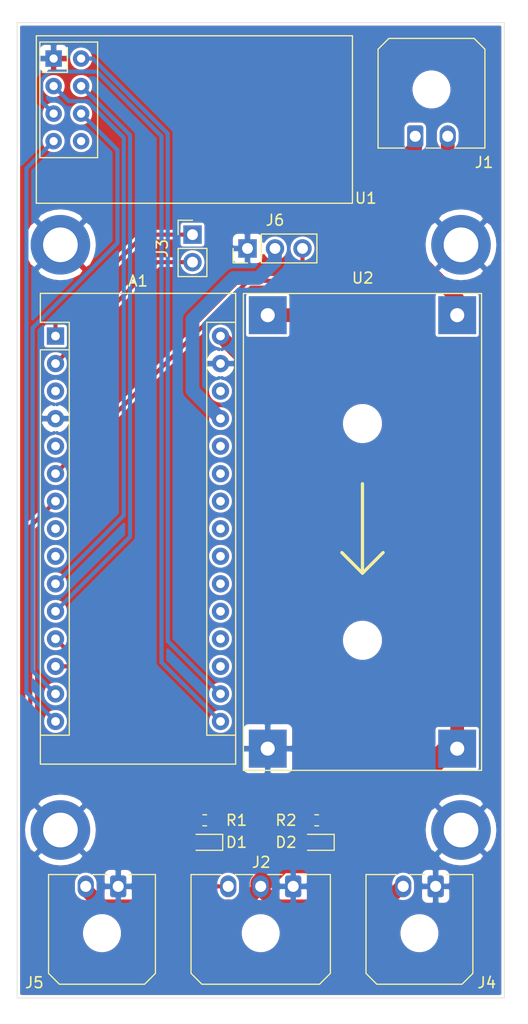
<source format=kicad_pcb>
(kicad_pcb (version 20171130) (host pcbnew "(5.1.5)-3")

  (general
    (thickness 1.6)
    (drawings 6)
    (tracks 89)
    (zones 0)
    (modules 17)
    (nets 20)
  )

  (page A4)
  (layers
    (0 F.Cu signal)
    (31 B.Cu signal)
    (32 B.Adhes user)
    (33 F.Adhes user)
    (34 B.Paste user)
    (35 F.Paste user)
    (36 B.SilkS user)
    (37 F.SilkS user)
    (38 B.Mask user)
    (39 F.Mask user)
    (40 Dwgs.User user)
    (41 Cmts.User user)
    (42 Eco1.User user)
    (43 Eco2.User user)
    (44 Edge.Cuts user)
    (45 Margin user)
    (46 B.CrtYd user)
    (47 F.CrtYd user)
    (48 B.Fab user)
    (49 F.Fab user hide)
  )

  (setup
    (last_trace_width 1.27)
    (user_trace_width 1.27)
    (user_trace_width 1.524)
    (user_trace_width 1.778)
    (user_trace_width 1.905)
    (user_trace_width 2.54)
    (trace_clearance 0.2)
    (zone_clearance 0.254)
    (zone_45_only no)
    (trace_min 0.2)
    (via_size 0.8)
    (via_drill 0.4)
    (via_min_size 0.4)
    (via_min_drill 0.3)
    (uvia_size 0.3)
    (uvia_drill 0.1)
    (uvias_allowed no)
    (uvia_min_size 0.2)
    (uvia_min_drill 0.1)
    (edge_width 0.05)
    (segment_width 0.2)
    (pcb_text_width 0.3)
    (pcb_text_size 1.5 1.5)
    (mod_edge_width 0.12)
    (mod_text_size 1 1)
    (mod_text_width 0.15)
    (pad_size 1.524 1.524)
    (pad_drill 0.762)
    (pad_to_mask_clearance 0.051)
    (solder_mask_min_width 0.25)
    (aux_axis_origin 0 0)
    (visible_elements 7FFFFFFF)
    (pcbplotparams
      (layerselection 0x010fc_ffffffff)
      (usegerberextensions false)
      (usegerberattributes false)
      (usegerberadvancedattributes false)
      (creategerberjobfile false)
      (excludeedgelayer true)
      (linewidth 0.100000)
      (plotframeref false)
      (viasonmask false)
      (mode 1)
      (useauxorigin false)
      (hpglpennumber 1)
      (hpglpenspeed 20)
      (hpglpendiameter 15.000000)
      (psnegative false)
      (psa4output false)
      (plotreference true)
      (plotvalue true)
      (plotinvisibletext false)
      (padsonsilk false)
      (subtractmaskfromsilk false)
      (outputformat 1)
      (mirror false)
      (drillshape 1)
      (scaleselection 1)
      (outputdirectory ""))
  )

  (net 0 "")
  (net 1 +3V3)
  (net 2 GND)
  (net 3 D4)
  (net 4 CE)
  (net 5 CSN)
  (net 6 D9)
  (net 7 D10)
  (net 8 MOSI)
  (net 9 VCC)
  (net 10 MISO)
  (net 11 SCK)
  (net 12 "Net-(D1-Pad2)")
  (net 13 "Net-(D2-Pad2)")
  (net 14 -BATT)
  (net 15 +BATT)
  (net 16 TX)
  (net 17 RX)
  (net 18 +5V)
  (net 19 D3)

  (net_class Default "This is the default net class."
    (clearance 0.2)
    (trace_width 0.381)
    (via_dia 0.8)
    (via_drill 0.4)
    (uvia_dia 0.3)
    (uvia_drill 0.1)
    (add_net +3V3)
    (add_net +5V)
    (add_net +BATT)
    (add_net -BATT)
    (add_net CE)
    (add_net CSN)
    (add_net D10)
    (add_net D3)
    (add_net D4)
    (add_net D9)
    (add_net GND)
    (add_net MISO)
    (add_net MOSI)
    (add_net "Net-(D1-Pad2)")
    (add_net "Net-(D2-Pad2)")
    (add_net RX)
    (add_net SCK)
    (add_net TX)
    (add_net VCC)
  )

  (module Module:Arduino_Nano (layer F.Cu) (tedit 58ACAF70) (tstamp 5EB32133)
    (at 63.547333 88.921001)
    (descr "Arduino Nano, http://www.mouser.com/pdfdocs/Gravitech_Arduino_Nano3_0.pdf")
    (tags "Arduino Nano")
    (path /5EB2E547)
    (fp_text reference A1 (at 7.62 -5.08) (layer F.SilkS)
      (effects (font (size 1 1) (thickness 0.15)))
    )
    (fp_text value Arduino_Nano_v3.x (at 8.89 19.05 90) (layer F.Fab)
      (effects (font (size 1 1) (thickness 0.15)))
    )
    (fp_text user %R (at 6.35 19.05 90) (layer F.Fab)
      (effects (font (size 1 1) (thickness 0.15)))
    )
    (fp_line (start 1.27 1.27) (end 1.27 -1.27) (layer F.SilkS) (width 0.12))
    (fp_line (start 1.27 -1.27) (end -1.4 -1.27) (layer F.SilkS) (width 0.12))
    (fp_line (start -1.4 1.27) (end -1.4 39.5) (layer F.SilkS) (width 0.12))
    (fp_line (start -1.4 -3.94) (end -1.4 -1.27) (layer F.SilkS) (width 0.12))
    (fp_line (start 13.97 -1.27) (end 16.64 -1.27) (layer F.SilkS) (width 0.12))
    (fp_line (start 13.97 -1.27) (end 13.97 36.83) (layer F.SilkS) (width 0.12))
    (fp_line (start 13.97 36.83) (end 16.64 36.83) (layer F.SilkS) (width 0.12))
    (fp_line (start 1.27 1.27) (end -1.4 1.27) (layer F.SilkS) (width 0.12))
    (fp_line (start 1.27 1.27) (end 1.27 36.83) (layer F.SilkS) (width 0.12))
    (fp_line (start 1.27 36.83) (end -1.4 36.83) (layer F.SilkS) (width 0.12))
    (fp_line (start 3.81 31.75) (end 11.43 31.75) (layer F.Fab) (width 0.1))
    (fp_line (start 11.43 31.75) (end 11.43 41.91) (layer F.Fab) (width 0.1))
    (fp_line (start 11.43 41.91) (end 3.81 41.91) (layer F.Fab) (width 0.1))
    (fp_line (start 3.81 41.91) (end 3.81 31.75) (layer F.Fab) (width 0.1))
    (fp_line (start -1.4 39.5) (end 16.64 39.5) (layer F.SilkS) (width 0.12))
    (fp_line (start 16.64 39.5) (end 16.64 -3.94) (layer F.SilkS) (width 0.12))
    (fp_line (start 16.64 -3.94) (end -1.4 -3.94) (layer F.SilkS) (width 0.12))
    (fp_line (start 16.51 39.37) (end -1.27 39.37) (layer F.Fab) (width 0.1))
    (fp_line (start -1.27 39.37) (end -1.27 -2.54) (layer F.Fab) (width 0.1))
    (fp_line (start -1.27 -2.54) (end 0 -3.81) (layer F.Fab) (width 0.1))
    (fp_line (start 0 -3.81) (end 16.51 -3.81) (layer F.Fab) (width 0.1))
    (fp_line (start 16.51 -3.81) (end 16.51 39.37) (layer F.Fab) (width 0.1))
    (fp_line (start -1.53 -4.06) (end 16.75 -4.06) (layer F.CrtYd) (width 0.05))
    (fp_line (start -1.53 -4.06) (end -1.53 42.16) (layer F.CrtYd) (width 0.05))
    (fp_line (start 16.75 42.16) (end 16.75 -4.06) (layer F.CrtYd) (width 0.05))
    (fp_line (start 16.75 42.16) (end -1.53 42.16) (layer F.CrtYd) (width 0.05))
    (pad 1 thru_hole rect (at 0 0) (size 1.6 1.6) (drill 0.8) (layers *.Cu *.Mask)
      (net 16 TX))
    (pad 17 thru_hole oval (at 15.24 33.02) (size 1.6 1.6) (drill 0.8) (layers *.Cu *.Mask)
      (net 1 +3V3))
    (pad 2 thru_hole oval (at 0 2.54) (size 1.6 1.6) (drill 0.8) (layers *.Cu *.Mask)
      (net 17 RX))
    (pad 18 thru_hole oval (at 15.24 30.48) (size 1.6 1.6) (drill 0.8) (layers *.Cu *.Mask))
    (pad 3 thru_hole oval (at 0 5.08) (size 1.6 1.6) (drill 0.8) (layers *.Cu *.Mask))
    (pad 19 thru_hole oval (at 15.24 27.94) (size 1.6 1.6) (drill 0.8) (layers *.Cu *.Mask))
    (pad 4 thru_hole oval (at 0 7.62) (size 1.6 1.6) (drill 0.8) (layers *.Cu *.Mask)
      (net 2 GND))
    (pad 20 thru_hole oval (at 15.24 25.4) (size 1.6 1.6) (drill 0.8) (layers *.Cu *.Mask))
    (pad 5 thru_hole oval (at 0 10.16) (size 1.6 1.6) (drill 0.8) (layers *.Cu *.Mask))
    (pad 21 thru_hole oval (at 15.24 22.86) (size 1.6 1.6) (drill 0.8) (layers *.Cu *.Mask))
    (pad 6 thru_hole oval (at 0 12.7) (size 1.6 1.6) (drill 0.8) (layers *.Cu *.Mask)
      (net 19 D3))
    (pad 22 thru_hole oval (at 15.24 20.32) (size 1.6 1.6) (drill 0.8) (layers *.Cu *.Mask))
    (pad 7 thru_hole oval (at 0 15.24) (size 1.6 1.6) (drill 0.8) (layers *.Cu *.Mask)
      (net 3 D4))
    (pad 23 thru_hole oval (at 15.24 17.78) (size 1.6 1.6) (drill 0.8) (layers *.Cu *.Mask))
    (pad 8 thru_hole oval (at 0 17.78) (size 1.6 1.6) (drill 0.8) (layers *.Cu *.Mask))
    (pad 24 thru_hole oval (at 15.24 15.24) (size 1.6 1.6) (drill 0.8) (layers *.Cu *.Mask))
    (pad 9 thru_hole oval (at 0 20.32) (size 1.6 1.6) (drill 0.8) (layers *.Cu *.Mask))
    (pad 25 thru_hole oval (at 15.24 12.7) (size 1.6 1.6) (drill 0.8) (layers *.Cu *.Mask))
    (pad 10 thru_hole oval (at 0 22.86) (size 1.6 1.6) (drill 0.8) (layers *.Cu *.Mask)
      (net 4 CE))
    (pad 26 thru_hole oval (at 15.24 10.16) (size 1.6 1.6) (drill 0.8) (layers *.Cu *.Mask))
    (pad 11 thru_hole oval (at 0 25.4) (size 1.6 1.6) (drill 0.8) (layers *.Cu *.Mask)
      (net 5 CSN))
    (pad 27 thru_hole oval (at 15.24 7.62) (size 1.6 1.6) (drill 0.8) (layers *.Cu *.Mask)
      (net 18 +5V))
    (pad 12 thru_hole oval (at 0 27.94) (size 1.6 1.6) (drill 0.8) (layers *.Cu *.Mask)
      (net 6 D9))
    (pad 28 thru_hole oval (at 15.24 5.08) (size 1.6 1.6) (drill 0.8) (layers *.Cu *.Mask))
    (pad 13 thru_hole oval (at 0 30.48) (size 1.6 1.6) (drill 0.8) (layers *.Cu *.Mask)
      (net 7 D10))
    (pad 29 thru_hole oval (at 15.24 2.54) (size 1.6 1.6) (drill 0.8) (layers *.Cu *.Mask)
      (net 2 GND))
    (pad 14 thru_hole oval (at 0 33.02) (size 1.6 1.6) (drill 0.8) (layers *.Cu *.Mask)
      (net 8 MOSI))
    (pad 30 thru_hole oval (at 15.24 0) (size 1.6 1.6) (drill 0.8) (layers *.Cu *.Mask)
      (net 9 VCC))
    (pad 15 thru_hole oval (at 0 35.56) (size 1.6 1.6) (drill 0.8) (layers *.Cu *.Mask)
      (net 10 MISO))
    (pad 16 thru_hole oval (at 15.24 35.56) (size 1.6 1.6) (drill 0.8) (layers *.Cu *.Mask)
      (net 11 SCK))
    (model ${KISYS3DMOD}/Module.3dshapes/Arduino_Nano_WithMountingHoles.wrl
      (at (xyz 0 0 0))
      (scale (xyz 1 1 1))
      (rotate (xyz 0 0 0))
    )
  )

  (module LED_SMD:LED_0603_1608Metric_Pad1.05x0.95mm_HandSolder (layer F.Cu) (tedit 5B4B45C9) (tstamp 5EB32146)
    (at 77.33 135.636 180)
    (descr "LED SMD 0603 (1608 Metric), square (rectangular) end terminal, IPC_7351 nominal, (Body size source: http://www.tortai-tech.com/upload/download/2011102023233369053.pdf), generated with kicad-footprint-generator")
    (tags "LED handsolder")
    (path /5EB407E9)
    (attr smd)
    (fp_text reference D1 (at -2.934 0) (layer F.SilkS)
      (effects (font (size 1 1) (thickness 0.15)))
    )
    (fp_text value LED (at 0 1.43) (layer F.Fab)
      (effects (font (size 1 1) (thickness 0.15)))
    )
    (fp_line (start 0.8 -0.4) (end -0.5 -0.4) (layer F.Fab) (width 0.1))
    (fp_line (start -0.5 -0.4) (end -0.8 -0.1) (layer F.Fab) (width 0.1))
    (fp_line (start -0.8 -0.1) (end -0.8 0.4) (layer F.Fab) (width 0.1))
    (fp_line (start -0.8 0.4) (end 0.8 0.4) (layer F.Fab) (width 0.1))
    (fp_line (start 0.8 0.4) (end 0.8 -0.4) (layer F.Fab) (width 0.1))
    (fp_line (start 0.8 -0.735) (end -1.66 -0.735) (layer F.SilkS) (width 0.12))
    (fp_line (start -1.66 -0.735) (end -1.66 0.735) (layer F.SilkS) (width 0.12))
    (fp_line (start -1.66 0.735) (end 0.8 0.735) (layer F.SilkS) (width 0.12))
    (fp_line (start -1.65 0.73) (end -1.65 -0.73) (layer F.CrtYd) (width 0.05))
    (fp_line (start -1.65 -0.73) (end 1.65 -0.73) (layer F.CrtYd) (width 0.05))
    (fp_line (start 1.65 -0.73) (end 1.65 0.73) (layer F.CrtYd) (width 0.05))
    (fp_line (start 1.65 0.73) (end -1.65 0.73) (layer F.CrtYd) (width 0.05))
    (fp_text user %R (at 0 0) (layer F.Fab)
      (effects (font (size 0.4 0.4) (thickness 0.06)))
    )
    (pad 1 smd roundrect (at -0.875 0 180) (size 1.05 0.95) (layers F.Cu F.Paste F.Mask) (roundrect_rratio 0.25)
      (net 2 GND))
    (pad 2 smd roundrect (at 0.875 0 180) (size 1.05 0.95) (layers F.Cu F.Paste F.Mask) (roundrect_rratio 0.25)
      (net 12 "Net-(D1-Pad2)"))
    (model ${KISYS3DMOD}/LED_SMD.3dshapes/LED_0603_1608Metric.wrl
      (at (xyz 0 0 0))
      (scale (xyz 1 1 1))
      (rotate (xyz 0 0 0))
    )
  )

  (module LED_SMD:LED_0603_1608Metric_Pad1.05x0.95mm_HandSolder (layer F.Cu) (tedit 5B4B45C9) (tstamp 5EB32159)
    (at 87.625 135.636 180)
    (descr "LED SMD 0603 (1608 Metric), square (rectangular) end terminal, IPC_7351 nominal, (Body size source: http://www.tortai-tech.com/upload/download/2011102023233369053.pdf), generated with kicad-footprint-generator")
    (tags "LED handsolder")
    (path /5EB48639)
    (attr smd)
    (fp_text reference D2 (at 2.789 0) (layer F.SilkS)
      (effects (font (size 1 1) (thickness 0.15)))
    )
    (fp_text value LED (at 0 1.43) (layer F.Fab)
      (effects (font (size 1 1) (thickness 0.15)))
    )
    (fp_text user %R (at 0 0) (layer F.Fab)
      (effects (font (size 0.4 0.4) (thickness 0.06)))
    )
    (fp_line (start 1.65 0.73) (end -1.65 0.73) (layer F.CrtYd) (width 0.05))
    (fp_line (start 1.65 -0.73) (end 1.65 0.73) (layer F.CrtYd) (width 0.05))
    (fp_line (start -1.65 -0.73) (end 1.65 -0.73) (layer F.CrtYd) (width 0.05))
    (fp_line (start -1.65 0.73) (end -1.65 -0.73) (layer F.CrtYd) (width 0.05))
    (fp_line (start -1.66 0.735) (end 0.8 0.735) (layer F.SilkS) (width 0.12))
    (fp_line (start -1.66 -0.735) (end -1.66 0.735) (layer F.SilkS) (width 0.12))
    (fp_line (start 0.8 -0.735) (end -1.66 -0.735) (layer F.SilkS) (width 0.12))
    (fp_line (start 0.8 0.4) (end 0.8 -0.4) (layer F.Fab) (width 0.1))
    (fp_line (start -0.8 0.4) (end 0.8 0.4) (layer F.Fab) (width 0.1))
    (fp_line (start -0.8 -0.1) (end -0.8 0.4) (layer F.Fab) (width 0.1))
    (fp_line (start -0.5 -0.4) (end -0.8 -0.1) (layer F.Fab) (width 0.1))
    (fp_line (start 0.8 -0.4) (end -0.5 -0.4) (layer F.Fab) (width 0.1))
    (pad 2 smd roundrect (at 0.875 0 180) (size 1.05 0.95) (layers F.Cu F.Paste F.Mask) (roundrect_rratio 0.25)
      (net 13 "Net-(D2-Pad2)"))
    (pad 1 smd roundrect (at -0.875 0 180) (size 1.05 0.95) (layers F.Cu F.Paste F.Mask) (roundrect_rratio 0.25)
      (net 2 GND))
    (model ${KISYS3DMOD}/LED_SMD.3dshapes/LED_0603_1608Metric.wrl
      (at (xyz 0 0 0))
      (scale (xyz 1 1 1))
      (rotate (xyz 0 0 0))
    )
  )

  (module MountingHole:MountingHole_3.2mm_M3_ISO14580_Pad (layer F.Cu) (tedit 56D1B4CB) (tstamp 5EB32161)
    (at 64 134.5)
    (descr "Mounting Hole 3.2mm, M3, ISO14580")
    (tags "mounting hole 3.2mm m3 iso14580")
    (path /5EB55153)
    (attr virtual)
    (fp_text reference H1 (at 0 -3.75) (layer F.Fab) hide
      (effects (font (size 1 1) (thickness 0.15)))
    )
    (fp_text value MountingHole_Pad (at 0 3.75) (layer F.Fab)
      (effects (font (size 1 1) (thickness 0.15)))
    )
    (fp_text user %R (at 0.3 0) (layer F.Fab)
      (effects (font (size 1 1) (thickness 0.15)))
    )
    (fp_circle (center 0 0) (end 2.75 0) (layer Cmts.User) (width 0.15))
    (fp_circle (center 0 0) (end 3 0) (layer F.CrtYd) (width 0.05))
    (pad 1 thru_hole circle (at 0 0) (size 5.5 5.5) (drill 3.2) (layers *.Cu *.Mask)
      (net 2 GND))
  )

  (module MountingHole:MountingHole_3.2mm_M3_ISO14580_Pad (layer F.Cu) (tedit 56D1B4CB) (tstamp 5EB32169)
    (at 64 80.5)
    (descr "Mounting Hole 3.2mm, M3, ISO14580")
    (tags "mounting hole 3.2mm m3 iso14580")
    (path /5EB5A561)
    (attr virtual)
    (fp_text reference H2 (at 0 -3.75) (layer F.Fab) hide
      (effects (font (size 1 1) (thickness 0.15)))
    )
    (fp_text value MountingHole_Pad (at 0 3.75) (layer F.Fab)
      (effects (font (size 1 1) (thickness 0.15)))
    )
    (fp_text user %R (at 0.3 0) (layer F.Fab)
      (effects (font (size 1 1) (thickness 0.15)))
    )
    (fp_circle (center 0 0) (end 2.75 0) (layer Cmts.User) (width 0.15))
    (fp_circle (center 0 0) (end 3 0) (layer F.CrtYd) (width 0.05))
    (pad 1 thru_hole circle (at 0 0) (size 5.5 5.5) (drill 3.2) (layers *.Cu *.Mask)
      (net 2 GND))
  )

  (module MountingHole:MountingHole_3.2mm_M3_ISO14580_Pad (layer F.Cu) (tedit 56D1B4CB) (tstamp 5EB32171)
    (at 101 80.5)
    (descr "Mounting Hole 3.2mm, M3, ISO14580")
    (tags "mounting hole 3.2mm m3 iso14580")
    (path /5EB595D8)
    (attr virtual)
    (fp_text reference H3 (at 0 -3.75) (layer F.Fab) hide
      (effects (font (size 1 1) (thickness 0.15)))
    )
    (fp_text value MountingHole_Pad (at 0 3.75) (layer F.Fab)
      (effects (font (size 1 1) (thickness 0.15)))
    )
    (fp_circle (center 0 0) (end 3 0) (layer F.CrtYd) (width 0.05))
    (fp_circle (center 0 0) (end 2.75 0) (layer Cmts.User) (width 0.15))
    (fp_text user %R (at 0.3 0) (layer F.Fab)
      (effects (font (size 1 1) (thickness 0.15)))
    )
    (pad 1 thru_hole circle (at 0 0) (size 5.5 5.5) (drill 3.2) (layers *.Cu *.Mask)
      (net 2 GND))
  )

  (module MountingHole:MountingHole_3.2mm_M3_ISO14580_Pad (layer F.Cu) (tedit 56D1B4CB) (tstamp 5EB32179)
    (at 101 134.5)
    (descr "Mounting Hole 3.2mm, M3, ISO14580")
    (tags "mounting hole 3.2mm m3 iso14580")
    (path /5EB5AD99)
    (attr virtual)
    (fp_text reference H4 (at 0 -3.75) (layer F.Fab) hide
      (effects (font (size 1 1) (thickness 0.15)))
    )
    (fp_text value MountingHole_Pad (at 0 3.75) (layer F.Fab)
      (effects (font (size 1 1) (thickness 0.15)))
    )
    (fp_circle (center 0 0) (end 3 0) (layer F.CrtYd) (width 0.05))
    (fp_circle (center 0 0) (end 2.75 0) (layer Cmts.User) (width 0.15))
    (fp_text user %R (at 0.3 0) (layer F.Fab)
      (effects (font (size 1 1) (thickness 0.15)))
    )
    (pad 1 thru_hole circle (at 0 0) (size 5.5 5.5) (drill 3.2) (layers *.Cu *.Mask)
      (net 2 GND))
  )

  (module Connector_Molex:Molex_Micro-Fit_3.0_43650-0200_1x02_P3.00mm_Horizontal (layer F.Cu) (tedit 5B79A392) (tstamp 5EB32195)
    (at 96.774 70.485)
    (descr "Molex Micro-Fit 3.0 Connector System, 43650-0200 (compatible alternatives: 43650-0201, 43650-0202), 2 Pins per row (https://www.molex.com/pdm_docs/sd/436500300_sd.pdf), generated with kicad-footprint-generator")
    (tags "connector Molex Micro-Fit_3.0 top entry")
    (path /5EB51CDD)
    (fp_text reference J1 (at 6.35 2.413) (layer F.SilkS)
      (effects (font (size 1 1) (thickness 0.15)))
    )
    (fp_text value Conn_01x02 (at 1.5 3.22) (layer F.Fab)
      (effects (font (size 1 1) (thickness 0.15)))
    )
    (fp_line (start -3.325 0.98) (end -3.325 -7.92) (layer F.Fab) (width 0.1))
    (fp_line (start -3.325 -7.92) (end -2.325 -8.92) (layer F.Fab) (width 0.1))
    (fp_line (start -2.325 -8.92) (end 5.325 -8.92) (layer F.Fab) (width 0.1))
    (fp_line (start 5.325 -8.92) (end 6.325 -7.92) (layer F.Fab) (width 0.1))
    (fp_line (start 6.325 -7.92) (end 6.325 0.98) (layer F.Fab) (width 0.1))
    (fp_line (start 6.325 0.98) (end -3.325 0.98) (layer F.Fab) (width 0.1))
    (fp_line (start -0.75 0.98) (end 0 0) (layer F.Fab) (width 0.1))
    (fp_line (start 0 0) (end 0.75 0.98) (layer F.Fab) (width 0.1))
    (fp_line (start -3.435 1.09) (end -3.435 -8.03) (layer F.SilkS) (width 0.12))
    (fp_line (start -3.435 -8.03) (end -2.435 -9.03) (layer F.SilkS) (width 0.12))
    (fp_line (start -2.435 -9.03) (end 5.435 -9.03) (layer F.SilkS) (width 0.12))
    (fp_line (start 5.435 -9.03) (end 6.435 -8.03) (layer F.SilkS) (width 0.12))
    (fp_line (start 6.435 -8.03) (end 6.435 1.09) (layer F.SilkS) (width 0.12))
    (fp_line (start -3.435 1.09) (end -1.01 1.09) (layer F.SilkS) (width 0.12))
    (fp_line (start 6.435 1.09) (end 3.651767 1.09) (layer F.SilkS) (width 0.12))
    (fp_line (start 1.01 1.09) (end 2.348233 1.09) (layer F.SilkS) (width 0.12))
    (fp_line (start -3.82 1.48) (end -3.82 -9.42) (layer F.CrtYd) (width 0.05))
    (fp_line (start -3.82 -9.42) (end 6.82 -9.42) (layer F.CrtYd) (width 0.05))
    (fp_line (start 6.82 -9.42) (end 6.82 1.48) (layer F.CrtYd) (width 0.05))
    (fp_line (start 6.82 1.48) (end -3.82 1.48) (layer F.CrtYd) (width 0.05))
    (fp_text user %R (at 1.5 -8.22) (layer F.Fab)
      (effects (font (size 1 1) (thickness 0.15)))
    )
    (pad "" np_thru_hole circle (at 1.5 -4.32) (size 3 3) (drill 3) (layers *.Cu *.Mask))
    (pad 1 thru_hole roundrect (at 0 0) (size 1.5 2.02) (drill 1.02) (layers *.Cu *.Mask) (roundrect_rratio 0.166667)
      (net 14 -BATT))
    (pad 2 thru_hole oval (at 3 0) (size 1.5 2.02) (drill 1.02) (layers *.Cu *.Mask)
      (net 15 +BATT))
    (model ${KISYS3DMOD}/Connector_Molex.3dshapes/Molex_Micro-Fit_3.0_43650-0200_1x02_P3.00mm_Horizontal.wrl
      (at (xyz 0 0 0))
      (scale (xyz 1 1 1))
      (rotate (xyz 0 0 0))
    )
  )

  (module Connector_Molex:Molex_Micro-Fit_3.0_43650-0300_1x03_P3.00mm_Horizontal (layer F.Cu) (tedit 5B79A392) (tstamp 5EB321B3)
    (at 85.5 139.7 180)
    (descr "Molex Micro-Fit 3.0 Connector System, 43650-0300 (compatible alternatives: 43650-0301, 43650-0302), 3 Pins per row (https://www.molex.com/pdm_docs/sd/436500300_sd.pdf), generated with kicad-footprint-generator")
    (tags "connector Molex Micro-Fit_3.0 top entry")
    (path /5EB4B447)
    (fp_text reference J2 (at 2.95 2.2225 180) (layer F.SilkS)
      (effects (font (size 1 1) (thickness 0.15)))
    )
    (fp_text value Conn_01x03 (at 3 3.22) (layer F.Fab)
      (effects (font (size 1 1) (thickness 0.15)))
    )
    (fp_line (start -3.325 0.98) (end -3.325 -7.92) (layer F.Fab) (width 0.1))
    (fp_line (start -3.325 -7.92) (end -2.325 -8.92) (layer F.Fab) (width 0.1))
    (fp_line (start -2.325 -8.92) (end 8.325 -8.92) (layer F.Fab) (width 0.1))
    (fp_line (start 8.325 -8.92) (end 9.325 -7.92) (layer F.Fab) (width 0.1))
    (fp_line (start 9.325 -7.92) (end 9.325 0.98) (layer F.Fab) (width 0.1))
    (fp_line (start 9.325 0.98) (end -3.325 0.98) (layer F.Fab) (width 0.1))
    (fp_line (start -0.75 0.98) (end 0 0) (layer F.Fab) (width 0.1))
    (fp_line (start 0 0) (end 0.75 0.98) (layer F.Fab) (width 0.1))
    (fp_line (start -3.435 1.09) (end -3.435 -8.03) (layer F.SilkS) (width 0.12))
    (fp_line (start -3.435 -8.03) (end -2.435 -9.03) (layer F.SilkS) (width 0.12))
    (fp_line (start -2.435 -9.03) (end 8.435 -9.03) (layer F.SilkS) (width 0.12))
    (fp_line (start 8.435 -9.03) (end 9.435 -8.03) (layer F.SilkS) (width 0.12))
    (fp_line (start 9.435 -8.03) (end 9.435 1.09) (layer F.SilkS) (width 0.12))
    (fp_line (start -3.435 1.09) (end -1.01 1.09) (layer F.SilkS) (width 0.12))
    (fp_line (start 9.435 1.09) (end 6.651767 1.09) (layer F.SilkS) (width 0.12))
    (fp_line (start 1.01 1.09) (end 2.348233 1.09) (layer F.SilkS) (width 0.12))
    (fp_line (start 3.651767 1.09) (end 5.348233 1.09) (layer F.SilkS) (width 0.12))
    (fp_line (start -3.82 1.48) (end -3.82 -9.42) (layer F.CrtYd) (width 0.05))
    (fp_line (start -3.82 -9.42) (end 9.82 -9.42) (layer F.CrtYd) (width 0.05))
    (fp_line (start 9.82 -9.42) (end 9.82 1.48) (layer F.CrtYd) (width 0.05))
    (fp_line (start 9.82 1.48) (end -3.82 1.48) (layer F.CrtYd) (width 0.05))
    (fp_text user %R (at 3 -8.22) (layer F.Fab)
      (effects (font (size 1 1) (thickness 0.15)))
    )
    (pad "" np_thru_hole circle (at 3 -4.32 180) (size 3 3) (drill 3) (layers *.Cu *.Mask))
    (pad 1 thru_hole roundrect (at 0 0 180) (size 1.5 2.02) (drill 1.02) (layers *.Cu *.Mask) (roundrect_rratio 0.166667)
      (net 2 GND))
    (pad 2 thru_hole oval (at 3 0 180) (size 1.5 2.02) (drill 1.02) (layers *.Cu *.Mask)
      (net 9 VCC))
    (pad 3 thru_hole oval (at 6 0 180) (size 1.5 2.02) (drill 1.02) (layers *.Cu *.Mask)
      (net 3 D4))
    (model ${KISYS3DMOD}/Connector_Molex.3dshapes/Molex_Micro-Fit_3.0_43650-0300_1x03_P3.00mm_Horizontal.wrl
      (at (xyz 0 0 0))
      (scale (xyz 1 1 1))
      (rotate (xyz 0 0 0))
    )
  )

  (module Resistor_SMD:R_0603_1608Metric_Pad1.05x0.95mm_HandSolder (layer F.Cu) (tedit 5B301BBD) (tstamp 5EB321C4)
    (at 77.33 133.604)
    (descr "Resistor SMD 0603 (1608 Metric), square (rectangular) end terminal, IPC_7351 nominal with elongated pad for handsoldering. (Body size source: http://www.tortai-tech.com/upload/download/2011102023233369053.pdf), generated with kicad-footprint-generator")
    (tags "resistor handsolder")
    (path /5EB40232)
    (attr smd)
    (fp_text reference R1 (at 2.934 0) (layer F.SilkS)
      (effects (font (size 1 1) (thickness 0.15)))
    )
    (fp_text value R (at 0 1.43) (layer F.Fab)
      (effects (font (size 1 1) (thickness 0.15)))
    )
    (fp_line (start -0.8 0.4) (end -0.8 -0.4) (layer F.Fab) (width 0.1))
    (fp_line (start -0.8 -0.4) (end 0.8 -0.4) (layer F.Fab) (width 0.1))
    (fp_line (start 0.8 -0.4) (end 0.8 0.4) (layer F.Fab) (width 0.1))
    (fp_line (start 0.8 0.4) (end -0.8 0.4) (layer F.Fab) (width 0.1))
    (fp_line (start -0.171267 -0.51) (end 0.171267 -0.51) (layer F.SilkS) (width 0.12))
    (fp_line (start -0.171267 0.51) (end 0.171267 0.51) (layer F.SilkS) (width 0.12))
    (fp_line (start -1.65 0.73) (end -1.65 -0.73) (layer F.CrtYd) (width 0.05))
    (fp_line (start -1.65 -0.73) (end 1.65 -0.73) (layer F.CrtYd) (width 0.05))
    (fp_line (start 1.65 -0.73) (end 1.65 0.73) (layer F.CrtYd) (width 0.05))
    (fp_line (start 1.65 0.73) (end -1.65 0.73) (layer F.CrtYd) (width 0.05))
    (fp_text user %R (at 0 0) (layer F.Fab)
      (effects (font (size 0.4 0.4) (thickness 0.06)))
    )
    (pad 1 smd roundrect (at -0.875 0) (size 1.05 0.95) (layers F.Cu F.Paste F.Mask) (roundrect_rratio 0.25)
      (net 12 "Net-(D1-Pad2)"))
    (pad 2 smd roundrect (at 0.875 0) (size 1.05 0.95) (layers F.Cu F.Paste F.Mask) (roundrect_rratio 0.25)
      (net 7 D10))
    (model ${KISYS3DMOD}/Resistor_SMD.3dshapes/R_0603_1608Metric.wrl
      (at (xyz 0 0 0))
      (scale (xyz 1 1 1))
      (rotate (xyz 0 0 0))
    )
  )

  (module Resistor_SMD:R_0603_1608Metric_Pad1.05x0.95mm_HandSolder (layer F.Cu) (tedit 5B301BBD) (tstamp 5EB321D5)
    (at 87.67 133.604)
    (descr "Resistor SMD 0603 (1608 Metric), square (rectangular) end terminal, IPC_7351 nominal with elongated pad for handsoldering. (Body size source: http://www.tortai-tech.com/upload/download/2011102023233369053.pdf), generated with kicad-footprint-generator")
    (tags "resistor handsolder")
    (path /5EB48633)
    (attr smd)
    (fp_text reference R2 (at -2.834 0) (layer F.SilkS)
      (effects (font (size 1 1) (thickness 0.15)))
    )
    (fp_text value R (at 0 1.43) (layer F.Fab)
      (effects (font (size 1 1) (thickness 0.15)))
    )
    (fp_text user %R (at 0 0) (layer F.Fab)
      (effects (font (size 0.4 0.4) (thickness 0.06)))
    )
    (fp_line (start 1.65 0.73) (end -1.65 0.73) (layer F.CrtYd) (width 0.05))
    (fp_line (start 1.65 -0.73) (end 1.65 0.73) (layer F.CrtYd) (width 0.05))
    (fp_line (start -1.65 -0.73) (end 1.65 -0.73) (layer F.CrtYd) (width 0.05))
    (fp_line (start -1.65 0.73) (end -1.65 -0.73) (layer F.CrtYd) (width 0.05))
    (fp_line (start -0.171267 0.51) (end 0.171267 0.51) (layer F.SilkS) (width 0.12))
    (fp_line (start -0.171267 -0.51) (end 0.171267 -0.51) (layer F.SilkS) (width 0.12))
    (fp_line (start 0.8 0.4) (end -0.8 0.4) (layer F.Fab) (width 0.1))
    (fp_line (start 0.8 -0.4) (end 0.8 0.4) (layer F.Fab) (width 0.1))
    (fp_line (start -0.8 -0.4) (end 0.8 -0.4) (layer F.Fab) (width 0.1))
    (fp_line (start -0.8 0.4) (end -0.8 -0.4) (layer F.Fab) (width 0.1))
    (pad 2 smd roundrect (at 0.875 0) (size 1.05 0.95) (layers F.Cu F.Paste F.Mask) (roundrect_rratio 0.25)
      (net 6 D9))
    (pad 1 smd roundrect (at -0.875 0) (size 1.05 0.95) (layers F.Cu F.Paste F.Mask) (roundrect_rratio 0.25)
      (net 13 "Net-(D2-Pad2)"))
    (model ${KISYS3DMOD}/Resistor_SMD.3dshapes/R_0603_1608Metric.wrl
      (at (xyz 0 0 0))
      (scale (xyz 1 1 1))
      (rotate (xyz 0 0 0))
    )
  )

  (module RF_Module:nRF24L01_Breakout (layer F.Cu) (tedit 5A056C61) (tstamp 5EB321FF)
    (at 63.373 63.315)
    (descr "nRF24L01 breakout board")
    (tags "nRF24L01 adapter breakout")
    (path /5EB37153)
    (fp_text reference U1 (at 28.829 12.885) (layer F.SilkS)
      (effects (font (size 1 1) (thickness 0.15)))
    )
    (fp_text value NRF24L01_Breakout (at 13 5) (layer F.Fab)
      (effects (font (size 1 1) (thickness 0.15)))
    )
    (fp_line (start -1.5 -2) (end 27.5 -2) (layer F.Fab) (width 0.1))
    (fp_line (start 27.5 -2) (end 27.5 13.25) (layer F.Fab) (width 0.1))
    (fp_line (start 27.5 13.25) (end -1.5 13.25) (layer F.Fab) (width 0.1))
    (fp_line (start -1.5 13.25) (end -1.5 -2) (layer F.Fab) (width 0.1))
    (fp_line (start -1.5 -2) (end -1.5 -2) (layer F.Fab) (width 0.1))
    (fp_line (start -1.27 -1.27) (end 3.81 -1.27) (layer F.Fab) (width 0.1))
    (fp_line (start 3.81 -1.27) (end 3.81 8.89) (layer F.Fab) (width 0.1))
    (fp_line (start 3.81 8.89) (end -1.27 8.89) (layer F.Fab) (width 0.1))
    (fp_line (start -1.27 8.89) (end -1.27 -1.27) (layer F.Fab) (width 0.1))
    (fp_line (start -1.27 -1.27) (end -1.27 -1.27) (layer F.Fab) (width 0.1))
    (fp_line (start -1.27 -1.524) (end 4.064 -1.524) (layer F.SilkS) (width 0.12))
    (fp_line (start 4.064 -1.524) (end 4.064 9.144) (layer F.SilkS) (width 0.12))
    (fp_line (start 4.064 9.144) (end -1.27 9.144) (layer F.SilkS) (width 0.12))
    (fp_line (start -1.27 9.144) (end -1.27 9.144) (layer F.SilkS) (width 0.12))
    (fp_line (start 1.27 -1.016) (end 1.27 1.27) (layer F.SilkS) (width 0.12))
    (fp_line (start 1.27 1.27) (end -1.016 1.27) (layer F.SilkS) (width 0.12))
    (fp_line (start -1.016 1.27) (end -1.016 1.27) (layer F.SilkS) (width 0.12))
    (fp_line (start -1.6 -2.1) (end 27.6 -2.1) (layer F.SilkS) (width 0.12))
    (fp_line (start 27.6 -2.1) (end 27.6 13.35) (layer F.SilkS) (width 0.12))
    (fp_line (start 27.6 13.35) (end -1.6 13.35) (layer F.SilkS) (width 0.12))
    (fp_line (start -1.6 13.35) (end -1.6 -2.1) (layer F.SilkS) (width 0.12))
    (fp_line (start -1.6 -2.1) (end -1.6 -2.1) (layer F.SilkS) (width 0.12))
    (fp_line (start -1.27 9.144) (end -1.27 -1.524) (layer F.SilkS) (width 0.12))
    (fp_line (start -1.27 -1.524) (end -1.27 -1.524) (layer F.SilkS) (width 0.12))
    (fp_line (start 27.75 -2.25) (end -1.75 -2.25) (layer F.CrtYd) (width 0.05))
    (fp_line (start -1.75 -2.25) (end -1.75 13.5) (layer F.CrtYd) (width 0.05))
    (fp_line (start -1.75 13.5) (end 27.75 13.5) (layer F.CrtYd) (width 0.05))
    (fp_line (start 27.75 13.5) (end 27.75 -2.25) (layer F.CrtYd) (width 0.05))
    (fp_line (start 27.75 -2.25) (end 27.75 -2.25) (layer F.CrtYd) (width 0.05))
    (fp_text user %R (at 12.5 2.5) (layer F.Fab)
      (effects (font (size 1 1) (thickness 0.15)))
    )
    (pad 1 thru_hole rect (at 0 0) (size 1.524 1.524) (drill 0.762) (layers *.Cu *.Mask)
      (net 2 GND))
    (pad 2 thru_hole circle (at 2.54 0) (size 1.524 1.524) (drill 0.762) (layers *.Cu *.Mask)
      (net 1 +3V3))
    (pad 3 thru_hole circle (at 0 2.54) (size 1.524 1.524) (drill 0.762) (layers *.Cu *.Mask)
      (net 4 CE))
    (pad 4 thru_hole circle (at 2.54 2.54) (size 1.524 1.524) (drill 0.762) (layers *.Cu *.Mask)
      (net 5 CSN))
    (pad 5 thru_hole circle (at 0 5.08) (size 1.524 1.524) (drill 0.762) (layers *.Cu *.Mask)
      (net 11 SCK))
    (pad 6 thru_hole circle (at 2.54 5.08) (size 1.524 1.524) (drill 0.762) (layers *.Cu *.Mask)
      (net 8 MOSI))
    (pad 7 thru_hole circle (at 0 7.62) (size 1.524 1.524) (drill 0.762) (layers *.Cu *.Mask)
      (net 10 MISO))
    (pad 8 thru_hole circle (at 2.54 7.62) (size 1.524 1.524) (drill 0.762) (layers *.Cu *.Mask))
    (model ${KISYS3DMOD}/RF_Module.3dshapes/nRF24L01_Breakout.wrl
      (at (xyz 0 0 0))
      (scale (xyz 1 1 1))
      (rotate (xyz 0 0 0))
    )
  )

  (module LM2596-Breakout-Board:LM2596-Breakout-Board (layer F.Cu) (tedit 5EB316DB) (tstamp 5EB32217)
    (at 91.898666 106.994001)
    (path /5EB8007E)
    (fp_text reference U2 (at 0.0254 -23.4268) (layer F.SilkS)
      (effects (font (size 1 1) (thickness 0.15)))
    )
    (fp_text value LM2596-Breakout-Board (at 0.0254 -24.4268) (layer F.Fab)
      (effects (font (size 1 1) (thickness 0.15)))
    )
    (fp_line (start -11 -22) (end 11 -22) (layer F.SilkS) (width 0.12))
    (fp_line (start -11 22) (end 11 22) (layer F.SilkS) (width 0.12))
    (fp_line (start -11 -22) (end -11 22) (layer F.SilkS) (width 0.12))
    (fp_line (start 11 22) (end 11 -22) (layer F.SilkS) (width 0.12))
    (fp_line (start -11.049 -22.098) (end 11.049 -22.098) (layer F.Fab) (width 0.12))
    (fp_line (start 11.049 -22.098) (end 11.049 22.098) (layer F.Fab) (width 0.12))
    (fp_line (start 11.049 22.098) (end -11.049 22.098) (layer F.Fab) (width 0.12))
    (fp_line (start -11.049 22.098) (end -11.049 -22.098) (layer F.Fab) (width 0.12))
    (fp_line (start 0 -4.445) (end 0 3.81) (layer F.Fab) (width 0.12))
    (fp_line (start 0 3.81) (end 1.905 1.905) (layer F.Fab) (width 0.12))
    (fp_line (start 0 3.81) (end -1.905 1.905) (layer F.Fab) (width 0.12))
    (fp_line (start 0 -4.445) (end 0 3.81) (layer F.SilkS) (width 0.3))
    (fp_line (start 1.905 1.905) (end 0 3.81) (layer F.SilkS) (width 0.3))
    (fp_line (start -1.905 1.905) (end 0 3.81) (layer F.SilkS) (width 0.3))
    (pad 1 thru_hole rect (at -8.75 -20) (size 3.5 3.5) (drill 1.3) (layers *.Cu *.Mask)
      (net 14 -BATT))
    (pad 3 thru_hole rect (at 8.75 20) (size 3.5 3.5) (drill 1.3) (layers *.Cu *.Mask)
      (net 9 VCC))
    (pad 2 thru_hole rect (at 8.75 -20) (size 3.5 3.5) (drill 1.3) (layers *.Cu *.Mask)
      (net 15 +BATT))
    (pad 4 thru_hole rect (at -8.75 20) (size 3.5 3.5) (drill 1.3) (layers *.Cu *.Mask)
      (net 2 GND))
    (pad "" np_thru_hole circle (at 0 -10) (size 3.1 3.1) (drill 3.1) (layers *.Cu *.Mask))
    (pad "" np_thru_hole circle (at 0 10) (size 3.1 3.1) (drill 3.1) (layers *.Cu *.Mask))
  )

  (module Connector_PinHeader_2.54mm:PinHeader_1x02_P2.54mm_Vertical (layer F.Cu) (tedit 59FED5CC) (tstamp 5EB3914F)
    (at 76.2 79.563)
    (descr "Through hole straight pin header, 1x02, 2.54mm pitch, single row")
    (tags "Through hole pin header THT 1x02 2.54mm single row")
    (path /5EB45651)
    (fp_text reference J3 (at -2.794 1.27 90) (layer F.SilkS)
      (effects (font (size 1 1) (thickness 0.15)))
    )
    (fp_text value Conn_01x02 (at 0 4.87) (layer F.Fab)
      (effects (font (size 1 1) (thickness 0.15)))
    )
    (fp_line (start -0.635 -1.27) (end 1.27 -1.27) (layer F.Fab) (width 0.1))
    (fp_line (start 1.27 -1.27) (end 1.27 3.81) (layer F.Fab) (width 0.1))
    (fp_line (start 1.27 3.81) (end -1.27 3.81) (layer F.Fab) (width 0.1))
    (fp_line (start -1.27 3.81) (end -1.27 -0.635) (layer F.Fab) (width 0.1))
    (fp_line (start -1.27 -0.635) (end -0.635 -1.27) (layer F.Fab) (width 0.1))
    (fp_line (start -1.33 3.87) (end 1.33 3.87) (layer F.SilkS) (width 0.12))
    (fp_line (start -1.33 1.27) (end -1.33 3.87) (layer F.SilkS) (width 0.12))
    (fp_line (start 1.33 1.27) (end 1.33 3.87) (layer F.SilkS) (width 0.12))
    (fp_line (start -1.33 1.27) (end 1.33 1.27) (layer F.SilkS) (width 0.12))
    (fp_line (start -1.33 0) (end -1.33 -1.33) (layer F.SilkS) (width 0.12))
    (fp_line (start -1.33 -1.33) (end 0 -1.33) (layer F.SilkS) (width 0.12))
    (fp_line (start -1.8 -1.8) (end -1.8 4.35) (layer F.CrtYd) (width 0.05))
    (fp_line (start -1.8 4.35) (end 1.8 4.35) (layer F.CrtYd) (width 0.05))
    (fp_line (start 1.8 4.35) (end 1.8 -1.8) (layer F.CrtYd) (width 0.05))
    (fp_line (start 1.8 -1.8) (end -1.8 -1.8) (layer F.CrtYd) (width 0.05))
    (fp_text user %R (at 0 1.27 90) (layer F.Fab)
      (effects (font (size 1 1) (thickness 0.15)))
    )
    (pad 1 thru_hole rect (at 0 0) (size 1.7 1.7) (drill 1) (layers *.Cu *.Mask)
      (net 16 TX))
    (pad 2 thru_hole oval (at 0 2.54) (size 1.7 1.7) (drill 1) (layers *.Cu *.Mask)
      (net 17 RX))
    (model ${KISYS3DMOD}/Connector_PinHeader_2.54mm.3dshapes/PinHeader_1x02_P2.54mm_Vertical.wrl
      (at (xyz 0 0 0))
      (scale (xyz 1 1 1))
      (rotate (xyz 0 0 0))
    )
  )

  (module Connector_Molex:Molex_Micro-Fit_3.0_43650-0200_1x02_P3.00mm_Horizontal (layer F.Cu) (tedit 5B79A392) (tstamp 5EB3916B)
    (at 98.66 139.7 180)
    (descr "Molex Micro-Fit 3.0 Connector System, 43650-0200 (compatible alternatives: 43650-0201, 43650-0202), 2 Pins per row (https://www.molex.com/pdm_docs/sd/436500300_sd.pdf), generated with kicad-footprint-generator")
    (tags "connector Molex Micro-Fit_3.0 top entry")
    (path /5EB3F66F)
    (fp_text reference J4 (at -4.718 -8.89 180) (layer F.SilkS)
      (effects (font (size 1 1) (thickness 0.15)))
    )
    (fp_text value Conn_01x02 (at 1.5 3.22) (layer F.Fab)
      (effects (font (size 1 1) (thickness 0.15)))
    )
    (fp_line (start -3.325 0.98) (end -3.325 -7.92) (layer F.Fab) (width 0.1))
    (fp_line (start -3.325 -7.92) (end -2.325 -8.92) (layer F.Fab) (width 0.1))
    (fp_line (start -2.325 -8.92) (end 5.325 -8.92) (layer F.Fab) (width 0.1))
    (fp_line (start 5.325 -8.92) (end 6.325 -7.92) (layer F.Fab) (width 0.1))
    (fp_line (start 6.325 -7.92) (end 6.325 0.98) (layer F.Fab) (width 0.1))
    (fp_line (start 6.325 0.98) (end -3.325 0.98) (layer F.Fab) (width 0.1))
    (fp_line (start -0.75 0.98) (end 0 0) (layer F.Fab) (width 0.1))
    (fp_line (start 0 0) (end 0.75 0.98) (layer F.Fab) (width 0.1))
    (fp_line (start -3.435 1.09) (end -3.435 -8.03) (layer F.SilkS) (width 0.12))
    (fp_line (start -3.435 -8.03) (end -2.435 -9.03) (layer F.SilkS) (width 0.12))
    (fp_line (start -2.435 -9.03) (end 5.435 -9.03) (layer F.SilkS) (width 0.12))
    (fp_line (start 5.435 -9.03) (end 6.435 -8.03) (layer F.SilkS) (width 0.12))
    (fp_line (start 6.435 -8.03) (end 6.435 1.09) (layer F.SilkS) (width 0.12))
    (fp_line (start -3.435 1.09) (end -1.01 1.09) (layer F.SilkS) (width 0.12))
    (fp_line (start 6.435 1.09) (end 3.651767 1.09) (layer F.SilkS) (width 0.12))
    (fp_line (start 1.01 1.09) (end 2.348233 1.09) (layer F.SilkS) (width 0.12))
    (fp_line (start -3.82 1.48) (end -3.82 -9.42) (layer F.CrtYd) (width 0.05))
    (fp_line (start -3.82 -9.42) (end 6.82 -9.42) (layer F.CrtYd) (width 0.05))
    (fp_line (start 6.82 -9.42) (end 6.82 1.48) (layer F.CrtYd) (width 0.05))
    (fp_line (start 6.82 1.48) (end -3.82 1.48) (layer F.CrtYd) (width 0.05))
    (fp_text user %R (at 1.5 -8.22) (layer F.Fab)
      (effects (font (size 1 1) (thickness 0.15)))
    )
    (pad "" np_thru_hole circle (at 1.5 -4.32 180) (size 3 3) (drill 3) (layers *.Cu *.Mask))
    (pad 1 thru_hole roundrect (at 0 0 180) (size 1.5 2.02) (drill 1.02) (layers *.Cu *.Mask) (roundrect_rratio 0.166667)
      (net 2 GND))
    (pad 2 thru_hole oval (at 3 0 180) (size 1.5 2.02) (drill 1.02) (layers *.Cu *.Mask)
      (net 9 VCC))
    (model ${KISYS3DMOD}/Connector_Molex.3dshapes/Molex_Micro-Fit_3.0_43650-0200_1x02_P3.00mm_Horizontal.wrl
      (at (xyz 0 0 0))
      (scale (xyz 1 1 1))
      (rotate (xyz 0 0 0))
    )
  )

  (module Connector_Molex:Molex_Micro-Fit_3.0_43650-0200_1x02_P3.00mm_Horizontal (layer F.Cu) (tedit 5B79A392) (tstamp 5EB397B4)
    (at 69.34 139.7 180)
    (descr "Molex Micro-Fit 3.0 Connector System, 43650-0200 (compatible alternatives: 43650-0201, 43650-0202), 2 Pins per row (https://www.molex.com/pdm_docs/sd/436500300_sd.pdf), generated with kicad-footprint-generator")
    (tags "connector Molex Micro-Fit_3.0 top entry")
    (path /5EB56929)
    (fp_text reference J5 (at 7.745 -8.89 180) (layer F.SilkS)
      (effects (font (size 1 1) (thickness 0.15)))
    )
    (fp_text value Conn_01x02 (at 1.5 3.22) (layer F.Fab)
      (effects (font (size 1 1) (thickness 0.15)))
    )
    (fp_line (start -3.325 0.98) (end -3.325 -7.92) (layer F.Fab) (width 0.1))
    (fp_line (start -3.325 -7.92) (end -2.325 -8.92) (layer F.Fab) (width 0.1))
    (fp_line (start -2.325 -8.92) (end 5.325 -8.92) (layer F.Fab) (width 0.1))
    (fp_line (start 5.325 -8.92) (end 6.325 -7.92) (layer F.Fab) (width 0.1))
    (fp_line (start 6.325 -7.92) (end 6.325 0.98) (layer F.Fab) (width 0.1))
    (fp_line (start 6.325 0.98) (end -3.325 0.98) (layer F.Fab) (width 0.1))
    (fp_line (start -0.75 0.98) (end 0 0) (layer F.Fab) (width 0.1))
    (fp_line (start 0 0) (end 0.75 0.98) (layer F.Fab) (width 0.1))
    (fp_line (start -3.435 1.09) (end -3.435 -8.03) (layer F.SilkS) (width 0.12))
    (fp_line (start -3.435 -8.03) (end -2.435 -9.03) (layer F.SilkS) (width 0.12))
    (fp_line (start -2.435 -9.03) (end 5.435 -9.03) (layer F.SilkS) (width 0.12))
    (fp_line (start 5.435 -9.03) (end 6.435 -8.03) (layer F.SilkS) (width 0.12))
    (fp_line (start 6.435 -8.03) (end 6.435 1.09) (layer F.SilkS) (width 0.12))
    (fp_line (start -3.435 1.09) (end -1.01 1.09) (layer F.SilkS) (width 0.12))
    (fp_line (start 6.435 1.09) (end 3.651767 1.09) (layer F.SilkS) (width 0.12))
    (fp_line (start 1.01 1.09) (end 2.348233 1.09) (layer F.SilkS) (width 0.12))
    (fp_line (start -3.82 1.48) (end -3.82 -9.42) (layer F.CrtYd) (width 0.05))
    (fp_line (start -3.82 -9.42) (end 6.82 -9.42) (layer F.CrtYd) (width 0.05))
    (fp_line (start 6.82 -9.42) (end 6.82 1.48) (layer F.CrtYd) (width 0.05))
    (fp_line (start 6.82 1.48) (end -3.82 1.48) (layer F.CrtYd) (width 0.05))
    (fp_text user %R (at 1.5 -8.22) (layer F.Fab)
      (effects (font (size 1 1) (thickness 0.15)))
    )
    (pad "" np_thru_hole circle (at 1.5 -4.32 180) (size 3 3) (drill 3) (layers *.Cu *.Mask))
    (pad 1 thru_hole roundrect (at 0 0 180) (size 1.5 2.02) (drill 1.02) (layers *.Cu *.Mask) (roundrect_rratio 0.166667)
      (net 2 GND))
    (pad 2 thru_hole oval (at 3 0 180) (size 1.5 2.02) (drill 1.02) (layers *.Cu *.Mask)
      (net 9 VCC))
    (model ${KISYS3DMOD}/Connector_Molex.3dshapes/Molex_Micro-Fit_3.0_43650-0200_1x02_P3.00mm_Horizontal.wrl
      (at (xyz 0 0 0))
      (scale (xyz 1 1 1))
      (rotate (xyz 0 0 0))
    )
  )

  (module Connector_PinHeader_2.54mm:PinHeader_1x03_P2.54mm_Vertical (layer F.Cu) (tedit 59FED5CC) (tstamp 5EB3A6B6)
    (at 81.28 80.838 90)
    (descr "Through hole straight pin header, 1x03, 2.54mm pitch, single row")
    (tags "Through hole pin header THT 1x03 2.54mm single row")
    (path /5EB7503F)
    (fp_text reference J6 (at 2.606 2.54 180) (layer F.SilkS)
      (effects (font (size 1 1) (thickness 0.15)))
    )
    (fp_text value Conn_01x03 (at 0 7.41 90) (layer F.Fab)
      (effects (font (size 1 1) (thickness 0.15)))
    )
    (fp_line (start -0.635 -1.27) (end 1.27 -1.27) (layer F.Fab) (width 0.1))
    (fp_line (start 1.27 -1.27) (end 1.27 6.35) (layer F.Fab) (width 0.1))
    (fp_line (start 1.27 6.35) (end -1.27 6.35) (layer F.Fab) (width 0.1))
    (fp_line (start -1.27 6.35) (end -1.27 -0.635) (layer F.Fab) (width 0.1))
    (fp_line (start -1.27 -0.635) (end -0.635 -1.27) (layer F.Fab) (width 0.1))
    (fp_line (start -1.33 6.41) (end 1.33 6.41) (layer F.SilkS) (width 0.12))
    (fp_line (start -1.33 1.27) (end -1.33 6.41) (layer F.SilkS) (width 0.12))
    (fp_line (start 1.33 1.27) (end 1.33 6.41) (layer F.SilkS) (width 0.12))
    (fp_line (start -1.33 1.27) (end 1.33 1.27) (layer F.SilkS) (width 0.12))
    (fp_line (start -1.33 0) (end -1.33 -1.33) (layer F.SilkS) (width 0.12))
    (fp_line (start -1.33 -1.33) (end 0 -1.33) (layer F.SilkS) (width 0.12))
    (fp_line (start -1.8 -1.8) (end -1.8 6.85) (layer F.CrtYd) (width 0.05))
    (fp_line (start -1.8 6.85) (end 1.8 6.85) (layer F.CrtYd) (width 0.05))
    (fp_line (start 1.8 6.85) (end 1.8 -1.8) (layer F.CrtYd) (width 0.05))
    (fp_line (start 1.8 -1.8) (end -1.8 -1.8) (layer F.CrtYd) (width 0.05))
    (fp_text user %R (at 0 2.54) (layer F.Fab)
      (effects (font (size 1 1) (thickness 0.15)))
    )
    (pad 1 thru_hole rect (at 0 0 90) (size 1.7 1.7) (drill 1) (layers *.Cu *.Mask)
      (net 2 GND))
    (pad 2 thru_hole oval (at 0 2.54 90) (size 1.7 1.7) (drill 1) (layers *.Cu *.Mask)
      (net 18 +5V))
    (pad 3 thru_hole oval (at 0 5.08 90) (size 1.7 1.7) (drill 1) (layers *.Cu *.Mask)
      (net 19 D3))
    (model ${KISYS3DMOD}/Connector_PinHeader_2.54mm.3dshapes/PinHeader_1x03_P2.54mm_Vertical.wrl
      (at (xyz 0 0 0))
      (scale (xyz 1 1 1))
      (rotate (xyz 0 0 0))
    )
  )

  (dimension 55 (width 0.15) (layer F.Fab)
    (gr_text "55.000 mm" (at 54.5165 107.5 90) (layer F.Fab)
      (effects (font (size 1 1) (thickness 0.15)))
    )
    (feature1 (pts (xy 65 80) (xy 55.230079 80)))
    (feature2 (pts (xy 65 135) (xy 55.230079 135)))
    (crossbar (pts (xy 55.8165 135) (xy 55.8165 80)))
    (arrow1a (pts (xy 55.8165 80) (xy 56.402921 81.126504)))
    (arrow1b (pts (xy 55.8165 80) (xy 55.230079 81.126504)))
    (arrow2a (pts (xy 55.8165 135) (xy 56.402921 133.873496)))
    (arrow2b (pts (xy 55.8165 135) (xy 55.230079 133.873496)))
  )
  (gr_line (start 60 60) (end 105 60) (layer Edge.Cuts) (width 0.05) (tstamp 5EB39AD3))
  (dimension 90 (width 0.15) (layer F.Fab)
    (gr_text "90.000 mm" (at 51.532 105 90) (layer F.Fab)
      (effects (font (size 1 1) (thickness 0.15)))
    )
    (feature1 (pts (xy 60 60) (xy 52.245579 60)))
    (feature2 (pts (xy 60 150) (xy 52.245579 150)))
    (crossbar (pts (xy 52.832 150) (xy 52.832 60)))
    (arrow1a (pts (xy 52.832 60) (xy 53.418421 61.126504)))
    (arrow1b (pts (xy 52.832 60) (xy 52.245579 61.126504)))
    (arrow2a (pts (xy 52.832 150) (xy 53.418421 148.873496)))
    (arrow2b (pts (xy 52.832 150) (xy 52.245579 148.873496)))
  )
  (gr_line (start 105 150) (end 105 60) (layer Edge.Cuts) (width 0.05))
  (gr_line (start 60 150) (end 105 150) (layer Edge.Cuts) (width 0.05))
  (gr_line (start 60 60) (end 60 150) (layer Edge.Cuts) (width 0.05))

  (segment (start 73.914 117.067668) (end 78.787333 121.941001) (width 0.381) (layer B.Cu) (net 1))
  (segment (start 73.914 70.23837) (end 73.914 117.067668) (width 0.381) (layer B.Cu) (net 1))
  (segment (start 65.913 63.315) (end 66.99063 63.315) (width 0.381) (layer B.Cu) (net 1))
  (segment (start 66.99063 63.315) (end 73.914 70.23837) (width 0.381) (layer B.Cu) (net 1))
  (segment (start 78.369 139.7) (end 79.5 139.7) (width 0.381) (layer F.Cu) (net 3))
  (segment (start 61.214 123.90961) (end 77.00439 139.7) (width 0.381) (layer F.Cu) (net 3))
  (segment (start 77.00439 139.7) (end 78.369 139.7) (width 0.381) (layer F.Cu) (net 3))
  (segment (start 61.214 106.494334) (end 61.214 123.90961) (width 0.381) (layer F.Cu) (net 3))
  (segment (start 63.547333 104.161001) (end 61.214 106.494334) (width 0.381) (layer F.Cu) (net 3))
  (segment (start 63.373 65.855) (end 64.760499 67.242499) (width 0.381) (layer B.Cu) (net 4))
  (segment (start 69.85 105.478334) (end 63.547333 111.781001) (width 0.381) (layer B.Cu) (net 4))
  (segment (start 69.85 70.626298) (end 69.85 105.478334) (width 0.381) (layer B.Cu) (net 4))
  (segment (start 66.466201 67.242499) (end 69.85 70.626298) (width 0.381) (layer B.Cu) (net 4))
  (segment (start 64.760499 67.242499) (end 66.466201 67.242499) (width 0.381) (layer B.Cu) (net 4))
  (segment (start 65.913 65.855) (end 65.913 65.867626) (width 0.381) (layer B.Cu) (net 5))
  (segment (start 65.913 65.855) (end 70.43101 70.37301) (width 0.381) (layer B.Cu) (net 5))
  (segment (start 70.43101 107.437324) (end 63.547333 114.321001) (width 0.381) (layer B.Cu) (net 5))
  (segment (start 70.43101 70.37301) (end 70.43101 107.437324) (width 0.381) (layer B.Cu) (net 5))
  (segment (start 88.545 133.604) (end 88.545 133.129) (width 0.381) (layer F.Cu) (net 6))
  (segment (start 88.545 133.129) (end 86.48 131.064) (width 0.381) (layer F.Cu) (net 6))
  (segment (start 77.750332 131.064) (end 63.547333 116.861001) (width 0.381) (layer F.Cu) (net 6))
  (segment (start 86.48 131.064) (end 77.750332 131.064) (width 0.381) (layer F.Cu) (net 6))
  (segment (start 78.205 133.129) (end 78.205 133.604) (width 0.381) (layer F.Cu) (net 7))
  (segment (start 64.678703 119.401001) (end 78.205 132.927298) (width 0.381) (layer F.Cu) (net 7))
  (segment (start 78.205 132.927298) (end 78.205 133.129) (width 0.381) (layer F.Cu) (net 7))
  (segment (start 63.547333 119.401001) (end 64.678703 119.401001) (width 0.381) (layer F.Cu) (net 7))
  (segment (start 61.440509 88.165491) (end 61.440509 119.834177) (width 0.381) (layer B.Cu) (net 8))
  (segment (start 69.26899 80.33701) (end 61.440509 88.165491) (width 0.381) (layer B.Cu) (net 8))
  (segment (start 61.440509 119.834177) (end 63.547333 121.941001) (width 0.381) (layer B.Cu) (net 8))
  (segment (start 65.913 68.395) (end 69.26899 71.75099) (width 0.381) (layer B.Cu) (net 8))
  (segment (start 69.26899 71.75099) (end 69.26899 80.33701) (width 0.381) (layer B.Cu) (net 8))
  (segment (start 82.5 139.7) (end 82.5 139.44) (width 1.27) (layer F.Cu) (net 9) (status 30))
  (segment (start 67.88501 141.54501) (end 80.65499 141.54501) (width 1.27) (layer F.Cu) (net 9))
  (segment (start 66.34 140) (end 67.88501 141.54501) (width 1.27) (layer F.Cu) (net 9) (status 10))
  (segment (start 80.65499 141.54501) (end 82.5 139.7) (width 1.27) (layer F.Cu) (net 9) (status 20))
  (segment (start 66.34 139.7) (end 66.34 140) (width 1.27) (layer F.Cu) (net 9) (status 30))
  (segment (start 95.66 139.348) (end 95.66 139.7) (width 1.27) (layer F.Cu) (net 9) (status 30))
  (segment (start 84.41906 137.53749) (end 82.5 139.45655) (width 1.905) (layer F.Cu) (net 9))
  (segment (start 89.28451 137.53749) (end 84.41906 137.53749) (width 1.905) (layer F.Cu) (net 9))
  (segment (start 99.827999 126.994001) (end 89.28451 137.53749) (width 1.905) (layer F.Cu) (net 9))
  (segment (start 82.5 139.45655) (end 82.5 139.7) (width 1.905) (layer F.Cu) (net 9))
  (segment (start 100.648666 126.994001) (end 99.827999 126.994001) (width 1.905) (layer F.Cu) (net 9))
  (segment (start 84.08501 141.54501) (end 82.5 139.96) (width 1.27) (layer F.Cu) (net 9))
  (segment (start 93.65899 141.54501) (end 84.08501 141.54501) (width 1.27) (layer F.Cu) (net 9))
  (segment (start 82.5 139.96) (end 82.5 139.7) (width 1.27) (layer F.Cu) (net 9))
  (segment (start 95.66 139.7) (end 95.504 139.7) (width 1.27) (layer F.Cu) (net 9))
  (segment (start 95.504 139.7) (end 93.65899 141.54501) (width 1.27) (layer F.Cu) (net 9))
  (segment (start 100.648666 110.782334) (end 100.648666 126.994001) (width 1.27) (layer F.Cu) (net 9))
  (segment (start 78.787333 88.921001) (end 100.648666 110.782334) (width 1.27) (layer F.Cu) (net 9))
  (segment (start 62.611001 71.696999) (end 63.373 70.935) (width 0.381) (layer B.Cu) (net 10))
  (segment (start 60.859499 73.448501) (end 62.611001 71.696999) (width 0.381) (layer B.Cu) (net 10))
  (segment (start 60.859499 121.793167) (end 60.859499 73.448501) (width 0.381) (layer B.Cu) (net 10))
  (segment (start 63.547333 124.481001) (end 60.859499 121.793167) (width 0.381) (layer B.Cu) (net 10))
  (segment (start 73.33299 119.026658) (end 78.787333 124.481001) (width 0.381) (layer B.Cu) (net 11))
  (segment (start 73.33299 70.479032) (end 73.33299 119.026658) (width 0.381) (layer B.Cu) (net 11))
  (segment (start 62.220499 67.242499) (end 62.220499 65.301799) (width 0.381) (layer B.Cu) (net 11))
  (segment (start 63.006298 64.516) (end 67.369958 64.516) (width 0.381) (layer B.Cu) (net 11))
  (segment (start 63.373 68.395) (end 62.220499 67.242499) (width 0.381) (layer B.Cu) (net 11))
  (segment (start 67.369958 64.516) (end 73.33299 70.479032) (width 0.381) (layer B.Cu) (net 11))
  (segment (start 62.220499 65.301799) (end 63.006298 64.516) (width 0.381) (layer B.Cu) (net 11))
  (segment (start 76.455 135.636) (end 76.455 133.604) (width 0.381) (layer F.Cu) (net 12) (status 30))
  (segment (start 86.75 133.649) (end 86.795 133.604) (width 0.381) (layer F.Cu) (net 13) (status 30))
  (segment (start 86.75 135.636) (end 86.75 133.649) (width 0.381) (layer F.Cu) (net 13) (status 30))
  (segment (start 96.774 71.495) (end 94.996 73.273) (width 1.27) (layer F.Cu) (net 14))
  (segment (start 96.774 70.485) (end 96.774 71.495) (width 1.27) (layer F.Cu) (net 14) (status 10))
  (segment (start 94.996 73.273) (end 94.996 82.042) (width 1.27) (layer F.Cu) (net 14))
  (segment (start 90.043999 86.994001) (end 83.148666 86.994001) (width 1.27) (layer F.Cu) (net 14) (status 20))
  (segment (start 94.996 82.042) (end 90.043999 86.994001) (width 1.27) (layer F.Cu) (net 14))
  (segment (start 100.648666 85.454468) (end 97.028 81.833802) (width 1.27) (layer F.Cu) (net 15) (status 10))
  (segment (start 100.648666 86.994001) (end 100.648666 85.454468) (width 1.27) (layer F.Cu) (net 15) (status 30))
  (segment (start 99.774 72.765) (end 99.774 70.485) (width 1.27) (layer F.Cu) (net 15) (status 20))
  (segment (start 97.028 75.511) (end 99.774 72.765) (width 1.27) (layer F.Cu) (net 15))
  (segment (start 97.028 81.833802) (end 97.028 75.511) (width 1.27) (layer F.Cu) (net 15))
  (segment (start 71.724334 79.563) (end 74.969 79.563) (width 0.381) (layer F.Cu) (net 16))
  (segment (start 63.547333 87.740001) (end 71.724334 79.563) (width 0.381) (layer F.Cu) (net 16))
  (segment (start 74.969 79.563) (end 76.2 79.563) (width 0.381) (layer F.Cu) (net 16))
  (segment (start 63.547333 88.921001) (end 63.547333 87.740001) (width 0.381) (layer F.Cu) (net 16))
  (segment (start 72.905334 82.103) (end 76.2 82.103) (width 0.381) (layer F.Cu) (net 17))
  (segment (start 63.547333 91.461001) (end 72.905334 82.103) (width 0.381) (layer F.Cu) (net 17))
  (segment (start 78.787333 96.541001) (end 76.2 93.953668) (width 1.27) (layer B.Cu) (net 18))
  (segment (start 76.2 93.953668) (end 76.2 87.376) (width 1.27) (layer B.Cu) (net 18))
  (segment (start 83.82 82.040081) (end 82.294081 83.566) (width 1.27) (layer B.Cu) (net 18))
  (segment (start 83.82 80.838) (end 83.82 82.040081) (width 1.27) (layer B.Cu) (net 18))
  (segment (start 80.01 83.566) (end 76.2 87.376) (width 1.27) (layer B.Cu) (net 18))
  (segment (start 82.294081 83.566) (end 80.01 83.566) (width 1.27) (layer B.Cu) (net 18))
  (segment (start 63.547333 101.621001) (end 81.348334 83.82) (width 0.381) (layer F.Cu) (net 19))
  (segment (start 81.348334 83.82) (end 85.344 83.82) (width 0.381) (layer F.Cu) (net 19))
  (segment (start 86.36 82.804) (end 86.36 80.838) (width 0.381) (layer F.Cu) (net 19))
  (segment (start 85.344 83.82) (end 86.36 82.804) (width 0.381) (layer F.Cu) (net 19))

  (zone (net 2) (net_name GND) (layer F.Cu) (tstamp 0) (hatch edge 0.508)
    (connect_pads (clearance 0.254))
    (min_thickness 0.254)
    (fill yes (arc_segments 32) (thermal_gap 0.508) (thermal_bridge_width 0.508))
    (polygon
      (pts
        (xy 107.188 152.4) (xy 58.42 152.4) (xy 58.42 57.912) (xy 107.188 57.912)
      )
    )
    (filled_polygon
      (pts
        (xy 104.594 149.594) (xy 60.406 149.594) (xy 60.406 136.880928) (xy 61.798677 136.880928) (xy 62.104859 137.324503)
        (xy 62.692306 137.639954) (xy 63.330008 137.83474) (xy 63.993457 137.901372) (xy 64.657158 137.837292) (xy 65.295605 137.644962)
        (xy 65.884262 137.331772) (xy 65.895141 137.324503) (xy 66.201323 136.880928) (xy 64 134.679605) (xy 61.798677 136.880928)
        (xy 60.406 136.880928) (xy 60.406 134.493457) (xy 60.598628 134.493457) (xy 60.662708 135.157158) (xy 60.855038 135.795605)
        (xy 61.168228 136.384262) (xy 61.175497 136.395141) (xy 61.619072 136.701323) (xy 63.820395 134.5) (xy 64.179605 134.5)
        (xy 66.380928 136.701323) (xy 66.824503 136.395141) (xy 67.139954 135.807694) (xy 67.33474 135.169992) (xy 67.401372 134.506543)
        (xy 67.337292 133.842842) (xy 67.144962 133.204395) (xy 66.831772 132.615738) (xy 66.824503 132.604859) (xy 66.380928 132.298677)
        (xy 64.179605 134.5) (xy 63.820395 134.5) (xy 61.619072 132.298677) (xy 61.175497 132.604859) (xy 60.860046 133.192306)
        (xy 60.66526 133.830008) (xy 60.598628 134.493457) (xy 60.406 134.493457) (xy 60.406 132.119072) (xy 61.798677 132.119072)
        (xy 64 134.320395) (xy 66.201323 132.119072) (xy 65.895141 131.675497) (xy 65.307694 131.360046) (xy 64.669992 131.16526)
        (xy 64.006543 131.098628) (xy 63.342842 131.162708) (xy 62.704395 131.355038) (xy 62.115738 131.668228) (xy 62.104859 131.675497)
        (xy 61.798677 132.119072) (xy 60.406 132.119072) (xy 60.406 106.494334) (xy 60.639735 106.494334) (xy 60.6425 106.522408)
        (xy 60.642501 123.881526) (xy 60.639735 123.90961) (xy 60.650769 124.021643) (xy 60.683448 124.129371) (xy 60.736516 124.228654)
        (xy 60.736517 124.228655) (xy 60.807934 124.315677) (xy 60.829744 124.333576) (xy 76.580424 140.084257) (xy 76.598323 140.106067)
        (xy 76.663031 140.159171) (xy 76.685345 140.177484) (xy 76.784628 140.230552) (xy 76.892356 140.263231) (xy 77.00439 140.274265)
        (xy 77.032464 140.2715) (xy 78.412601 140.2715) (xy 78.450037 140.394908) (xy 78.521715 140.52901) (xy 70.727304 140.52901)
        (xy 70.725 139.98575) (xy 70.56625 139.827) (xy 69.467 139.827) (xy 69.467 139.847) (xy 69.213 139.847)
        (xy 69.213 139.827) (xy 68.11375 139.827) (xy 67.955 139.98575) (xy 67.954187 140.177347) (xy 67.471 139.69416)
        (xy 67.471 139.384443) (xy 67.454635 139.218286) (xy 67.389963 139.005092) (xy 67.284942 138.80861) (xy 67.187602 138.69)
        (xy 67.951928 138.69) (xy 67.955 139.41425) (xy 68.11375 139.573) (xy 69.213 139.573) (xy 69.213 138.21375)
        (xy 69.467 138.21375) (xy 69.467 139.573) (xy 70.56625 139.573) (xy 70.725 139.41425) (xy 70.728072 138.69)
        (xy 70.715812 138.565518) (xy 70.679502 138.44582) (xy 70.620537 138.335506) (xy 70.541185 138.238815) (xy 70.444494 138.159463)
        (xy 70.33418 138.100498) (xy 70.214482 138.064188) (xy 70.09 138.051928) (xy 69.62575 138.055) (xy 69.467 138.21375)
        (xy 69.213 138.21375) (xy 69.05425 138.055) (xy 68.59 138.051928) (xy 68.465518 138.064188) (xy 68.34582 138.100498)
        (xy 68.235506 138.159463) (xy 68.138815 138.238815) (xy 68.059463 138.335506) (xy 68.000498 138.44582) (xy 67.964188 138.565518)
        (xy 67.951928 138.69) (xy 67.187602 138.69) (xy 67.143607 138.636393) (xy 66.97139 138.495058) (xy 66.774909 138.390037)
        (xy 66.561715 138.325365) (xy 66.34 138.303528) (xy 66.118286 138.325365) (xy 65.905092 138.390037) (xy 65.708611 138.495058)
        (xy 65.536394 138.636393) (xy 65.395059 138.80861) (xy 65.290037 139.005091) (xy 65.225365 139.218285) (xy 65.209 139.384442)
        (xy 65.209 140.015557) (xy 65.225365 140.181714) (xy 65.290037 140.394908) (xy 65.395058 140.59139) (xy 65.536393 140.763607)
        (xy 65.70861 140.904942) (xy 65.905091 141.009963) (xy 65.91662 141.01346) (xy 67.131302 142.228143) (xy 67.161577 142.265033)
        (xy 66.949013 142.35308) (xy 66.640933 142.558932) (xy 66.378932 142.820933) (xy 66.17308 143.129013) (xy 66.031286 143.471333)
        (xy 65.959 143.834738) (xy 65.959 144.205262) (xy 66.031286 144.568667) (xy 66.17308 144.910987) (xy 66.378932 145.219067)
        (xy 66.640933 145.481068) (xy 66.949013 145.68692) (xy 67.291333 145.828714) (xy 67.654738 145.901) (xy 68.025262 145.901)
        (xy 68.388667 145.828714) (xy 68.730987 145.68692) (xy 69.039067 145.481068) (xy 69.301068 145.219067) (xy 69.50692 144.910987)
        (xy 69.648714 144.568667) (xy 69.721 144.205262) (xy 69.721 143.834738) (xy 80.619 143.834738) (xy 80.619 144.205262)
        (xy 80.691286 144.568667) (xy 80.83308 144.910987) (xy 81.038932 145.219067) (xy 81.300933 145.481068) (xy 81.609013 145.68692)
        (xy 81.951333 145.828714) (xy 82.314738 145.901) (xy 82.685262 145.901) (xy 83.048667 145.828714) (xy 83.390987 145.68692)
        (xy 83.699067 145.481068) (xy 83.961068 145.219067) (xy 84.16692 144.910987) (xy 84.308714 144.568667) (xy 84.381 144.205262)
        (xy 84.381 143.834738) (xy 95.279 143.834738) (xy 95.279 144.205262) (xy 95.351286 144.568667) (xy 95.49308 144.910987)
        (xy 95.698932 145.219067) (xy 95.960933 145.481068) (xy 96.269013 145.68692) (xy 96.611333 145.828714) (xy 96.974738 145.901)
        (xy 97.345262 145.901) (xy 97.708667 145.828714) (xy 98.050987 145.68692) (xy 98.359067 145.481068) (xy 98.621068 145.219067)
        (xy 98.82692 144.910987) (xy 98.968714 144.568667) (xy 99.041 144.205262) (xy 99.041 143.834738) (xy 98.968714 143.471333)
        (xy 98.82692 143.129013) (xy 98.621068 142.820933) (xy 98.359067 142.558932) (xy 98.050987 142.35308) (xy 97.708667 142.211286)
        (xy 97.345262 142.139) (xy 96.974738 142.139) (xy 96.611333 142.211286) (xy 96.269013 142.35308) (xy 95.960933 142.558932)
        (xy 95.698932 142.820933) (xy 95.49308 143.129013) (xy 95.351286 143.471333) (xy 95.279 143.834738) (xy 84.381 143.834738)
        (xy 84.308714 143.471333) (xy 84.16692 143.129013) (xy 83.961068 142.820933) (xy 83.699067 142.558932) (xy 83.390987 142.35308)
        (xy 83.048667 142.211286) (xy 82.685262 142.139) (xy 82.314738 142.139) (xy 81.951333 142.211286) (xy 81.609013 142.35308)
        (xy 81.300933 142.558932) (xy 81.038932 142.820933) (xy 80.83308 143.129013) (xy 80.691286 143.471333) (xy 80.619 143.834738)
        (xy 69.721 143.834738) (xy 69.648714 143.471333) (xy 69.50692 143.129013) (xy 69.301068 142.820933) (xy 69.041145 142.56101)
        (xy 80.605088 142.56101) (xy 80.65499 142.565925) (xy 80.704892 142.56101) (xy 80.854161 142.546308) (xy 81.045677 142.488212)
        (xy 81.22218 142.39387) (xy 81.376886 142.266906) (xy 81.408702 142.228138) (xy 82.37 141.26684) (xy 83.331302 142.228143)
        (xy 83.363114 142.266906) (xy 83.401875 142.298716) (xy 83.51782 142.39387) (xy 83.694323 142.488212) (xy 83.885839 142.546308)
        (xy 84.08501 142.565925) (xy 84.134912 142.56101) (xy 93.609088 142.56101) (xy 93.65899 142.565925) (xy 93.708892 142.56101)
        (xy 93.858161 142.546308) (xy 94.049677 142.488212) (xy 94.22618 142.39387) (xy 94.380886 142.266906) (xy 94.412702 142.228138)
        (xy 95.554736 141.086104) (xy 95.66 141.096472) (xy 95.881714 141.074635) (xy 96.094908 141.009963) (xy 96.29139 140.904942)
        (xy 96.463607 140.763607) (xy 96.507601 140.71) (xy 97.271928 140.71) (xy 97.284188 140.834482) (xy 97.320498 140.95418)
        (xy 97.379463 141.064494) (xy 97.458815 141.161185) (xy 97.555506 141.240537) (xy 97.66582 141.299502) (xy 97.785518 141.335812)
        (xy 97.91 141.348072) (xy 98.37425 141.345) (xy 98.533 141.18625) (xy 98.533 139.827) (xy 98.787 139.827)
        (xy 98.787 141.18625) (xy 98.94575 141.345) (xy 99.41 141.348072) (xy 99.534482 141.335812) (xy 99.65418 141.299502)
        (xy 99.764494 141.240537) (xy 99.861185 141.161185) (xy 99.940537 141.064494) (xy 99.999502 140.95418) (xy 100.035812 140.834482)
        (xy 100.048072 140.71) (xy 100.045 139.98575) (xy 99.88625 139.827) (xy 98.787 139.827) (xy 98.533 139.827)
        (xy 97.43375 139.827) (xy 97.275 139.98575) (xy 97.271928 140.71) (xy 96.507601 140.71) (xy 96.604942 140.59139)
        (xy 96.709963 140.394909) (xy 96.774635 140.181715) (xy 96.791 140.015558) (xy 96.791 139.384443) (xy 96.774635 139.218286)
        (xy 96.709963 139.005092) (xy 96.604942 138.80861) (xy 96.507602 138.69) (xy 97.271928 138.69) (xy 97.275 139.41425)
        (xy 97.43375 139.573) (xy 98.533 139.573) (xy 98.533 138.21375) (xy 98.787 138.21375) (xy 98.787 139.573)
        (xy 99.88625 139.573) (xy 100.045 139.41425) (xy 100.048072 138.69) (xy 100.035812 138.565518) (xy 99.999502 138.44582)
        (xy 99.940537 138.335506) (xy 99.861185 138.238815) (xy 99.764494 138.159463) (xy 99.65418 138.100498) (xy 99.534482 138.064188)
        (xy 99.41 138.051928) (xy 98.94575 138.055) (xy 98.787 138.21375) (xy 98.533 138.21375) (xy 98.37425 138.055)
        (xy 97.91 138.051928) (xy 97.785518 138.064188) (xy 97.66582 138.100498) (xy 97.555506 138.159463) (xy 97.458815 138.238815)
        (xy 97.379463 138.335506) (xy 97.320498 138.44582) (xy 97.284188 138.565518) (xy 97.271928 138.69) (xy 96.507602 138.69)
        (xy 96.463607 138.636393) (xy 96.29139 138.495058) (xy 96.094909 138.390037) (xy 95.881715 138.325365) (xy 95.66 138.303528)
        (xy 95.438286 138.325365) (xy 95.225092 138.390037) (xy 95.028611 138.495058) (xy 94.856394 138.636393) (xy 94.715059 138.80861)
        (xy 94.610037 139.005091) (xy 94.545365 139.218285) (xy 94.544982 139.222178) (xy 93.23815 140.52901) (xy 86.887304 140.52901)
        (xy 86.885 139.98575) (xy 86.72625 139.827) (xy 85.627 139.827) (xy 85.627 139.847) (xy 85.373 139.847)
        (xy 85.373 139.827) (xy 85.353 139.827) (xy 85.353 139.573) (xy 85.373 139.573) (xy 85.373 139.553)
        (xy 85.627 139.553) (xy 85.627 139.573) (xy 86.72625 139.573) (xy 86.885 139.41425) (xy 86.887304 138.87099)
        (xy 89.219013 138.87099) (xy 89.28451 138.877441) (xy 89.350007 138.87099) (xy 89.350018 138.87099) (xy 89.545922 138.851695)
        (xy 89.797287 138.775444) (xy 90.028947 138.651619) (xy 90.231999 138.484979) (xy 90.27376 138.434093) (xy 91.826925 136.880928)
        (xy 98.798677 136.880928) (xy 99.104859 137.324503) (xy 99.692306 137.639954) (xy 100.330008 137.83474) (xy 100.993457 137.901372)
        (xy 101.657158 137.837292) (xy 102.295605 137.644962) (xy 102.884262 137.331772) (xy 102.895141 137.324503) (xy 103.201323 136.880928)
        (xy 101 134.679605) (xy 98.798677 136.880928) (xy 91.826925 136.880928) (xy 94.214396 134.493457) (xy 97.598628 134.493457)
        (xy 97.662708 135.157158) (xy 97.855038 135.795605) (xy 98.168228 136.384262) (xy 98.175497 136.395141) (xy 98.619072 136.701323)
        (xy 100.820395 134.5) (xy 101.179605 134.5) (xy 103.380928 136.701323) (xy 103.824503 136.395141) (xy 104.139954 135.807694)
        (xy 104.33474 135.169992) (xy 104.401372 134.506543) (xy 104.337292 133.842842) (xy 104.144962 133.204395) (xy 103.831772 132.615738)
        (xy 103.824503 132.604859) (xy 103.380928 132.298677) (xy 101.179605 134.5) (xy 100.820395 134.5) (xy 98.619072 132.298677)
        (xy 98.175497 132.604859) (xy 97.860046 133.192306) (xy 97.66526 133.830008) (xy 97.598628 134.493457) (xy 94.214396 134.493457)
        (xy 96.588781 132.119072) (xy 98.798677 132.119072) (xy 101 134.320395) (xy 103.201323 132.119072) (xy 102.895141 131.675497)
        (xy 102.307694 131.360046) (xy 101.669992 131.16526) (xy 101.006543 131.098628) (xy 100.342842 131.162708) (xy 99.704395 131.355038)
        (xy 99.115738 131.668228) (xy 99.104859 131.675497) (xy 98.798677 132.119072) (xy 96.588781 132.119072) (xy 99.581009 129.126844)
        (xy 102.398666 129.126844) (xy 102.473355 129.119488) (xy 102.545174 129.097702) (xy 102.611362 129.062323) (xy 102.669377 129.014712)
        (xy 102.716988 128.956697) (xy 102.752367 128.890509) (xy 102.774153 128.81869) (xy 102.781509 128.744001) (xy 102.781509 125.244001)
        (xy 102.774153 125.169312) (xy 102.752367 125.097493) (xy 102.716988 125.031305) (xy 102.669377 124.97329) (xy 102.611362 124.925679)
        (xy 102.545174 124.8903) (xy 102.473355 124.868514) (xy 102.398666 124.861158) (xy 101.664666 124.861158) (xy 101.664666 110.832236)
        (xy 101.669581 110.782334) (xy 101.649964 110.583163) (xy 101.591868 110.391647) (xy 101.497526 110.215144) (xy 101.370562 110.060438)
        (xy 101.331799 110.028626) (xy 88.106987 96.803814) (xy 89.967666 96.803814) (xy 89.967666 97.184188) (xy 90.041874 97.557253)
        (xy 90.187436 97.908672) (xy 90.398761 98.224942) (xy 90.667725 98.493906) (xy 90.983995 98.705231) (xy 91.335414 98.850793)
        (xy 91.708479 98.925001) (xy 92.088853 98.925001) (xy 92.461918 98.850793) (xy 92.813337 98.705231) (xy 93.129607 98.493906)
        (xy 93.398571 98.224942) (xy 93.609896 97.908672) (xy 93.755458 97.557253) (xy 93.829666 97.184188) (xy 93.829666 96.803814)
        (xy 93.755458 96.430749) (xy 93.609896 96.07933) (xy 93.398571 95.76306) (xy 93.129607 95.494096) (xy 92.813337 95.282771)
        (xy 92.461918 95.137209) (xy 92.088853 95.063001) (xy 91.708479 95.063001) (xy 91.335414 95.137209) (xy 90.983995 95.282771)
        (xy 90.667725 95.494096) (xy 90.398761 95.76306) (xy 90.187436 96.07933) (xy 90.041874 96.430749) (xy 89.967666 96.803814)
        (xy 88.106987 96.803814) (xy 79.933689 88.630517) (xy 79.922947 88.576516) (xy 79.833921 88.361588) (xy 79.704675 88.168158)
        (xy 79.540176 88.003659) (xy 79.346746 87.874413) (xy 79.131818 87.785387) (xy 78.903651 87.740001) (xy 78.671015 87.740001)
        (xy 78.442848 87.785387) (xy 78.22792 87.874413) (xy 78.03449 88.003659) (xy 77.869991 88.168158) (xy 77.740745 88.361588)
        (xy 77.651719 88.576516) (xy 77.606333 88.804683) (xy 77.606333 89.037319) (xy 77.651719 89.265486) (xy 77.740745 89.480414)
        (xy 77.869991 89.673844) (xy 78.03449 89.838343) (xy 78.22792 89.967589) (xy 78.442848 90.056615) (xy 78.496849 90.067357)
        (xy 78.57116 90.141668) (xy 78.438293 90.069092) (xy 78.173452 90.163931) (xy 77.932202 90.308616) (xy 77.723814 90.497587)
        (xy 77.556296 90.723581) (xy 77.436087 90.977914) (xy 77.395429 91.111962) (xy 77.517418 91.334001) (xy 78.660333 91.334001)
        (xy 78.660333 91.314001) (xy 78.914333 91.314001) (xy 78.914333 91.334001) (xy 78.934333 91.334001) (xy 78.934333 91.588001)
        (xy 78.914333 91.588001) (xy 78.914333 91.608001) (xy 78.660333 91.608001) (xy 78.660333 91.588001) (xy 77.517418 91.588001)
        (xy 77.395429 91.81004) (xy 77.436087 91.944088) (xy 77.556296 92.198421) (xy 77.723814 92.424415) (xy 77.932202 92.613386)
        (xy 78.173452 92.758071) (xy 78.438293 92.85291) (xy 78.660331 92.731626) (xy 78.660331 92.822126) (xy 78.442848 92.865387)
        (xy 78.22792 92.954413) (xy 78.03449 93.083659) (xy 77.869991 93.248158) (xy 77.740745 93.441588) (xy 77.651719 93.656516)
        (xy 77.606333 93.884683) (xy 77.606333 94.117319) (xy 77.651719 94.345486) (xy 77.740745 94.560414) (xy 77.869991 94.753844)
        (xy 78.03449 94.918343) (xy 78.22792 95.047589) (xy 78.442848 95.136615) (xy 78.671015 95.182001) (xy 78.903651 95.182001)
        (xy 79.131818 95.136615) (xy 79.346746 95.047589) (xy 79.540176 94.918343) (xy 79.704675 94.753844) (xy 79.833921 94.560414)
        (xy 79.922947 94.345486) (xy 79.968333 94.117319) (xy 79.968333 93.884683) (xy 79.922947 93.656516) (xy 79.833921 93.441588)
        (xy 79.704675 93.248158) (xy 79.540176 93.083659) (xy 79.346746 92.954413) (xy 79.131818 92.865387) (xy 78.914335 92.822126)
        (xy 78.914335 92.731626) (xy 79.136373 92.85291) (xy 79.401214 92.758071) (xy 79.642464 92.613386) (xy 79.850852 92.424415)
        (xy 80.01837 92.198421) (xy 80.138579 91.944088) (xy 80.179237 91.81004) (xy 80.105721 91.676229) (xy 99.632666 111.203175)
        (xy 99.632667 124.861158) (xy 98.898666 124.861158) (xy 98.823977 124.868514) (xy 98.752158 124.8903) (xy 98.68597 124.925679)
        (xy 98.627955 124.97329) (xy 98.580344 125.031305) (xy 98.544965 125.097493) (xy 98.523179 125.169312) (xy 98.515823 125.244001)
        (xy 98.515823 126.420324) (xy 89.661223 135.274924) (xy 89.663072 135.161) (xy 89.650812 135.036518) (xy 89.614502 134.91682)
        (xy 89.555537 134.806506) (xy 89.476185 134.709815) (xy 89.379494 134.630463) (xy 89.26918 134.571498) (xy 89.149482 134.535188)
        (xy 89.025 134.522928) (xy 88.78575 134.526) (xy 88.627 134.68475) (xy 88.627 135.509) (xy 88.647 135.509)
        (xy 88.647 135.763) (xy 88.627 135.763) (xy 88.627 135.783) (xy 88.373 135.783) (xy 88.373 135.763)
        (xy 88.353 135.763) (xy 88.353 135.509) (xy 88.373 135.509) (xy 88.373 134.68475) (xy 88.21425 134.526)
        (xy 87.975 134.522928) (xy 87.850518 134.535188) (xy 87.73082 134.571498) (xy 87.620506 134.630463) (xy 87.523815 134.709815)
        (xy 87.444463 134.806506) (xy 87.397151 134.89502) (xy 87.382144 134.882704) (xy 87.3215 134.850289) (xy 87.3215 134.413764)
        (xy 87.427144 134.357296) (xy 87.521149 134.280149) (xy 87.598296 134.186144) (xy 87.655622 134.078895) (xy 87.67 134.031497)
        (xy 87.684378 134.078895) (xy 87.741704 134.186144) (xy 87.818851 134.280149) (xy 87.912856 134.357296) (xy 88.020105 134.414622)
        (xy 88.136477 134.449923) (xy 88.2575 134.461843) (xy 88.8325 134.461843) (xy 88.953523 134.449923) (xy 89.069895 134.414622)
        (xy 89.177144 134.357296) (xy 89.271149 134.280149) (xy 89.348296 134.186144) (xy 89.405622 134.078895) (xy 89.440923 133.962523)
        (xy 89.452843 133.8415) (xy 89.452843 133.3665) (xy 89.440923 133.245477) (xy 89.405622 133.129105) (xy 89.348296 133.021856)
        (xy 89.271149 132.927851) (xy 89.177144 132.850704) (xy 89.069895 132.793378) (xy 88.988655 132.768734) (xy 88.951067 132.722933)
        (xy 88.929257 132.705034) (xy 86.90397 130.679748) (xy 86.886067 130.657933) (xy 86.799045 130.586516) (xy 86.699762 130.533448)
        (xy 86.592034 130.500769) (xy 86.508074 130.4925) (xy 86.48 130.489735) (xy 86.451926 130.4925) (xy 77.987055 130.4925)
        (xy 76.238556 128.744001) (xy 80.760594 128.744001) (xy 80.772854 128.868483) (xy 80.809164 128.988181) (xy 80.868129 129.098495)
        (xy 80.947481 129.195186) (xy 81.044172 129.274538) (xy 81.154486 129.333503) (xy 81.274184 129.369813) (xy 81.398666 129.382073)
        (xy 82.862916 129.379001) (xy 83.021666 129.220251) (xy 83.021666 127.121001) (xy 83.275666 127.121001) (xy 83.275666 129.220251)
        (xy 83.434416 129.379001) (xy 84.898666 129.382073) (xy 85.023148 129.369813) (xy 85.142846 129.333503) (xy 85.25316 129.274538)
        (xy 85.349851 129.195186) (xy 85.429203 129.098495) (xy 85.488168 128.988181) (xy 85.524478 128.868483) (xy 85.536738 128.744001)
        (xy 85.533666 127.279751) (xy 85.374916 127.121001) (xy 83.275666 127.121001) (xy 83.021666 127.121001) (xy 80.922416 127.121001)
        (xy 80.763666 127.279751) (xy 80.760594 128.744001) (xy 76.238556 128.744001) (xy 71.859238 124.364683) (xy 77.606333 124.364683)
        (xy 77.606333 124.597319) (xy 77.651719 124.825486) (xy 77.740745 125.040414) (xy 77.869991 125.233844) (xy 78.03449 125.398343)
        (xy 78.22792 125.527589) (xy 78.442848 125.616615) (xy 78.671015 125.662001) (xy 78.903651 125.662001) (xy 79.131818 125.616615)
        (xy 79.346746 125.527589) (xy 79.540176 125.398343) (xy 79.694518 125.244001) (xy 80.760594 125.244001) (xy 80.763666 126.708251)
        (xy 80.922416 126.867001) (xy 83.021666 126.867001) (xy 83.021666 124.767751) (xy 83.275666 124.767751) (xy 83.275666 126.867001)
        (xy 85.374916 126.867001) (xy 85.533666 126.708251) (xy 85.536738 125.244001) (xy 85.524478 125.119519) (xy 85.488168 124.999821)
        (xy 85.429203 124.889507) (xy 85.349851 124.792816) (xy 85.25316 124.713464) (xy 85.142846 124.654499) (xy 85.023148 124.618189)
        (xy 84.898666 124.605929) (xy 83.434416 124.609001) (xy 83.275666 124.767751) (xy 83.021666 124.767751) (xy 82.862916 124.609001)
        (xy 81.398666 124.605929) (xy 81.274184 124.618189) (xy 81.154486 124.654499) (xy 81.044172 124.713464) (xy 80.947481 124.792816)
        (xy 80.868129 124.889507) (xy 80.809164 124.999821) (xy 80.772854 125.119519) (xy 80.760594 125.244001) (xy 79.694518 125.244001)
        (xy 79.704675 125.233844) (xy 79.833921 125.040414) (xy 79.922947 124.825486) (xy 79.968333 124.597319) (xy 79.968333 124.364683)
        (xy 79.922947 124.136516) (xy 79.833921 123.921588) (xy 79.704675 123.728158) (xy 79.540176 123.563659) (xy 79.346746 123.434413)
        (xy 79.131818 123.345387) (xy 78.903651 123.300001) (xy 78.671015 123.300001) (xy 78.442848 123.345387) (xy 78.22792 123.434413)
        (xy 78.03449 123.563659) (xy 77.869991 123.728158) (xy 77.740745 123.921588) (xy 77.651719 124.136516) (xy 77.606333 124.364683)
        (xy 71.859238 124.364683) (xy 69.319238 121.824683) (xy 77.606333 121.824683) (xy 77.606333 122.057319) (xy 77.651719 122.285486)
        (xy 77.740745 122.500414) (xy 77.869991 122.693844) (xy 78.03449 122.858343) (xy 78.22792 122.987589) (xy 78.442848 123.076615)
        (xy 78.671015 123.122001) (xy 78.903651 123.122001) (xy 79.131818 123.076615) (xy 79.346746 122.987589) (xy 79.540176 122.858343)
        (xy 79.704675 122.693844) (xy 79.833921 122.500414) (xy 79.922947 122.285486) (xy 79.968333 122.057319) (xy 79.968333 121.824683)
        (xy 79.922947 121.596516) (xy 79.833921 121.381588) (xy 79.704675 121.188158) (xy 79.540176 121.023659) (xy 79.346746 120.894413)
        (xy 79.131818 120.805387) (xy 78.903651 120.760001) (xy 78.671015 120.760001) (xy 78.442848 120.805387) (xy 78.22792 120.894413)
        (xy 78.03449 121.023659) (xy 77.869991 121.188158) (xy 77.740745 121.381588) (xy 77.651719 121.596516) (xy 77.606333 121.824683)
        (xy 69.319238 121.824683) (xy 66.779238 119.284683) (xy 77.606333 119.284683) (xy 77.606333 119.517319) (xy 77.651719 119.745486)
        (xy 77.740745 119.960414) (xy 77.869991 120.153844) (xy 78.03449 120.318343) (xy 78.22792 120.447589) (xy 78.442848 120.536615)
        (xy 78.671015 120.582001) (xy 78.903651 120.582001) (xy 79.131818 120.536615) (xy 79.346746 120.447589) (xy 79.540176 120.318343)
        (xy 79.704675 120.153844) (xy 79.833921 119.960414) (xy 79.922947 119.745486) (xy 79.968333 119.517319) (xy 79.968333 119.284683)
        (xy 79.922947 119.056516) (xy 79.833921 118.841588) (xy 79.704675 118.648158) (xy 79.540176 118.483659) (xy 79.346746 118.354413)
        (xy 79.131818 118.265387) (xy 78.903651 118.220001) (xy 78.671015 118.220001) (xy 78.442848 118.265387) (xy 78.22792 118.354413)
        (xy 78.03449 118.483659) (xy 77.869991 118.648158) (xy 77.740745 118.841588) (xy 77.651719 119.056516) (xy 77.606333 119.284683)
        (xy 66.779238 119.284683) (xy 64.685783 117.191229) (xy 64.728333 116.977319) (xy 64.728333 116.744683) (xy 77.606333 116.744683)
        (xy 77.606333 116.977319) (xy 77.651719 117.205486) (xy 77.740745 117.420414) (xy 77.869991 117.613844) (xy 78.03449 117.778343)
        (xy 78.22792 117.907589) (xy 78.442848 117.996615) (xy 78.671015 118.042001) (xy 78.903651 118.042001) (xy 79.131818 117.996615)
        (xy 79.346746 117.907589) (xy 79.540176 117.778343) (xy 79.704675 117.613844) (xy 79.833921 117.420414) (xy 79.922947 117.205486)
        (xy 79.968333 116.977319) (xy 79.968333 116.803814) (xy 89.967666 116.803814) (xy 89.967666 117.184188) (xy 90.041874 117.557253)
        (xy 90.187436 117.908672) (xy 90.398761 118.224942) (xy 90.667725 118.493906) (xy 90.983995 118.705231) (xy 91.335414 118.850793)
        (xy 91.708479 118.925001) (xy 92.088853 118.925001) (xy 92.461918 118.850793) (xy 92.813337 118.705231) (xy 93.129607 118.493906)
        (xy 93.398571 118.224942) (xy 93.609896 117.908672) (xy 93.755458 117.557253) (xy 93.829666 117.184188) (xy 93.829666 116.803814)
        (xy 93.755458 116.430749) (xy 93.609896 116.07933) (xy 93.398571 115.76306) (xy 93.129607 115.494096) (xy 92.813337 115.282771)
        (xy 92.461918 115.137209) (xy 92.088853 115.063001) (xy 91.708479 115.063001) (xy 91.335414 115.137209) (xy 90.983995 115.282771)
        (xy 90.667725 115.494096) (xy 90.398761 115.76306) (xy 90.187436 116.07933) (xy 90.041874 116.430749) (xy 89.967666 116.803814)
        (xy 79.968333 116.803814) (xy 79.968333 116.744683) (xy 79.922947 116.516516) (xy 79.833921 116.301588) (xy 79.704675 116.108158)
        (xy 79.540176 115.943659) (xy 79.346746 115.814413) (xy 79.131818 115.725387) (xy 78.903651 115.680001) (xy 78.671015 115.680001)
        (xy 78.442848 115.725387) (xy 78.22792 115.814413) (xy 78.03449 115.943659) (xy 77.869991 116.108158) (xy 77.740745 116.301588)
        (xy 77.651719 116.516516) (xy 77.606333 116.744683) (xy 64.728333 116.744683) (xy 64.682947 116.516516) (xy 64.593921 116.301588)
        (xy 64.464675 116.108158) (xy 64.300176 115.943659) (xy 64.106746 115.814413) (xy 63.891818 115.725387) (xy 63.663651 115.680001)
        (xy 63.431015 115.680001) (xy 63.202848 115.725387) (xy 62.98792 115.814413) (xy 62.79449 115.943659) (xy 62.629991 116.108158)
        (xy 62.500745 116.301588) (xy 62.411719 116.516516) (xy 62.366333 116.744683) (xy 62.366333 116.977319) (xy 62.411719 117.205486)
        (xy 62.500745 117.420414) (xy 62.629991 117.613844) (xy 62.79449 117.778343) (xy 62.98792 117.907589) (xy 63.202848 117.996615)
        (xy 63.431015 118.042001) (xy 63.663651 118.042001) (xy 63.877561 117.999451) (xy 64.707702 118.829592) (xy 64.706777 118.829501)
        (xy 64.678703 118.826736) (xy 64.650629 118.829501) (xy 64.585845 118.829501) (xy 64.464675 118.648158) (xy 64.300176 118.483659)
        (xy 64.106746 118.354413) (xy 63.891818 118.265387) (xy 63.663651 118.220001) (xy 63.431015 118.220001) (xy 63.202848 118.265387)
        (xy 62.98792 118.354413) (xy 62.79449 118.483659) (xy 62.629991 118.648158) (xy 62.500745 118.841588) (xy 62.411719 119.056516)
        (xy 62.366333 119.284683) (xy 62.366333 119.517319) (xy 62.411719 119.745486) (xy 62.500745 119.960414) (xy 62.629991 120.153844)
        (xy 62.79449 120.318343) (xy 62.98792 120.447589) (xy 63.202848 120.536615) (xy 63.431015 120.582001) (xy 63.663651 120.582001)
        (xy 63.891818 120.536615) (xy 64.106746 120.447589) (xy 64.300176 120.318343) (xy 64.464675 120.153844) (xy 64.528221 120.058741)
        (xy 77.442105 132.972626) (xy 77.401704 133.021856) (xy 77.344378 133.129105) (xy 77.33 133.176503) (xy 77.315622 133.129105)
        (xy 77.258296 133.021856) (xy 77.181149 132.927851) (xy 77.087144 132.850704) (xy 76.979895 132.793378) (xy 76.863523 132.758077)
        (xy 76.7425 132.746157) (xy 76.1675 132.746157) (xy 76.046477 132.758077) (xy 75.930105 132.793378) (xy 75.822856 132.850704)
        (xy 75.728851 132.927851) (xy 75.651704 133.021856) (xy 75.594378 133.129105) (xy 75.559077 133.245477) (xy 75.547157 133.3665)
        (xy 75.547157 133.8415) (xy 75.559077 133.962523) (xy 75.594378 134.078895) (xy 75.651704 134.186144) (xy 75.728851 134.280149)
        (xy 75.822856 134.357296) (xy 75.883501 134.389711) (xy 75.8835 134.850289) (xy 75.822856 134.882704) (xy 75.728851 134.959851)
        (xy 75.651704 135.053856) (xy 75.594378 135.161105) (xy 75.559077 135.277477) (xy 75.547157 135.3985) (xy 75.547157 135.8735)
        (xy 75.559077 135.994523) (xy 75.594378 136.110895) (xy 75.651704 136.218144) (xy 75.728851 136.312149) (xy 75.822856 136.389296)
        (xy 75.930105 136.446622) (xy 76.046477 136.481923) (xy 76.1675 136.493843) (xy 76.7425 136.493843) (xy 76.863523 136.481923)
        (xy 76.979895 136.446622) (xy 77.087144 136.389296) (xy 77.102151 136.37698) (xy 77.149463 136.465494) (xy 77.228815 136.562185)
        (xy 77.325506 136.641537) (xy 77.43582 136.700502) (xy 77.555518 136.736812) (xy 77.68 136.749072) (xy 77.91925 136.746)
        (xy 78.078 136.58725) (xy 78.078 135.763) (xy 78.332 135.763) (xy 78.332 136.58725) (xy 78.49075 136.746)
        (xy 78.73 136.749072) (xy 78.854482 136.736812) (xy 78.97418 136.700502) (xy 79.084494 136.641537) (xy 79.181185 136.562185)
        (xy 79.260537 136.465494) (xy 79.319502 136.35518) (xy 79.355812 136.235482) (xy 79.368072 136.111) (xy 79.365 135.92175)
        (xy 79.20625 135.763) (xy 78.332 135.763) (xy 78.078 135.763) (xy 78.058 135.763) (xy 78.058 135.509)
        (xy 78.078 135.509) (xy 78.078 134.68475) (xy 78.332 134.68475) (xy 78.332 135.509) (xy 79.20625 135.509)
        (xy 79.365 135.35025) (xy 79.368072 135.161) (xy 79.355812 135.036518) (xy 79.319502 134.91682) (xy 79.260537 134.806506)
        (xy 79.181185 134.709815) (xy 79.084494 134.630463) (xy 78.97418 134.571498) (xy 78.854482 134.535188) (xy 78.73 134.522928)
        (xy 78.49075 134.526) (xy 78.332 134.68475) (xy 78.078 134.68475) (xy 77.91925 134.526) (xy 77.68 134.522928)
        (xy 77.555518 134.535188) (xy 77.43582 134.571498) (xy 77.325506 134.630463) (xy 77.228815 134.709815) (xy 77.149463 134.806506)
        (xy 77.102151 134.89502) (xy 77.087144 134.882704) (xy 77.0265 134.850289) (xy 77.0265 134.389711) (xy 77.087144 134.357296)
        (xy 77.181149 134.280149) (xy 77.258296 134.186144) (xy 77.315622 134.078895) (xy 77.33 134.031497) (xy 77.344378 134.078895)
        (xy 77.401704 134.186144) (xy 77.478851 134.280149) (xy 77.572856 134.357296) (xy 77.680105 134.414622) (xy 77.796477 134.449923)
        (xy 77.9175 134.461843) (xy 78.4925 134.461843) (xy 78.613523 134.449923) (xy 78.729895 134.414622) (xy 78.837144 134.357296)
        (xy 78.931149 134.280149) (xy 79.008296 134.186144) (xy 79.065622 134.078895) (xy 79.100923 133.962523) (xy 79.112843 133.8415)
        (xy 79.112843 133.3665) (xy 79.100923 133.245477) (xy 79.065622 133.129105) (xy 79.008296 133.021856) (xy 78.931149 132.927851)
        (xy 78.837144 132.850704) (xy 78.767726 132.813599) (xy 78.735552 132.707536) (xy 78.682484 132.608253) (xy 78.638563 132.554735)
        (xy 78.611067 132.521231) (xy 78.589258 132.503333) (xy 77.721334 131.635409) (xy 77.750332 131.638265) (xy 77.778406 131.6355)
        (xy 86.243278 131.6355) (xy 87.702667 133.094889) (xy 87.684378 133.129105) (xy 87.67 133.176503) (xy 87.655622 133.129105)
        (xy 87.598296 133.021856) (xy 87.521149 132.927851) (xy 87.427144 132.850704) (xy 87.319895 132.793378) (xy 87.203523 132.758077)
        (xy 87.0825 132.746157) (xy 86.5075 132.746157) (xy 86.386477 132.758077) (xy 86.270105 132.793378) (xy 86.162856 132.850704)
        (xy 86.068851 132.927851) (xy 85.991704 133.021856) (xy 85.934378 133.129105) (xy 85.899077 133.245477) (xy 85.887157 133.3665)
        (xy 85.887157 133.8415) (xy 85.899077 133.962523) (xy 85.934378 134.078895) (xy 85.991704 134.186144) (xy 86.068851 134.280149)
        (xy 86.162856 134.357296) (xy 86.178501 134.365658) (xy 86.1785 134.850289) (xy 86.117856 134.882704) (xy 86.023851 134.959851)
        (xy 85.946704 135.053856) (xy 85.889378 135.161105) (xy 85.854077 135.277477) (xy 85.842157 135.3985) (xy 85.842157 135.8735)
        (xy 85.854077 135.994523) (xy 85.889378 136.110895) (xy 85.939139 136.20399) (xy 84.484565 136.20399) (xy 84.41906 136.197538)
        (xy 84.353555 136.20399) (xy 84.353552 136.20399) (xy 84.157648 136.223285) (xy 83.906283 136.299536) (xy 83.802181 136.35518)
        (xy 83.674623 136.423361) (xy 83.522454 136.548242) (xy 83.522451 136.548245) (xy 83.471571 136.590001) (xy 83.429815 136.640881)
        (xy 81.603396 138.467301) (xy 81.552511 138.509061) (xy 81.510752 138.559945) (xy 81.385871 138.712113) (xy 81.382669 138.718104)
        (xy 81.262046 138.943774) (xy 81.185795 139.195139) (xy 81.1665 139.391043) (xy 81.1665 139.391053) (xy 81.160049 139.45655)
        (xy 81.1665 139.522047) (xy 81.1665 139.596659) (xy 80.618261 140.144899) (xy 80.631 140.015558) (xy 80.631 139.384443)
        (xy 80.614635 139.218286) (xy 80.549963 139.005092) (xy 80.444942 138.80861) (xy 80.303607 138.636393) (xy 80.13139 138.495058)
        (xy 79.934909 138.390037) (xy 79.721715 138.325365) (xy 79.5 138.303528) (xy 79.278286 138.325365) (xy 79.065092 138.390037)
        (xy 78.868611 138.495058) (xy 78.696394 138.636393) (xy 78.555059 138.80861) (xy 78.450037 139.005091) (xy 78.412601 139.1285)
        (xy 77.241113 139.1285) (xy 63.756203 125.643591) (xy 63.891818 125.616615) (xy 64.106746 125.527589) (xy 64.300176 125.398343)
        (xy 64.464675 125.233844) (xy 64.593921 125.040414) (xy 64.682947 124.825486) (xy 64.728333 124.597319) (xy 64.728333 124.364683)
        (xy 64.682947 124.136516) (xy 64.593921 123.921588) (xy 64.464675 123.728158) (xy 64.300176 123.563659) (xy 64.106746 123.434413)
        (xy 63.891818 123.345387) (xy 63.663651 123.300001) (xy 63.431015 123.300001) (xy 63.202848 123.345387) (xy 62.98792 123.434413)
        (xy 62.79449 123.563659) (xy 62.629991 123.728158) (xy 62.500745 123.921588) (xy 62.411719 124.136516) (xy 62.384743 124.272131)
        (xy 61.7855 123.672888) (xy 61.7855 121.824683) (xy 62.366333 121.824683) (xy 62.366333 122.057319) (xy 62.411719 122.285486)
        (xy 62.500745 122.500414) (xy 62.629991 122.693844) (xy 62.79449 122.858343) (xy 62.98792 122.987589) (xy 63.202848 123.076615)
        (xy 63.431015 123.122001) (xy 63.663651 123.122001) (xy 63.891818 123.076615) (xy 64.106746 122.987589) (xy 64.300176 122.858343)
        (xy 64.464675 122.693844) (xy 64.593921 122.500414) (xy 64.682947 122.285486) (xy 64.728333 122.057319) (xy 64.728333 121.824683)
        (xy 64.682947 121.596516) (xy 64.593921 121.381588) (xy 64.464675 121.188158) (xy 64.300176 121.023659) (xy 64.106746 120.894413)
        (xy 63.891818 120.805387) (xy 63.663651 120.760001) (xy 63.431015 120.760001) (xy 63.202848 120.805387) (xy 62.98792 120.894413)
        (xy 62.79449 121.023659) (xy 62.629991 121.188158) (xy 62.500745 121.381588) (xy 62.411719 121.596516) (xy 62.366333 121.824683)
        (xy 61.7855 121.824683) (xy 61.7855 114.204683) (xy 62.366333 114.204683) (xy 62.366333 114.437319) (xy 62.411719 114.665486)
        (xy 62.500745 114.880414) (xy 62.629991 115.073844) (xy 62.79449 115.238343) (xy 62.98792 115.367589) (xy 63.202848 115.456615)
        (xy 63.431015 115.502001) (xy 63.663651 115.502001) (xy 63.891818 115.456615) (xy 64.106746 115.367589) (xy 64.300176 115.238343)
        (xy 64.464675 115.073844) (xy 64.593921 114.880414) (xy 64.682947 114.665486) (xy 64.728333 114.437319) (xy 64.728333 114.204683)
        (xy 77.606333 114.204683) (xy 77.606333 114.437319) (xy 77.651719 114.665486) (xy 77.740745 114.880414) (xy 77.869991 115.073844)
        (xy 78.03449 115.238343) (xy 78.22792 115.367589) (xy 78.442848 115.456615) (xy 78.671015 115.502001) (xy 78.903651 115.502001)
        (xy 79.131818 115.456615) (xy 79.346746 115.367589) (xy 79.540176 115.238343) (xy 79.704675 115.073844) (xy 79.833921 114.880414)
        (xy 79.922947 114.665486) (xy 79.968333 114.437319) (xy 79.968333 114.204683) (xy 79.922947 113.976516) (xy 79.833921 113.761588)
        (xy 79.704675 113.568158) (xy 79.540176 113.403659) (xy 79.346746 113.274413) (xy 79.131818 113.185387) (xy 78.903651 113.140001)
        (xy 78.671015 113.140001) (xy 78.442848 113.185387) (xy 78.22792 113.274413) (xy 78.03449 113.403659) (xy 77.869991 113.568158)
        (xy 77.740745 113.761588) (xy 77.651719 113.976516) (xy 77.606333 114.204683) (xy 64.728333 114.204683) (xy 64.682947 113.976516)
        (xy 64.593921 113.761588) (xy 64.464675 113.568158) (xy 64.300176 113.403659) (xy 64.106746 113.274413) (xy 63.891818 113.185387)
        (xy 63.663651 113.140001) (xy 63.431015 113.140001) (xy 63.202848 113.185387) (xy 62.98792 113.274413) (xy 62.79449 113.403659)
        (xy 62.629991 113.568158) (xy 62.500745 113.761588) (xy 62.411719 113.976516) (xy 62.366333 114.204683) (xy 61.7855 114.204683)
        (xy 61.7855 111.664683) (xy 62.366333 111.664683) (xy 62.366333 111.897319) (xy 62.411719 112.125486) (xy 62.500745 112.340414)
        (xy 62.629991 112.533844) (xy 62.79449 112.698343) (xy 62.98792 112.827589) (xy 63.202848 112.916615) (xy 63.431015 112.962001)
        (xy 63.663651 112.962001) (xy 63.891818 112.916615) (xy 64.106746 112.827589) (xy 64.300176 112.698343) (xy 64.464675 112.533844)
        (xy 64.593921 112.340414) (xy 64.682947 112.125486) (xy 64.728333 111.897319) (xy 64.728333 111.664683) (xy 77.606333 111.664683)
        (xy 77.606333 111.897319) (xy 77.651719 112.125486) (xy 77.740745 112.340414) (xy 77.869991 112.533844) (xy 78.03449 112.698343)
        (xy 78.22792 112.827589) (xy 78.442848 112.916615) (xy 78.671015 112.962001) (xy 78.903651 112.962001) (xy 79.131818 112.916615)
        (xy 79.346746 112.827589) (xy 79.540176 112.698343) (xy 79.704675 112.533844) (xy 79.833921 112.340414) (xy 79.922947 112.125486)
        (xy 79.968333 111.897319) (xy 79.968333 111.664683) (xy 79.922947 111.436516) (xy 79.833921 111.221588) (xy 79.704675 111.028158)
        (xy 79.540176 110.863659) (xy 79.346746 110.734413) (xy 79.131818 110.645387) (xy 78.903651 110.600001) (xy 78.671015 110.600001)
        (xy 78.442848 110.645387) (xy 78.22792 110.734413) (xy 78.03449 110.863659) (xy 77.869991 111.028158) (xy 77.740745 111.221588)
        (xy 77.651719 111.436516) (xy 77.606333 111.664683) (xy 64.728333 111.664683) (xy 64.682947 111.436516) (xy 64.593921 111.221588)
        (xy 64.464675 111.028158) (xy 64.300176 110.863659) (xy 64.106746 110.734413) (xy 63.891818 110.645387) (xy 63.663651 110.600001)
        (xy 63.431015 110.600001) (xy 63.202848 110.645387) (xy 62.98792 110.734413) (xy 62.79449 110.863659) (xy 62.629991 111.028158)
        (xy 62.500745 111.221588) (xy 62.411719 111.436516) (xy 62.366333 111.664683) (xy 61.7855 111.664683) (xy 61.7855 109.124683)
        (xy 62.366333 109.124683) (xy 62.366333 109.357319) (xy 62.411719 109.585486) (xy 62.500745 109.800414) (xy 62.629991 109.993844)
        (xy 62.79449 110.158343) (xy 62.98792 110.287589) (xy 63.202848 110.376615) (xy 63.431015 110.422001) (xy 63.663651 110.422001)
        (xy 63.891818 110.376615) (xy 64.106746 110.287589) (xy 64.300176 110.158343) (xy 64.464675 109.993844) (xy 64.593921 109.800414)
        (xy 64.682947 109.585486) (xy 64.728333 109.357319) (xy 64.728333 109.124683) (xy 77.606333 109.124683) (xy 77.606333 109.357319)
        (xy 77.651719 109.585486) (xy 77.740745 109.800414) (xy 77.869991 109.993844) (xy 78.03449 110.158343) (xy 78.22792 110.287589)
        (xy 78.442848 110.376615) (xy 78.671015 110.422001) (xy 78.903651 110.422001) (xy 79.131818 110.376615) (xy 79.346746 110.287589)
        (xy 79.540176 110.158343) (xy 79.704675 109.993844) (xy 79.833921 109.800414) (xy 79.922947 109.585486) (xy 79.968333 109.357319)
        (xy 79.968333 109.124683) (xy 79.922947 108.896516) (xy 79.833921 108.681588) (xy 79.704675 108.488158) (xy 79.540176 108.323659)
        (xy 79.346746 108.194413) (xy 79.131818 108.105387) (xy 78.903651 108.060001) (xy 78.671015 108.060001) (xy 78.442848 108.105387)
        (xy 78.22792 108.194413) (xy 78.03449 108.323659) (xy 77.869991 108.488158) (xy 77.740745 108.681588) (xy 77.651719 108.896516)
        (xy 77.606333 109.124683) (xy 64.728333 109.124683) (xy 64.682947 108.896516) (xy 64.593921 108.681588) (xy 64.464675 108.488158)
        (xy 64.300176 108.323659) (xy 64.106746 108.194413) (xy 63.891818 108.105387) (xy 63.663651 108.060001) (xy 63.431015 108.060001)
        (xy 63.202848 108.105387) (xy 62.98792 108.194413) (xy 62.79449 108.323659) (xy 62.629991 108.488158) (xy 62.500745 108.681588)
        (xy 62.411719 108.896516) (xy 62.366333 109.124683) (xy 61.7855 109.124683) (xy 61.7855 106.731056) (xy 61.931873 106.584683)
        (xy 62.366333 106.584683) (xy 62.366333 106.817319) (xy 62.411719 107.045486) (xy 62.500745 107.260414) (xy 62.629991 107.453844)
        (xy 62.79449 107.618343) (xy 62.98792 107.747589) (xy 63.202848 107.836615) (xy 63.431015 107.882001) (xy 63.663651 107.882001)
        (xy 63.891818 107.836615) (xy 64.106746 107.747589) (xy 64.300176 107.618343) (xy 64.464675 107.453844) (xy 64.593921 107.260414)
        (xy 64.682947 107.045486) (xy 64.728333 106.817319) (xy 64.728333 106.584683) (xy 77.606333 106.584683) (xy 77.606333 106.817319)
        (xy 77.651719 107.045486) (xy 77.740745 107.260414) (xy 77.869991 107.453844) (xy 78.03449 107.618343) (xy 78.22792 107.747589)
        (xy 78.442848 107.836615) (xy 78.671015 107.882001) (xy 78.903651 107.882001) (xy 79.131818 107.836615) (xy 79.346746 107.747589)
        (xy 79.540176 107.618343) (xy 79.704675 107.453844) (xy 79.833921 107.260414) (xy 79.922947 107.045486) (xy 79.968333 106.817319)
        (xy 79.968333 106.584683) (xy 79.922947 106.356516) (xy 79.833921 106.141588) (xy 79.704675 105.948158) (xy 79.540176 105.783659)
        (xy 79.346746 105.654413) (xy 79.131818 105.565387) (xy 78.903651 105.520001) (xy 78.671015 105.520001) (xy 78.442848 105.565387)
        (xy 78.22792 105.654413) (xy 78.03449 105.783659) (xy 77.869991 105.948158) (xy 77.740745 106.141588) (xy 77.651719 106.356516)
        (xy 77.606333 106.584683) (xy 64.728333 106.584683) (xy 64.682947 106.356516) (xy 64.593921 106.141588) (xy 64.464675 105.948158)
        (xy 64.300176 105.783659) (xy 64.106746 105.654413) (xy 63.891818 105.565387) (xy 63.663651 105.520001) (xy 63.431015 105.520001)
        (xy 63.202848 105.565387) (xy 62.98792 105.654413) (xy 62.79449 105.783659) (xy 62.629991 105.948158) (xy 62.500745 106.141588)
        (xy 62.411719 106.356516) (xy 62.366333 106.584683) (xy 61.931873 106.584683) (xy 63.217106 105.299451) (xy 63.431015 105.342001)
        (xy 63.663651 105.342001) (xy 63.891818 105.296615) (xy 64.106746 105.207589) (xy 64.300176 105.078343) (xy 64.464675 104.913844)
        (xy 64.593921 104.720414) (xy 64.682947 104.505486) (xy 64.728333 104.277319) (xy 64.728333 104.044683) (xy 77.606333 104.044683)
        (xy 77.606333 104.277319) (xy 77.651719 104.505486) (xy 77.740745 104.720414) (xy 77.869991 104.913844) (xy 78.03449 105.078343)
        (xy 78.22792 105.207589) (xy 78.442848 105.296615) (xy 78.671015 105.342001) (xy 78.903651 105.342001) (xy 79.131818 105.296615)
        (xy 79.346746 105.207589) (xy 79.540176 105.078343) (xy 79.704675 104.913844) (xy 79.833921 104.720414) (xy 79.922947 104.505486)
        (xy 79.968333 104.277319) (xy 79.968333 104.044683) (xy 79.922947 103.816516) (xy 79.833921 103.601588) (xy 79.704675 103.408158)
        (xy 79.540176 103.243659) (xy 79.346746 103.114413) (xy 79.131818 103.025387) (xy 78.903651 102.980001) (xy 78.671015 102.980001)
        (xy 78.442848 103.025387) (xy 78.22792 103.114413) (xy 78.03449 103.243659) (xy 77.869991 103.408158) (xy 77.740745 103.601588)
        (xy 77.651719 103.816516) (xy 77.606333 104.044683) (xy 64.728333 104.044683) (xy 64.682947 103.816516) (xy 64.593921 103.601588)
        (xy 64.464675 103.408158) (xy 64.300176 103.243659) (xy 64.106746 103.114413) (xy 63.891818 103.025387) (xy 63.663651 102.980001)
        (xy 63.431015 102.980001) (xy 63.202848 103.025387) (xy 62.98792 103.114413) (xy 62.79449 103.243659) (xy 62.629991 103.408158)
        (xy 62.500745 103.601588) (xy 62.411719 103.816516) (xy 62.366333 104.044683) (xy 62.366333 104.277319) (xy 62.408883 104.491228)
        (xy 60.829748 106.070364) (xy 60.807933 106.088267) (xy 60.736517 106.175289) (xy 60.736516 106.17529) (xy 60.683448 106.274573)
        (xy 60.650769 106.382301) (xy 60.639735 106.494334) (xy 60.406 106.494334) (xy 60.406 101.504683) (xy 62.366333 101.504683)
        (xy 62.366333 101.737319) (xy 62.411719 101.965486) (xy 62.500745 102.180414) (xy 62.629991 102.373844) (xy 62.79449 102.538343)
        (xy 62.98792 102.667589) (xy 63.202848 102.756615) (xy 63.431015 102.802001) (xy 63.663651 102.802001) (xy 63.891818 102.756615)
        (xy 64.106746 102.667589) (xy 64.300176 102.538343) (xy 64.464675 102.373844) (xy 64.593921 102.180414) (xy 64.682947 101.965486)
        (xy 64.728333 101.737319) (xy 64.728333 101.504683) (xy 77.606333 101.504683) (xy 77.606333 101.737319) (xy 77.651719 101.965486)
        (xy 77.740745 102.180414) (xy 77.869991 102.373844) (xy 78.03449 102.538343) (xy 78.22792 102.667589) (xy 78.442848 102.756615)
        (xy 78.671015 102.802001) (xy 78.903651 102.802001) (xy 79.131818 102.756615) (xy 79.346746 102.667589) (xy 79.540176 102.538343)
        (xy 79.704675 102.373844) (xy 79.833921 102.180414) (xy 79.922947 101.965486) (xy 79.968333 101.737319) (xy 79.968333 101.504683)
        (xy 79.922947 101.276516) (xy 79.833921 101.061588) (xy 79.704675 100.868158) (xy 79.540176 100.703659) (xy 79.346746 100.574413)
        (xy 79.131818 100.485387) (xy 78.903651 100.440001) (xy 78.671015 100.440001) (xy 78.442848 100.485387) (xy 78.22792 100.574413)
        (xy 78.03449 100.703659) (xy 77.869991 100.868158) (xy 77.740745 101.061588) (xy 77.651719 101.276516) (xy 77.606333 101.504683)
        (xy 64.728333 101.504683) (xy 64.685783 101.290773) (xy 67.011873 98.964683) (xy 77.606333 98.964683) (xy 77.606333 99.197319)
        (xy 77.651719 99.425486) (xy 77.740745 99.640414) (xy 77.869991 99.833844) (xy 78.03449 99.998343) (xy 78.22792 100.127589)
        (xy 78.442848 100.216615) (xy 78.671015 100.262001) (xy 78.903651 100.262001) (xy 79.131818 100.216615) (xy 79.346746 100.127589)
        (xy 79.540176 99.998343) (xy 79.704675 99.833844) (xy 79.833921 99.640414) (xy 79.922947 99.425486) (xy 79.968333 99.197319)
        (xy 79.968333 98.964683) (xy 79.922947 98.736516) (xy 79.833921 98.521588) (xy 79.704675 98.328158) (xy 79.540176 98.163659)
        (xy 79.346746 98.034413) (xy 79.131818 97.945387) (xy 78.903651 97.900001) (xy 78.671015 97.900001) (xy 78.442848 97.945387)
        (xy 78.22792 98.034413) (xy 78.03449 98.163659) (xy 77.869991 98.328158) (xy 77.740745 98.521588) (xy 77.651719 98.736516)
        (xy 77.606333 98.964683) (xy 67.011873 98.964683) (xy 69.551873 96.424683) (xy 77.606333 96.424683) (xy 77.606333 96.657319)
        (xy 77.651719 96.885486) (xy 77.740745 97.100414) (xy 77.869991 97.293844) (xy 78.03449 97.458343) (xy 78.22792 97.587589)
        (xy 78.442848 97.676615) (xy 78.671015 97.722001) (xy 78.903651 97.722001) (xy 79.131818 97.676615) (xy 79.346746 97.587589)
        (xy 79.540176 97.458343) (xy 79.704675 97.293844) (xy 79.833921 97.100414) (xy 79.922947 96.885486) (xy 79.968333 96.657319)
        (xy 79.968333 96.424683) (xy 79.922947 96.196516) (xy 79.833921 95.981588) (xy 79.704675 95.788158) (xy 79.540176 95.623659)
        (xy 79.346746 95.494413) (xy 79.131818 95.405387) (xy 78.903651 95.360001) (xy 78.671015 95.360001) (xy 78.442848 95.405387)
        (xy 78.22792 95.494413) (xy 78.03449 95.623659) (xy 77.869991 95.788158) (xy 77.740745 95.981588) (xy 77.651719 96.196516)
        (xy 77.606333 96.424683) (xy 69.551873 96.424683) (xy 80.732555 85.244001) (xy 81.015823 85.244001) (xy 81.015823 88.744001)
        (xy 81.023179 88.81869) (xy 81.044965 88.890509) (xy 81.080344 88.956697) (xy 81.127955 89.014712) (xy 81.18597 89.062323)
        (xy 81.252158 89.097702) (xy 81.323977 89.119488) (xy 81.398666 89.126844) (xy 84.898666 89.126844) (xy 84.973355 89.119488)
        (xy 85.045174 89.097702) (xy 85.111362 89.062323) (xy 85.169377 89.014712) (xy 85.216988 88.956697) (xy 85.252367 88.890509)
        (xy 85.274153 88.81869) (xy 85.281509 88.744001) (xy 85.281509 88.010001) (xy 89.994097 88.010001) (xy 90.043999 88.014916)
        (xy 90.093901 88.010001) (xy 90.24317 87.995299) (xy 90.434686 87.937203) (xy 90.611189 87.842861) (xy 90.765895 87.715897)
        (xy 90.797711 87.677129) (xy 95.679133 82.795708) (xy 95.717896 82.763896) (xy 95.84486 82.60919) (xy 95.939202 82.432687)
        (xy 95.997298 82.241171) (xy 96.012 82.091902) (xy 96.016915 82.042) (xy 96.012 81.992098) (xy 96.012 81.883703)
        (xy 96.026702 82.032972) (xy 96.084798 82.224488) (xy 96.17914 82.400992) (xy 96.306104 82.555698) (xy 96.344872 82.587514)
        (xy 98.684359 84.927001) (xy 98.627955 84.97329) (xy 98.580344 85.031305) (xy 98.544965 85.097493) (xy 98.523179 85.169312)
        (xy 98.515823 85.244001) (xy 98.515823 88.744001) (xy 98.523179 88.81869) (xy 98.544965 88.890509) (xy 98.580344 88.956697)
        (xy 98.627955 89.014712) (xy 98.68597 89.062323) (xy 98.752158 89.097702) (xy 98.823977 89.119488) (xy 98.898666 89.126844)
        (xy 102.398666 89.126844) (xy 102.473355 89.119488) (xy 102.545174 89.097702) (xy 102.611362 89.062323) (xy 102.669377 89.014712)
        (xy 102.716988 88.956697) (xy 102.752367 88.890509) (xy 102.774153 88.81869) (xy 102.781509 88.744001) (xy 102.781509 85.244001)
        (xy 102.774153 85.169312) (xy 102.752367 85.097493) (xy 102.716988 85.031305) (xy 102.669377 84.97329) (xy 102.611362 84.925679)
        (xy 102.545174 84.8903) (xy 102.473355 84.868514) (xy 102.398666 84.861158) (xy 101.47609 84.861158) (xy 101.370562 84.732572)
        (xy 101.331799 84.70076) (xy 100.480937 83.849898) (xy 100.993457 83.901372) (xy 101.657158 83.837292) (xy 102.295605 83.644962)
        (xy 102.884262 83.331772) (xy 102.895141 83.324503) (xy 103.201323 82.880928) (xy 101 80.679605) (xy 100.985858 80.693748)
        (xy 100.806253 80.514143) (xy 100.820395 80.5) (xy 101.179605 80.5) (xy 103.380928 82.701323) (xy 103.824503 82.395141)
        (xy 104.139954 81.807694) (xy 104.33474 81.169992) (xy 104.401372 80.506543) (xy 104.337292 79.842842) (xy 104.144962 79.204395)
        (xy 103.831772 78.615738) (xy 103.824503 78.604859) (xy 103.380928 78.298677) (xy 101.179605 80.5) (xy 100.820395 80.5)
        (xy 98.619072 78.298677) (xy 98.175497 78.604859) (xy 98.044 78.849739) (xy 98.044 78.119072) (xy 98.798677 78.119072)
        (xy 101 80.320395) (xy 103.201323 78.119072) (xy 102.895141 77.675497) (xy 102.307694 77.360046) (xy 101.669992 77.16526)
        (xy 101.006543 77.098628) (xy 100.342842 77.162708) (xy 99.704395 77.355038) (xy 99.115738 77.668228) (xy 99.104859 77.675497)
        (xy 98.798677 78.119072) (xy 98.044 78.119072) (xy 98.044 75.93184) (xy 100.457133 73.518708) (xy 100.495896 73.486896)
        (xy 100.62286 73.33219) (xy 100.717202 73.155687) (xy 100.775298 72.964171) (xy 100.79 72.814902) (xy 100.79 72.814895)
        (xy 100.794914 72.765001) (xy 100.79 72.715107) (xy 100.79 71.243449) (xy 100.823963 71.179908) (xy 100.888635 70.966714)
        (xy 100.905 70.800557) (xy 100.905 70.169442) (xy 100.888635 70.003285) (xy 100.823963 69.790091) (xy 100.718942 69.59361)
        (xy 100.577607 69.421393) (xy 100.40539 69.280058) (xy 100.208908 69.175037) (xy 99.995714 69.110365) (xy 99.774 69.088528)
        (xy 99.552285 69.110365) (xy 99.339091 69.175037) (xy 99.14261 69.280058) (xy 98.970393 69.421393) (xy 98.829058 69.59361)
        (xy 98.724037 69.790092) (xy 98.659365 70.003286) (xy 98.643 70.169443) (xy 98.643 70.800558) (xy 98.659365 70.966715)
        (xy 98.724037 71.179909) (xy 98.758001 71.24345) (xy 98.758 72.344159) (xy 96.344868 74.757292) (xy 96.306105 74.789104)
        (xy 96.179141 74.94381) (xy 96.084799 75.120313) (xy 96.026702 75.31183) (xy 96.012 75.461098) (xy 96.012 73.69384)
        (xy 97.457133 72.248708) (xy 97.495896 72.216896) (xy 97.62286 72.06219) (xy 97.717202 71.885687) (xy 97.775298 71.694171)
        (xy 97.782825 71.617748) (xy 97.80019 71.596589) (xy 97.858671 71.487179) (xy 97.894683 71.368462) (xy 97.906843 71.245)
        (xy 97.906843 69.725) (xy 97.894683 69.601538) (xy 97.858671 69.482821) (xy 97.80019 69.373411) (xy 97.721488 69.277512)
        (xy 97.625589 69.19881) (xy 97.516179 69.140329) (xy 97.397462 69.104317) (xy 97.274 69.092157) (xy 96.274 69.092157)
        (xy 96.150538 69.104317) (xy 96.031821 69.140329) (xy 95.922411 69.19881) (xy 95.826512 69.277512) (xy 95.74781 69.373411)
        (xy 95.689329 69.482821) (xy 95.653317 69.601538) (xy 95.641157 69.725) (xy 95.641157 71.191002) (xy 94.312872 72.519288)
        (xy 94.274104 72.551104) (xy 94.14714 72.70581) (xy 94.052798 72.882314) (xy 94.027967 72.964171) (xy 93.994702 73.07383)
        (xy 93.975085 73.273) (xy 93.98 73.322902) (xy 93.980001 81.621158) (xy 89.623159 85.978001) (xy 85.281509 85.978001)
        (xy 85.281509 85.244001) (xy 85.274153 85.169312) (xy 85.252367 85.097493) (xy 85.216988 85.031305) (xy 85.169377 84.97329)
        (xy 85.111362 84.925679) (xy 85.045174 84.8903) (xy 84.973355 84.868514) (xy 84.898666 84.861158) (xy 81.398666 84.861158)
        (xy 81.323977 84.868514) (xy 81.252158 84.8903) (xy 81.18597 84.925679) (xy 81.127955 84.97329) (xy 81.080344 85.031305)
        (xy 81.044965 85.097493) (xy 81.023179 85.169312) (xy 81.015823 85.244001) (xy 80.732555 85.244001) (xy 81.585057 84.3915)
        (xy 85.315926 84.3915) (xy 85.344 84.394265) (xy 85.372074 84.3915) (xy 85.456034 84.383231) (xy 85.563762 84.350552)
        (xy 85.663045 84.297484) (xy 85.750067 84.226067) (xy 85.76797 84.204252) (xy 86.744258 83.227965) (xy 86.766067 83.210067)
        (xy 86.837484 83.123045) (xy 86.890552 83.023762) (xy 86.923231 82.916034) (xy 86.92602 82.887717) (xy 86.934265 82.804)
        (xy 86.9315 82.775926) (xy 86.9315 81.933702) (xy 86.943097 81.928898) (xy 87.144717 81.79418) (xy 87.31618 81.622717)
        (xy 87.450898 81.421097) (xy 87.543693 81.197069) (xy 87.591 80.959243) (xy 87.591 80.716757) (xy 87.543693 80.478931)
        (xy 87.450898 80.254903) (xy 87.31618 80.053283) (xy 87.144717 79.88182) (xy 86.943097 79.747102) (xy 86.719069 79.654307)
        (xy 86.481243 79.607) (xy 86.238757 79.607) (xy 86.000931 79.654307) (xy 85.776903 79.747102) (xy 85.575283 79.88182)
        (xy 85.40382 80.053283) (xy 85.269102 80.254903) (xy 85.176307 80.478931) (xy 85.129 80.716757) (xy 85.129 80.959243)
        (xy 85.176307 81.197069) (xy 85.269102 81.421097) (xy 85.40382 81.622717) (xy 85.575283 81.79418) (xy 85.776903 81.928898)
        (xy 85.7885 81.933702) (xy 85.7885 82.567277) (xy 85.107278 83.2485) (xy 81.376407 83.2485) (xy 81.348333 83.245735)
        (xy 81.2363 83.256769) (xy 81.128572 83.289448) (xy 81.029289 83.342516) (xy 80.942267 83.413933) (xy 80.924368 83.435743)
        (xy 63.877561 100.482551) (xy 63.663651 100.440001) (xy 63.431015 100.440001) (xy 63.202848 100.485387) (xy 62.98792 100.574413)
        (xy 62.79449 100.703659) (xy 62.629991 100.868158) (xy 62.500745 101.061588) (xy 62.411719 101.276516) (xy 62.366333 101.504683)
        (xy 60.406 101.504683) (xy 60.406 96.89004) (xy 62.155429 96.89004) (xy 62.196087 97.024088) (xy 62.316296 97.278421)
        (xy 62.483814 97.504415) (xy 62.692202 97.693386) (xy 62.933452 97.838071) (xy 63.198293 97.93291) (xy 63.420331 97.811626)
        (xy 63.420331 97.902126) (xy 63.202848 97.945387) (xy 62.98792 98.034413) (xy 62.79449 98.163659) (xy 62.629991 98.328158)
        (xy 62.500745 98.521588) (xy 62.411719 98.736516) (xy 62.366333 98.964683) (xy 62.366333 99.197319) (xy 62.411719 99.425486)
        (xy 62.500745 99.640414) (xy 62.629991 99.833844) (xy 62.79449 99.998343) (xy 62.98792 100.127589) (xy 63.202848 100.216615)
        (xy 63.431015 100.262001) (xy 63.663651 100.262001) (xy 63.891818 100.216615) (xy 64.106746 100.127589) (xy 64.300176 99.998343)
        (xy 64.464675 99.833844) (xy 64.593921 99.640414) (xy 64.682947 99.425486) (xy 64.728333 99.197319) (xy 64.728333 98.964683)
        (xy 64.682947 98.736516) (xy 64.593921 98.521588) (xy 64.464675 98.328158) (xy 64.300176 98.163659) (xy 64.106746 98.034413)
        (xy 63.891818 97.945387) (xy 63.674335 97.902126) (xy 63.674335 97.811626) (xy 63.896373 97.93291) (xy 64.161214 97.838071)
        (xy 64.402464 97.693386) (xy 64.610852 97.504415) (xy 64.77837 97.278421) (xy 64.898579 97.024088) (xy 64.939237 96.89004)
        (xy 64.817248 96.668001) (xy 63.674333 96.668001) (xy 63.674333 96.688001) (xy 63.420333 96.688001) (xy 63.420333 96.668001)
        (xy 62.277418 96.668001) (xy 62.155429 96.89004) (xy 60.406 96.89004) (xy 60.406 96.191962) (xy 62.155429 96.191962)
        (xy 62.277418 96.414001) (xy 63.420333 96.414001) (xy 63.420333 96.394001) (xy 63.674333 96.394001) (xy 63.674333 96.414001)
        (xy 64.817248 96.414001) (xy 64.939237 96.191962) (xy 64.898579 96.057914) (xy 64.77837 95.803581) (xy 64.610852 95.577587)
        (xy 64.402464 95.388616) (xy 64.161214 95.243931) (xy 63.896373 95.149092) (xy 63.674335 95.270376) (xy 63.674335 95.179876)
        (xy 63.891818 95.136615) (xy 64.106746 95.047589) (xy 64.300176 94.918343) (xy 64.464675 94.753844) (xy 64.593921 94.560414)
        (xy 64.682947 94.345486) (xy 64.728333 94.117319) (xy 64.728333 93.884683) (xy 64.682947 93.656516) (xy 64.593921 93.441588)
        (xy 64.464675 93.248158) (xy 64.300176 93.083659) (xy 64.106746 92.954413) (xy 63.891818 92.865387) (xy 63.663651 92.820001)
        (xy 63.431015 92.820001) (xy 63.202848 92.865387) (xy 62.98792 92.954413) (xy 62.79449 93.083659) (xy 62.629991 93.248158)
        (xy 62.500745 93.441588) (xy 62.411719 93.656516) (xy 62.366333 93.884683) (xy 62.366333 94.117319) (xy 62.411719 94.345486)
        (xy 62.500745 94.560414) (xy 62.629991 94.753844) (xy 62.79449 94.918343) (xy 62.98792 95.047589) (xy 63.202848 95.136615)
        (xy 63.420331 95.179876) (xy 63.420331 95.270376) (xy 63.198293 95.149092) (xy 62.933452 95.243931) (xy 62.692202 95.388616)
        (xy 62.483814 95.577587) (xy 62.316296 95.803581) (xy 62.196087 96.057914) (xy 62.155429 96.191962) (xy 60.406 96.191962)
        (xy 60.406 88.121001) (xy 62.36449 88.121001) (xy 62.36449 89.721001) (xy 62.371846 89.79569) (xy 62.393632 89.867509)
        (xy 62.429011 89.933697) (xy 62.476622 89.991712) (xy 62.534637 90.039323) (xy 62.600825 90.074702) (xy 62.672644 90.096488)
        (xy 62.747333 90.103844) (xy 64.096268 90.103844) (xy 63.877561 90.322551) (xy 63.663651 90.280001) (xy 63.431015 90.280001)
        (xy 63.202848 90.325387) (xy 62.98792 90.414413) (xy 62.79449 90.543659) (xy 62.629991 90.708158) (xy 62.500745 90.901588)
        (xy 62.411719 91.116516) (xy 62.366333 91.344683) (xy 62.366333 91.577319) (xy 62.411719 91.805486) (xy 62.500745 92.020414)
        (xy 62.629991 92.213844) (xy 62.79449 92.378343) (xy 62.98792 92.507589) (xy 63.202848 92.596615) (xy 63.431015 92.642001)
        (xy 63.663651 92.642001) (xy 63.891818 92.596615) (xy 64.106746 92.507589) (xy 64.300176 92.378343) (xy 64.464675 92.213844)
        (xy 64.593921 92.020414) (xy 64.682947 91.805486) (xy 64.728333 91.577319) (xy 64.728333 91.344683) (xy 64.685783 91.130773)
        (xy 73.142057 82.6745) (xy 75.104298 82.6745) (xy 75.109102 82.686097) (xy 75.24382 82.887717) (xy 75.415283 83.05918)
        (xy 75.616903 83.193898) (xy 75.840931 83.286693) (xy 76.078757 83.334) (xy 76.321243 83.334) (xy 76.559069 83.286693)
        (xy 76.783097 83.193898) (xy 76.984717 83.05918) (xy 77.15618 82.887717) (xy 77.290898 82.686097) (xy 77.383693 82.462069)
        (xy 77.431 82.224243) (xy 77.431 81.981757) (xy 77.383693 81.743931) (xy 77.360526 81.688) (xy 79.791928 81.688)
        (xy 79.804188 81.812482) (xy 79.840498 81.93218) (xy 79.899463 82.042494) (xy 79.978815 82.139185) (xy 80.075506 82.218537)
        (xy 80.18582 82.277502) (xy 80.305518 82.313812) (xy 80.43 82.326072) (xy 80.99425 82.323) (xy 81.153 82.16425)
        (xy 81.153 80.965) (xy 79.95375 80.965) (xy 79.795 81.12375) (xy 79.791928 81.688) (xy 77.360526 81.688)
        (xy 77.290898 81.519903) (xy 77.15618 81.318283) (xy 76.984717 81.14682) (xy 76.783097 81.012102) (xy 76.559069 80.919307)
        (xy 76.321243 80.872) (xy 76.078757 80.872) (xy 75.840931 80.919307) (xy 75.616903 81.012102) (xy 75.415283 81.14682)
        (xy 75.24382 81.318283) (xy 75.109102 81.519903) (xy 75.104298 81.5315) (xy 72.933408 81.5315) (xy 72.905334 81.528735)
        (xy 72.87726 81.5315) (xy 72.7933 81.539769) (xy 72.685572 81.572448) (xy 72.586289 81.625516) (xy 72.499267 81.696933)
        (xy 72.481368 81.718743) (xy 64.730176 89.469936) (xy 64.730176 88.121001) (xy 64.72282 88.046312) (xy 64.701034 87.974493)
        (xy 64.665655 87.908305) (xy 64.618044 87.85029) (xy 64.560029 87.802679) (xy 64.493841 87.7673) (xy 64.422022 87.745514)
        (xy 64.356496 87.73906) (xy 71.961058 80.1345) (xy 74.967157 80.1345) (xy 74.967157 80.413) (xy 74.974513 80.487689)
        (xy 74.996299 80.559508) (xy 75.031678 80.625696) (xy 75.079289 80.683711) (xy 75.137304 80.731322) (xy 75.203492 80.766701)
        (xy 75.275311 80.788487) (xy 75.35 80.795843) (xy 77.05 80.795843) (xy 77.124689 80.788487) (xy 77.196508 80.766701)
        (xy 77.262696 80.731322) (xy 77.320711 80.683711) (xy 77.368322 80.625696) (xy 77.403701 80.559508) (xy 77.425487 80.487689)
        (xy 77.432843 80.413) (xy 77.432843 79.988) (xy 79.791928 79.988) (xy 79.795 80.55225) (xy 79.95375 80.711)
        (xy 81.153 80.711) (xy 81.153 79.51175) (xy 81.407 79.51175) (xy 81.407 80.711) (xy 81.427 80.711)
        (xy 81.427 80.965) (xy 81.407 80.965) (xy 81.407 82.16425) (xy 81.56575 82.323) (xy 82.13 82.326072)
        (xy 82.254482 82.313812) (xy 82.37418 82.277502) (xy 82.484494 82.218537) (xy 82.581185 82.139185) (xy 82.660537 82.042494)
        (xy 82.719502 81.93218) (xy 82.755812 81.812482) (xy 82.768072 81.688) (xy 82.766927 81.477706) (xy 82.86382 81.622717)
        (xy 83.035283 81.79418) (xy 83.236903 81.928898) (xy 83.460931 82.021693) (xy 83.698757 82.069) (xy 83.941243 82.069)
        (xy 84.179069 82.021693) (xy 84.403097 81.928898) (xy 84.604717 81.79418) (xy 84.77618 81.622717) (xy 84.910898 81.421097)
        (xy 85.003693 81.197069) (xy 85.051 80.959243) (xy 85.051 80.716757) (xy 85.003693 80.478931) (xy 84.910898 80.254903)
        (xy 84.77618 80.053283) (xy 84.604717 79.88182) (xy 84.403097 79.747102) (xy 84.179069 79.654307) (xy 83.941243 79.607)
        (xy 83.698757 79.607) (xy 83.460931 79.654307) (xy 83.236903 79.747102) (xy 83.035283 79.88182) (xy 82.86382 80.053283)
        (xy 82.766927 80.198294) (xy 82.768072 79.988) (xy 82.755812 79.863518) (xy 82.719502 79.74382) (xy 82.660537 79.633506)
        (xy 82.581185 79.536815) (xy 82.484494 79.457463) (xy 82.37418 79.398498) (xy 82.254482 79.362188) (xy 82.13 79.349928)
        (xy 81.56575 79.353) (xy 81.407 79.51175) (xy 81.153 79.51175) (xy 80.99425 79.353) (xy 80.43 79.349928)
        (xy 80.305518 79.362188) (xy 80.18582 79.398498) (xy 80.075506 79.457463) (xy 79.978815 79.536815) (xy 79.899463 79.633506)
        (xy 79.840498 79.74382) (xy 79.804188 79.863518) (xy 79.791928 79.988) (xy 77.432843 79.988) (xy 77.432843 78.713)
        (xy 77.425487 78.638311) (xy 77.403701 78.566492) (xy 77.368322 78.500304) (xy 77.320711 78.442289) (xy 77.262696 78.394678)
        (xy 77.196508 78.359299) (xy 77.124689 78.337513) (xy 77.05 78.330157) (xy 75.35 78.330157) (xy 75.275311 78.337513)
        (xy 75.203492 78.359299) (xy 75.137304 78.394678) (xy 75.079289 78.442289) (xy 75.031678 78.500304) (xy 74.996299 78.566492)
        (xy 74.974513 78.638311) (xy 74.967157 78.713) (xy 74.967157 78.9915) (xy 71.752408 78.9915) (xy 71.724334 78.988735)
        (xy 71.69626 78.9915) (xy 71.6123 78.999769) (xy 71.504572 79.032448) (xy 71.405289 79.085516) (xy 71.318267 79.156933)
        (xy 71.300373 79.178737) (xy 63.163077 87.316035) (xy 63.141267 87.333934) (xy 63.083674 87.404111) (xy 63.069849 87.420957)
        (xy 63.016781 87.52024) (xy 62.984102 87.627968) (xy 62.97325 87.738158) (xy 62.747333 87.738158) (xy 62.672644 87.745514)
        (xy 62.600825 87.7673) (xy 62.534637 87.802679) (xy 62.476622 87.85029) (xy 62.429011 87.908305) (xy 62.393632 87.974493)
        (xy 62.371846 88.046312) (xy 62.36449 88.121001) (xy 60.406 88.121001) (xy 60.406 82.880928) (xy 61.798677 82.880928)
        (xy 62.104859 83.324503) (xy 62.692306 83.639954) (xy 63.330008 83.83474) (xy 63.993457 83.901372) (xy 64.657158 83.837292)
        (xy 65.295605 83.644962) (xy 65.884262 83.331772) (xy 65.895141 83.324503) (xy 66.201323 82.880928) (xy 64 80.679605)
        (xy 61.798677 82.880928) (xy 60.406 82.880928) (xy 60.406 80.493457) (xy 60.598628 80.493457) (xy 60.662708 81.157158)
        (xy 60.855038 81.795605) (xy 61.168228 82.384262) (xy 61.175497 82.395141) (xy 61.619072 82.701323) (xy 63.820395 80.5)
        (xy 64.179605 80.5) (xy 66.380928 82.701323) (xy 66.824503 82.395141) (xy 67.139954 81.807694) (xy 67.33474 81.169992)
        (xy 67.401372 80.506543) (xy 67.337292 79.842842) (xy 67.144962 79.204395) (xy 66.831772 78.615738) (xy 66.824503 78.604859)
        (xy 66.380928 78.298677) (xy 64.179605 80.5) (xy 63.820395 80.5) (xy 61.619072 78.298677) (xy 61.175497 78.604859)
        (xy 60.860046 79.192306) (xy 60.66526 79.830008) (xy 60.598628 80.493457) (xy 60.406 80.493457) (xy 60.406 78.119072)
        (xy 61.798677 78.119072) (xy 64 80.320395) (xy 66.201323 78.119072) (xy 65.895141 77.675497) (xy 65.307694 77.360046)
        (xy 64.669992 77.16526) (xy 64.006543 77.098628) (xy 63.342842 77.162708) (xy 62.704395 77.355038) (xy 62.115738 77.668228)
        (xy 62.104859 77.675497) (xy 61.798677 78.119072) (xy 60.406 78.119072) (xy 60.406 70.822424) (xy 62.23 70.822424)
        (xy 62.23 71.047576) (xy 62.273925 71.268401) (xy 62.360087 71.476413) (xy 62.485174 71.66362) (xy 62.64438 71.822826)
        (xy 62.831587 71.947913) (xy 63.039599 72.034075) (xy 63.260424 72.078) (xy 63.485576 72.078) (xy 63.706401 72.034075)
        (xy 63.914413 71.947913) (xy 64.10162 71.822826) (xy 64.260826 71.66362) (xy 64.385913 71.476413) (xy 64.472075 71.268401)
        (xy 64.516 71.047576) (xy 64.516 70.822424) (xy 64.77 70.822424) (xy 64.77 71.047576) (xy 64.813925 71.268401)
        (xy 64.900087 71.476413) (xy 65.025174 71.66362) (xy 65.18438 71.822826) (xy 65.371587 71.947913) (xy 65.579599 72.034075)
        (xy 65.800424 72.078) (xy 66.025576 72.078) (xy 66.246401 72.034075) (xy 66.454413 71.947913) (xy 66.64162 71.822826)
        (xy 66.800826 71.66362) (xy 66.925913 71.476413) (xy 67.012075 71.268401) (xy 67.056 71.047576) (xy 67.056 70.822424)
        (xy 67.012075 70.601599) (xy 66.925913 70.393587) (xy 66.800826 70.20638) (xy 66.64162 70.047174) (xy 66.454413 69.922087)
        (xy 66.246401 69.835925) (xy 66.025576 69.792) (xy 65.800424 69.792) (xy 65.579599 69.835925) (xy 65.371587 69.922087)
        (xy 65.18438 70.047174) (xy 65.025174 70.20638) (xy 64.900087 70.393587) (xy 64.813925 70.601599) (xy 64.77 70.822424)
        (xy 64.516 70.822424) (xy 64.472075 70.601599) (xy 64.385913 70.393587) (xy 64.260826 70.20638) (xy 64.10162 70.047174)
        (xy 63.914413 69.922087) (xy 63.706401 69.835925) (xy 63.485576 69.792) (xy 63.260424 69.792) (xy 63.039599 69.835925)
        (xy 62.831587 69.922087) (xy 62.64438 70.047174) (xy 62.485174 70.20638) (xy 62.360087 70.393587) (xy 62.273925 70.601599)
        (xy 62.23 70.822424) (xy 60.406 70.822424) (xy 60.406 68.282424) (xy 62.23 68.282424) (xy 62.23 68.507576)
        (xy 62.273925 68.728401) (xy 62.360087 68.936413) (xy 62.485174 69.12362) (xy 62.64438 69.282826) (xy 62.831587 69.407913)
        (xy 63.039599 69.494075) (xy 63.260424 69.538) (xy 63.485576 69.538) (xy 63.706401 69.494075) (xy 63.914413 69.407913)
        (xy 64.10162 69.282826) (xy 64.260826 69.12362) (xy 64.385913 68.936413) (xy 64.472075 68.728401) (xy 64.516 68.507576)
        (xy 64.516 68.282424) (xy 64.77 68.282424) (xy 64.77 68.507576) (xy 64.813925 68.728401) (xy 64.900087 68.936413)
        (xy 65.025174 69.12362) (xy 65.18438 69.282826) (xy 65.371587 69.407913) (xy 65.579599 69.494075) (xy 65.800424 69.538)
        (xy 66.025576 69.538) (xy 66.246401 69.494075) (xy 66.454413 69.407913) (xy 66.64162 69.282826) (xy 66.800826 69.12362)
        (xy 66.925913 68.936413) (xy 67.012075 68.728401) (xy 67.056 68.507576) (xy 67.056 68.282424) (xy 67.012075 68.061599)
        (xy 66.925913 67.853587) (xy 66.800826 67.66638) (xy 66.64162 67.507174) (xy 66.454413 67.382087) (xy 66.246401 67.295925)
        (xy 66.025576 67.252) (xy 65.800424 67.252) (xy 65.579599 67.295925) (xy 65.371587 67.382087) (xy 65.18438 67.507174)
        (xy 65.025174 67.66638) (xy 64.900087 67.853587) (xy 64.813925 68.061599) (xy 64.77 68.282424) (xy 64.516 68.282424)
        (xy 64.472075 68.061599) (xy 64.385913 67.853587) (xy 64.260826 67.66638) (xy 64.10162 67.507174) (xy 63.914413 67.382087)
        (xy 63.706401 67.295925) (xy 63.485576 67.252) (xy 63.260424 67.252) (xy 63.039599 67.295925) (xy 62.831587 67.382087)
        (xy 62.64438 67.507174) (xy 62.485174 67.66638) (xy 62.360087 67.853587) (xy 62.273925 68.061599) (xy 62.23 68.282424)
        (xy 60.406 68.282424) (xy 60.406 65.742424) (xy 62.23 65.742424) (xy 62.23 65.967576) (xy 62.273925 66.188401)
        (xy 62.360087 66.396413) (xy 62.485174 66.58362) (xy 62.64438 66.742826) (xy 62.831587 66.867913) (xy 63.039599 66.954075)
        (xy 63.260424 66.998) (xy 63.485576 66.998) (xy 63.706401 66.954075) (xy 63.914413 66.867913) (xy 64.10162 66.742826)
        (xy 64.260826 66.58362) (xy 64.385913 66.396413) (xy 64.472075 66.188401) (xy 64.516 65.967576) (xy 64.516 65.742424)
        (xy 64.77 65.742424) (xy 64.77 65.967576) (xy 64.813925 66.188401) (xy 64.900087 66.396413) (xy 65.025174 66.58362)
        (xy 65.18438 66.742826) (xy 65.371587 66.867913) (xy 65.579599 66.954075) (xy 65.800424 66.998) (xy 66.025576 66.998)
        (xy 66.246401 66.954075) (xy 66.454413 66.867913) (xy 66.64162 66.742826) (xy 66.800826 66.58362) (xy 66.925913 66.396413)
        (xy 67.012075 66.188401) (xy 67.05358 65.979738) (xy 96.393 65.979738) (xy 96.393 66.350262) (xy 96.465286 66.713667)
        (xy 96.60708 67.055987) (xy 96.812932 67.364067) (xy 97.074933 67.626068) (xy 97.383013 67.83192) (xy 97.725333 67.973714)
        (xy 98.088738 68.046) (xy 98.459262 68.046) (xy 98.822667 67.973714) (xy 99.164987 67.83192) (xy 99.473067 67.626068)
        (xy 99.735068 67.364067) (xy 99.94092 67.055987) (xy 100.082714 66.713667) (xy 100.155 66.350262) (xy 100.155 65.979738)
        (xy 100.082714 65.616333) (xy 99.94092 65.274013) (xy 99.735068 64.965933) (xy 99.473067 64.703932) (xy 99.164987 64.49808)
        (xy 98.822667 64.356286) (xy 98.459262 64.284) (xy 98.088738 64.284) (xy 97.725333 64.356286) (xy 97.383013 64.49808)
        (xy 97.074933 64.703932) (xy 96.812932 64.965933) (xy 96.60708 65.274013) (xy 96.465286 65.616333) (xy 96.393 65.979738)
        (xy 67.05358 65.979738) (xy 67.056 65.967576) (xy 67.056 65.742424) (xy 67.012075 65.521599) (xy 66.925913 65.313587)
        (xy 66.800826 65.12638) (xy 66.64162 64.967174) (xy 66.454413 64.842087) (xy 66.246401 64.755925) (xy 66.025576 64.712)
        (xy 65.800424 64.712) (xy 65.579599 64.755925) (xy 65.371587 64.842087) (xy 65.18438 64.967174) (xy 65.025174 65.12638)
        (xy 64.900087 65.313587) (xy 64.813925 65.521599) (xy 64.77 65.742424) (xy 64.516 65.742424) (xy 64.472075 65.521599)
        (xy 64.385913 65.313587) (xy 64.260826 65.12638) (xy 64.10162 64.967174) (xy 63.914413 64.842087) (xy 63.706401 64.755925)
        (xy 63.485576 64.712) (xy 63.260424 64.712) (xy 63.039599 64.755925) (xy 62.831587 64.842087) (xy 62.64438 64.967174)
        (xy 62.485174 65.12638) (xy 62.360087 65.313587) (xy 62.273925 65.521599) (xy 62.23 65.742424) (xy 60.406 65.742424)
        (xy 60.406 64.077) (xy 61.972928 64.077) (xy 61.985188 64.201482) (xy 62.021498 64.32118) (xy 62.080463 64.431494)
        (xy 62.159815 64.528185) (xy 62.256506 64.607537) (xy 62.36682 64.666502) (xy 62.486518 64.702812) (xy 62.611 64.715072)
        (xy 63.08725 64.712) (xy 63.246 64.55325) (xy 63.246 63.442) (xy 63.5 63.442) (xy 63.5 64.55325)
        (xy 63.65875 64.712) (xy 64.135 64.715072) (xy 64.259482 64.702812) (xy 64.37918 64.666502) (xy 64.489494 64.607537)
        (xy 64.586185 64.528185) (xy 64.665537 64.431494) (xy 64.724502 64.32118) (xy 64.760812 64.201482) (xy 64.773072 64.077)
        (xy 64.77 63.60075) (xy 64.61125 63.442) (xy 63.5 63.442) (xy 63.246 63.442) (xy 62.13475 63.442)
        (xy 61.976 63.60075) (xy 61.972928 64.077) (xy 60.406 64.077) (xy 60.406 63.202424) (xy 64.77 63.202424)
        (xy 64.77 63.427576) (xy 64.813925 63.648401) (xy 64.900087 63.856413) (xy 65.025174 64.04362) (xy 65.18438 64.202826)
        (xy 65.371587 64.327913) (xy 65.579599 64.414075) (xy 65.800424 64.458) (xy 66.025576 64.458) (xy 66.246401 64.414075)
        (xy 66.454413 64.327913) (xy 66.64162 64.202826) (xy 66.800826 64.04362) (xy 66.925913 63.856413) (xy 67.012075 63.648401)
        (xy 67.056 63.427576) (xy 67.056 63.202424) (xy 67.012075 62.981599) (xy 66.925913 62.773587) (xy 66.800826 62.58638)
        (xy 66.64162 62.427174) (xy 66.454413 62.302087) (xy 66.246401 62.215925) (xy 66.025576 62.172) (xy 65.800424 62.172)
        (xy 65.579599 62.215925) (xy 65.371587 62.302087) (xy 65.18438 62.427174) (xy 65.025174 62.58638) (xy 64.900087 62.773587)
        (xy 64.813925 62.981599) (xy 64.77 63.202424) (xy 60.406 63.202424) (xy 60.406 62.553) (xy 61.972928 62.553)
        (xy 61.976 63.02925) (xy 62.13475 63.188) (xy 63.246 63.188) (xy 63.246 62.07675) (xy 63.5 62.07675)
        (xy 63.5 63.188) (xy 64.61125 63.188) (xy 64.77 63.02925) (xy 64.773072 62.553) (xy 64.760812 62.428518)
        (xy 64.724502 62.30882) (xy 64.665537 62.198506) (xy 64.586185 62.101815) (xy 64.489494 62.022463) (xy 64.37918 61.963498)
        (xy 64.259482 61.927188) (xy 64.135 61.914928) (xy 63.65875 61.918) (xy 63.5 62.07675) (xy 63.246 62.07675)
        (xy 63.08725 61.918) (xy 62.611 61.914928) (xy 62.486518 61.927188) (xy 62.36682 61.963498) (xy 62.256506 62.022463)
        (xy 62.159815 62.101815) (xy 62.080463 62.198506) (xy 62.021498 62.30882) (xy 61.985188 62.428518) (xy 61.972928 62.553)
        (xy 60.406 62.553) (xy 60.406 60.406) (xy 104.594001 60.406)
      )
    )
  )
  (zone (net 2) (net_name GND) (layer B.Cu) (tstamp 0) (hatch edge 0.508)
    (connect_pads (clearance 0.254))
    (min_thickness 0.254)
    (fill yes (arc_segments 32) (thermal_gap 0.508) (thermal_bridge_width 0.508))
    (polygon
      (pts
        (xy 107.188 152.4) (xy 58.42 152.4) (xy 58.42 57.912) (xy 107.188 57.912)
      )
    )
    (filled_polygon
      (pts
        (xy 104.594 149.594) (xy 60.406 149.594) (xy 60.406 143.834738) (xy 65.959 143.834738) (xy 65.959 144.205262)
        (xy 66.031286 144.568667) (xy 66.17308 144.910987) (xy 66.378932 145.219067) (xy 66.640933 145.481068) (xy 66.949013 145.68692)
        (xy 67.291333 145.828714) (xy 67.654738 145.901) (xy 68.025262 145.901) (xy 68.388667 145.828714) (xy 68.730987 145.68692)
        (xy 69.039067 145.481068) (xy 69.301068 145.219067) (xy 69.50692 144.910987) (xy 69.648714 144.568667) (xy 69.721 144.205262)
        (xy 69.721 143.834738) (xy 80.619 143.834738) (xy 80.619 144.205262) (xy 80.691286 144.568667) (xy 80.83308 144.910987)
        (xy 81.038932 145.219067) (xy 81.300933 145.481068) (xy 81.609013 145.68692) (xy 81.951333 145.828714) (xy 82.314738 145.901)
        (xy 82.685262 145.901) (xy 83.048667 145.828714) (xy 83.390987 145.68692) (xy 83.699067 145.481068) (xy 83.961068 145.219067)
        (xy 84.16692 144.910987) (xy 84.308714 144.568667) (xy 84.381 144.205262) (xy 84.381 143.834738) (xy 95.279 143.834738)
        (xy 95.279 144.205262) (xy 95.351286 144.568667) (xy 95.49308 144.910987) (xy 95.698932 145.219067) (xy 95.960933 145.481068)
        (xy 96.269013 145.68692) (xy 96.611333 145.828714) (xy 96.974738 145.901) (xy 97.345262 145.901) (xy 97.708667 145.828714)
        (xy 98.050987 145.68692) (xy 98.359067 145.481068) (xy 98.621068 145.219067) (xy 98.82692 144.910987) (xy 98.968714 144.568667)
        (xy 99.041 144.205262) (xy 99.041 143.834738) (xy 98.968714 143.471333) (xy 98.82692 143.129013) (xy 98.621068 142.820933)
        (xy 98.359067 142.558932) (xy 98.050987 142.35308) (xy 97.708667 142.211286) (xy 97.345262 142.139) (xy 96.974738 142.139)
        (xy 96.611333 142.211286) (xy 96.269013 142.35308) (xy 95.960933 142.558932) (xy 95.698932 142.820933) (xy 95.49308 143.129013)
        (xy 95.351286 143.471333) (xy 95.279 143.834738) (xy 84.381 143.834738) (xy 84.308714 143.471333) (xy 84.16692 143.129013)
        (xy 83.961068 142.820933) (xy 83.699067 142.558932) (xy 83.390987 142.35308) (xy 83.048667 142.211286) (xy 82.685262 142.139)
        (xy 82.314738 142.139) (xy 81.951333 142.211286) (xy 81.609013 142.35308) (xy 81.300933 142.558932) (xy 81.038932 142.820933)
        (xy 80.83308 143.129013) (xy 80.691286 143.471333) (xy 80.619 143.834738) (xy 69.721 143.834738) (xy 69.648714 143.471333)
        (xy 69.50692 143.129013) (xy 69.301068 142.820933) (xy 69.039067 142.558932) (xy 68.730987 142.35308) (xy 68.388667 142.211286)
        (xy 68.025262 142.139) (xy 67.654738 142.139) (xy 67.291333 142.211286) (xy 66.949013 142.35308) (xy 66.640933 142.558932)
        (xy 66.378932 142.820933) (xy 66.17308 143.129013) (xy 66.031286 143.471333) (xy 65.959 143.834738) (xy 60.406 143.834738)
        (xy 60.406 139.384442) (xy 65.209 139.384442) (xy 65.209 140.015557) (xy 65.225365 140.181714) (xy 65.290037 140.394908)
        (xy 65.395058 140.59139) (xy 65.536393 140.763607) (xy 65.70861 140.904942) (xy 65.905091 141.009963) (xy 66.118285 141.074635)
        (xy 66.34 141.096472) (xy 66.561714 141.074635) (xy 66.774908 141.009963) (xy 66.97139 140.904942) (xy 67.143607 140.763607)
        (xy 67.187601 140.71) (xy 67.951928 140.71) (xy 67.964188 140.834482) (xy 68.000498 140.95418) (xy 68.059463 141.064494)
        (xy 68.138815 141.161185) (xy 68.235506 141.240537) (xy 68.34582 141.299502) (xy 68.465518 141.335812) (xy 68.59 141.348072)
        (xy 69.05425 141.345) (xy 69.213 141.18625) (xy 69.213 139.827) (xy 69.467 139.827) (xy 69.467 141.18625)
        (xy 69.62575 141.345) (xy 70.09 141.348072) (xy 70.214482 141.335812) (xy 70.33418 141.299502) (xy 70.444494 141.240537)
        (xy 70.541185 141.161185) (xy 70.620537 141.064494) (xy 70.679502 140.95418) (xy 70.715812 140.834482) (xy 70.728072 140.71)
        (xy 70.725 139.98575) (xy 70.56625 139.827) (xy 69.467 139.827) (xy 69.213 139.827) (xy 68.11375 139.827)
        (xy 67.955 139.98575) (xy 67.951928 140.71) (xy 67.187601 140.71) (xy 67.284942 140.59139) (xy 67.389963 140.394909)
        (xy 67.454635 140.181715) (xy 67.471 140.015558) (xy 67.471 139.384443) (xy 67.454635 139.218286) (xy 67.389963 139.005092)
        (xy 67.284942 138.80861) (xy 67.187602 138.69) (xy 67.951928 138.69) (xy 67.955 139.41425) (xy 68.11375 139.573)
        (xy 69.213 139.573) (xy 69.213 138.21375) (xy 69.467 138.21375) (xy 69.467 139.573) (xy 70.56625 139.573)
        (xy 70.725 139.41425) (xy 70.725126 139.384442) (xy 78.369 139.384442) (xy 78.369 140.015557) (xy 78.385365 140.181714)
        (xy 78.450037 140.394908) (xy 78.555058 140.59139) (xy 78.696393 140.763607) (xy 78.86861 140.904942) (xy 79.065091 141.009963)
        (xy 79.278285 141.074635) (xy 79.5 141.096472) (xy 79.721714 141.074635) (xy 79.934908 141.009963) (xy 80.13139 140.904942)
        (xy 80.303607 140.763607) (xy 80.444942 140.59139) (xy 80.549963 140.394909) (xy 80.614635 140.181715) (xy 80.631 140.015558)
        (xy 80.631 139.384443) (xy 80.631 139.384442) (xy 81.369 139.384442) (xy 81.369 140.015557) (xy 81.385365 140.181714)
        (xy 81.450037 140.394908) (xy 81.555058 140.59139) (xy 81.696393 140.763607) (xy 81.86861 140.904942) (xy 82.065091 141.009963)
        (xy 82.278285 141.074635) (xy 82.5 141.096472) (xy 82.721714 141.074635) (xy 82.934908 141.009963) (xy 83.13139 140.904942)
        (xy 83.303607 140.763607) (xy 83.347601 140.71) (xy 84.111928 140.71) (xy 84.124188 140.834482) (xy 84.160498 140.95418)
        (xy 84.219463 141.064494) (xy 84.298815 141.161185) (xy 84.395506 141.240537) (xy 84.50582 141.299502) (xy 84.625518 141.335812)
        (xy 84.75 141.348072) (xy 85.21425 141.345) (xy 85.373 141.18625) (xy 85.373 139.827) (xy 85.627 139.827)
        (xy 85.627 141.18625) (xy 85.78575 141.345) (xy 86.25 141.348072) (xy 86.374482 141.335812) (xy 86.49418 141.299502)
        (xy 86.604494 141.240537) (xy 86.701185 141.161185) (xy 86.780537 141.064494) (xy 86.839502 140.95418) (xy 86.875812 140.834482)
        (xy 86.888072 140.71) (xy 86.885 139.98575) (xy 86.72625 139.827) (xy 85.627 139.827) (xy 85.373 139.827)
        (xy 84.27375 139.827) (xy 84.115 139.98575) (xy 84.111928 140.71) (xy 83.347601 140.71) (xy 83.444942 140.59139)
        (xy 83.549963 140.394909) (xy 83.614635 140.181715) (xy 83.631 140.015558) (xy 83.631 139.384443) (xy 83.614635 139.218286)
        (xy 83.549963 139.005092) (xy 83.444942 138.80861) (xy 83.347602 138.69) (xy 84.111928 138.69) (xy 84.115 139.41425)
        (xy 84.27375 139.573) (xy 85.373 139.573) (xy 85.373 138.21375) (xy 85.627 138.21375) (xy 85.627 139.573)
        (xy 86.72625 139.573) (xy 86.885 139.41425) (xy 86.885126 139.384442) (xy 94.529 139.384442) (xy 94.529 140.015557)
        (xy 94.545365 140.181714) (xy 94.610037 140.394908) (xy 94.715058 140.59139) (xy 94.856393 140.763607) (xy 95.02861 140.904942)
        (xy 95.225091 141.009963) (xy 95.438285 141.074635) (xy 95.66 141.096472) (xy 95.881714 141.074635) (xy 96.094908 141.009963)
        (xy 96.29139 140.904942) (xy 96.463607 140.763607) (xy 96.507601 140.71) (xy 97.271928 140.71) (xy 97.284188 140.834482)
        (xy 97.320498 140.95418) (xy 97.379463 141.064494) (xy 97.458815 141.161185) (xy 97.555506 141.240537) (xy 97.66582 141.299502)
        (xy 97.785518 141.335812) (xy 97.91 141.348072) (xy 98.37425 141.345) (xy 98.533 141.18625) (xy 98.533 139.827)
        (xy 98.787 139.827) (xy 98.787 141.18625) (xy 98.94575 141.345) (xy 99.41 141.348072) (xy 99.534482 141.335812)
        (xy 99.65418 141.299502) (xy 99.764494 141.240537) (xy 99.861185 141.161185) (xy 99.940537 141.064494) (xy 99.999502 140.95418)
        (xy 100.035812 140.834482) (xy 100.048072 140.71) (xy 100.045 139.98575) (xy 99.88625 139.827) (xy 98.787 139.827)
        (xy 98.533 139.827) (xy 97.43375 139.827) (xy 97.275 139.98575) (xy 97.271928 140.71) (xy 96.507601 140.71)
        (xy 96.604942 140.59139) (xy 96.709963 140.394909) (xy 96.774635 140.181715) (xy 96.791 140.015558) (xy 96.791 139.384443)
        (xy 96.774635 139.218286) (xy 96.709963 139.005092) (xy 96.604942 138.80861) (xy 96.507602 138.69) (xy 97.271928 138.69)
        (xy 97.275 139.41425) (xy 97.43375 139.573) (xy 98.533 139.573) (xy 98.533 138.21375) (xy 98.787 138.21375)
        (xy 98.787 139.573) (xy 99.88625 139.573) (xy 100.045 139.41425) (xy 100.048072 138.69) (xy 100.035812 138.565518)
        (xy 99.999502 138.44582) (xy 99.940537 138.335506) (xy 99.861185 138.238815) (xy 99.764494 138.159463) (xy 99.65418 138.100498)
        (xy 99.534482 138.064188) (xy 99.41 138.051928) (xy 98.94575 138.055) (xy 98.787 138.21375) (xy 98.533 138.21375)
        (xy 98.37425 138.055) (xy 97.91 138.051928) (xy 97.785518 138.064188) (xy 97.66582 138.100498) (xy 97.555506 138.159463)
        (xy 97.458815 138.238815) (xy 97.379463 138.335506) (xy 97.320498 138.44582) (xy 97.284188 138.565518) (xy 97.271928 138.69)
        (xy 96.507602 138.69) (xy 96.463607 138.636393) (xy 96.29139 138.495058) (xy 96.094909 138.390037) (xy 95.881715 138.325365)
        (xy 95.66 138.303528) (xy 95.438286 138.325365) (xy 95.225092 138.390037) (xy 95.028611 138.495058) (xy 94.856394 138.636393)
        (xy 94.715059 138.80861) (xy 94.610037 139.005091) (xy 94.545365 139.218285) (xy 94.529 139.384442) (xy 86.885126 139.384442)
        (xy 86.888072 138.69) (xy 86.875812 138.565518) (xy 86.839502 138.44582) (xy 86.780537 138.335506) (xy 86.701185 138.238815)
        (xy 86.604494 138.159463) (xy 86.49418 138.100498) (xy 86.374482 138.064188) (xy 86.25 138.051928) (xy 85.78575 138.055)
        (xy 85.627 138.21375) (xy 85.373 138.21375) (xy 85.21425 138.055) (xy 84.75 138.051928) (xy 84.625518 138.064188)
        (xy 84.50582 138.100498) (xy 84.395506 138.159463) (xy 84.298815 138.238815) (xy 84.219463 138.335506) (xy 84.160498 138.44582)
        (xy 84.124188 138.565518) (xy 84.111928 138.69) (xy 83.347602 138.69) (xy 83.303607 138.636393) (xy 83.13139 138.495058)
        (xy 82.934909 138.390037) (xy 82.721715 138.325365) (xy 82.5 138.303528) (xy 82.278286 138.325365) (xy 82.065092 138.390037)
        (xy 81.868611 138.495058) (xy 81.696394 138.636393) (xy 81.555059 138.80861) (xy 81.450037 139.005091) (xy 81.385365 139.218285)
        (xy 81.369 139.384442) (xy 80.631 139.384442) (xy 80.614635 139.218286) (xy 80.549963 139.005092) (xy 80.444942 138.80861)
        (xy 80.303607 138.636393) (xy 80.13139 138.495058) (xy 79.934909 138.390037) (xy 79.721715 138.325365) (xy 79.5 138.303528)
        (xy 79.278286 138.325365) (xy 79.065092 138.390037) (xy 78.868611 138.495058) (xy 78.696394 138.636393) (xy 78.555059 138.80861)
        (xy 78.450037 139.005091) (xy 78.385365 139.218285) (xy 78.369 139.384442) (xy 70.725126 139.384442) (xy 70.728072 138.69)
        (xy 70.715812 138.565518) (xy 70.679502 138.44582) (xy 70.620537 138.335506) (xy 70.541185 138.238815) (xy 70.444494 138.159463)
        (xy 70.33418 138.100498) (xy 70.214482 138.064188) (xy 70.09 138.051928) (xy 69.62575 138.055) (xy 69.467 138.21375)
        (xy 69.213 138.21375) (xy 69.05425 138.055) (xy 68.59 138.051928) (xy 68.465518 138.064188) (xy 68.34582 138.100498)
        (xy 68.235506 138.159463) (xy 68.138815 138.238815) (xy 68.059463 138.335506) (xy 68.000498 138.44582) (xy 67.964188 138.565518)
        (xy 67.951928 138.69) (xy 67.187602 138.69) (xy 67.143607 138.636393) (xy 66.97139 138.495058) (xy 66.774909 138.390037)
        (xy 66.561715 138.325365) (xy 66.34 138.303528) (xy 66.118286 138.325365) (xy 65.905092 138.390037) (xy 65.708611 138.495058)
        (xy 65.536394 138.636393) (xy 65.395059 138.80861) (xy 65.290037 139.005091) (xy 65.225365 139.218285) (xy 65.209 139.384442)
        (xy 60.406 139.384442) (xy 60.406 136.880928) (xy 61.798677 136.880928) (xy 62.104859 137.324503) (xy 62.692306 137.639954)
        (xy 63.330008 137.83474) (xy 63.993457 137.901372) (xy 64.657158 137.837292) (xy 65.295605 137.644962) (xy 65.884262 137.331772)
        (xy 65.895141 137.324503) (xy 66.201323 136.880928) (xy 98.798677 136.880928) (xy 99.104859 137.324503) (xy 99.692306 137.639954)
        (xy 100.330008 137.83474) (xy 100.993457 137.901372) (xy 101.657158 137.837292) (xy 102.295605 137.644962) (xy 102.884262 137.331772)
        (xy 102.895141 137.324503) (xy 103.201323 136.880928) (xy 101 134.679605) (xy 98.798677 136.880928) (xy 66.201323 136.880928)
        (xy 64 134.679605) (xy 61.798677 136.880928) (xy 60.406 136.880928) (xy 60.406 134.493457) (xy 60.598628 134.493457)
        (xy 60.662708 135.157158) (xy 60.855038 135.795605) (xy 61.168228 136.384262) (xy 61.175497 136.395141) (xy 61.619072 136.701323)
        (xy 63.820395 134.5) (xy 64.179605 134.5) (xy 66.380928 136.701323) (xy 66.824503 136.395141) (xy 67.139954 135.807694)
        (xy 67.33474 135.169992) (xy 67.401372 134.506543) (xy 67.400109 134.493457) (xy 97.598628 134.493457) (xy 97.662708 135.157158)
        (xy 97.855038 135.795605) (xy 98.168228 136.384262) (xy 98.175497 136.395141) (xy 98.619072 136.701323) (xy 100.820395 134.5)
        (xy 101.179605 134.5) (xy 103.380928 136.701323) (xy 103.824503 136.395141) (xy 104.139954 135.807694) (xy 104.33474 135.169992)
        (xy 104.401372 134.506543) (xy 104.337292 133.842842) (xy 104.144962 133.204395) (xy 103.831772 132.615738) (xy 103.824503 132.604859)
        (xy 103.380928 132.298677) (xy 101.179605 134.5) (xy 100.820395 134.5) (xy 98.619072 132.298677) (xy 98.175497 132.604859)
        (xy 97.860046 133.192306) (xy 97.66526 133.830008) (xy 97.598628 134.493457) (xy 67.400109 134.493457) (xy 67.337292 133.842842)
        (xy 67.144962 133.204395) (xy 66.831772 132.615738) (xy 66.824503 132.604859) (xy 66.380928 132.298677) (xy 64.179605 134.5)
        (xy 63.820395 134.5) (xy 61.619072 132.298677) (xy 61.175497 132.604859) (xy 60.860046 133.192306) (xy 60.66526 133.830008)
        (xy 60.598628 134.493457) (xy 60.406 134.493457) (xy 60.406 132.119072) (xy 61.798677 132.119072) (xy 64 134.320395)
        (xy 66.201323 132.119072) (xy 98.798677 132.119072) (xy 101 134.320395) (xy 103.201323 132.119072) (xy 102.895141 131.675497)
        (xy 102.307694 131.360046) (xy 101.669992 131.16526) (xy 101.006543 131.098628) (xy 100.342842 131.162708) (xy 99.704395 131.355038)
        (xy 99.115738 131.668228) (xy 99.104859 131.675497) (xy 98.798677 132.119072) (xy 66.201323 132.119072) (xy 65.895141 131.675497)
        (xy 65.307694 131.360046) (xy 64.669992 131.16526) (xy 64.006543 131.098628) (xy 63.342842 131.162708) (xy 62.704395 131.355038)
        (xy 62.115738 131.668228) (xy 62.104859 131.675497) (xy 61.798677 132.119072) (xy 60.406 132.119072) (xy 60.406 128.744001)
        (xy 80.760594 128.744001) (xy 80.772854 128.868483) (xy 80.809164 128.988181) (xy 80.868129 129.098495) (xy 80.947481 129.195186)
        (xy 81.044172 129.274538) (xy 81.154486 129.333503) (xy 81.274184 129.369813) (xy 81.398666 129.382073) (xy 82.862916 129.379001)
        (xy 83.021666 129.220251) (xy 83.021666 127.121001) (xy 83.275666 127.121001) (xy 83.275666 129.220251) (xy 83.434416 129.379001)
        (xy 84.898666 129.382073) (xy 85.023148 129.369813) (xy 85.142846 129.333503) (xy 85.25316 129.274538) (xy 85.349851 129.195186)
        (xy 85.429203 129.098495) (xy 85.488168 128.988181) (xy 85.524478 128.868483) (xy 85.536738 128.744001) (xy 85.533666 127.279751)
        (xy 85.374916 127.121001) (xy 83.275666 127.121001) (xy 83.021666 127.121001) (xy 80.922416 127.121001) (xy 80.763666 127.279751)
        (xy 80.760594 128.744001) (xy 60.406 128.744001) (xy 60.406 122.141437) (xy 60.453432 122.199234) (xy 60.475247 122.217137)
        (xy 62.408883 124.150774) (xy 62.366333 124.364683) (xy 62.366333 124.597319) (xy 62.411719 124.825486) (xy 62.500745 125.040414)
        (xy 62.629991 125.233844) (xy 62.79449 125.398343) (xy 62.98792 125.527589) (xy 63.202848 125.616615) (xy 63.431015 125.662001)
        (xy 63.663651 125.662001) (xy 63.891818 125.616615) (xy 64.106746 125.527589) (xy 64.300176 125.398343) (xy 64.464675 125.233844)
        (xy 64.593921 125.040414) (xy 64.682947 124.825486) (xy 64.728333 124.597319) (xy 64.728333 124.364683) (xy 64.682947 124.136516)
        (xy 64.593921 123.921588) (xy 64.464675 123.728158) (xy 64.300176 123.563659) (xy 64.106746 123.434413) (xy 63.891818 123.345387)
        (xy 63.663651 123.300001) (xy 63.431015 123.300001) (xy 63.217106 123.342551) (xy 61.430999 121.556445) (xy 61.430999 120.632889)
        (xy 62.408883 121.610774) (xy 62.366333 121.824683) (xy 62.366333 122.057319) (xy 62.411719 122.285486) (xy 62.500745 122.500414)
        (xy 62.629991 122.693844) (xy 62.79449 122.858343) (xy 62.98792 122.987589) (xy 63.202848 123.076615) (xy 63.431015 123.122001)
        (xy 63.663651 123.122001) (xy 63.891818 123.076615) (xy 64.106746 122.987589) (xy 64.300176 122.858343) (xy 64.464675 122.693844)
        (xy 64.593921 122.500414) (xy 64.682947 122.285486) (xy 64.728333 122.057319) (xy 64.728333 121.824683) (xy 64.682947 121.596516)
        (xy 64.593921 121.381588) (xy 64.464675 121.188158) (xy 64.300176 121.023659) (xy 64.106746 120.894413) (xy 63.891818 120.805387)
        (xy 63.663651 120.760001) (xy 63.431015 120.760001) (xy 63.217106 120.802551) (xy 62.012009 119.597455) (xy 62.012009 119.284683)
        (xy 62.366333 119.284683) (xy 62.366333 119.517319) (xy 62.411719 119.745486) (xy 62.500745 119.960414) (xy 62.629991 120.153844)
        (xy 62.79449 120.318343) (xy 62.98792 120.447589) (xy 63.202848 120.536615) (xy 63.431015 120.582001) (xy 63.663651 120.582001)
        (xy 63.891818 120.536615) (xy 64.106746 120.447589) (xy 64.300176 120.318343) (xy 64.464675 120.153844) (xy 64.593921 119.960414)
        (xy 64.682947 119.745486) (xy 64.728333 119.517319) (xy 64.728333 119.284683) (xy 64.682947 119.056516) (xy 64.593921 118.841588)
        (xy 64.464675 118.648158) (xy 64.300176 118.483659) (xy 64.106746 118.354413) (xy 63.891818 118.265387) (xy 63.663651 118.220001)
        (xy 63.431015 118.220001) (xy 63.202848 118.265387) (xy 62.98792 118.354413) (xy 62.79449 118.483659) (xy 62.629991 118.648158)
        (xy 62.500745 118.841588) (xy 62.411719 119.056516) (xy 62.366333 119.284683) (xy 62.012009 119.284683) (xy 62.012009 116.744683)
        (xy 62.366333 116.744683) (xy 62.366333 116.977319) (xy 62.411719 117.205486) (xy 62.500745 117.420414) (xy 62.629991 117.613844)
        (xy 62.79449 117.778343) (xy 62.98792 117.907589) (xy 63.202848 117.996615) (xy 63.431015 118.042001) (xy 63.663651 118.042001)
        (xy 63.891818 117.996615) (xy 64.106746 117.907589) (xy 64.300176 117.778343) (xy 64.464675 117.613844) (xy 64.593921 117.420414)
        (xy 64.682947 117.205486) (xy 64.728333 116.977319) (xy 64.728333 116.744683) (xy 64.682947 116.516516) (xy 64.593921 116.301588)
        (xy 64.464675 116.108158) (xy 64.300176 115.943659) (xy 64.106746 115.814413) (xy 63.891818 115.725387) (xy 63.663651 115.680001)
        (xy 63.431015 115.680001) (xy 63.202848 115.725387) (xy 62.98792 115.814413) (xy 62.79449 115.943659) (xy 62.629991 116.108158)
        (xy 62.500745 116.301588) (xy 62.411719 116.516516) (xy 62.366333 116.744683) (xy 62.012009 116.744683) (xy 62.012009 109.124683)
        (xy 62.366333 109.124683) (xy 62.366333 109.357319) (xy 62.411719 109.585486) (xy 62.500745 109.800414) (xy 62.629991 109.993844)
        (xy 62.79449 110.158343) (xy 62.98792 110.287589) (xy 63.202848 110.376615) (xy 63.431015 110.422001) (xy 63.663651 110.422001)
        (xy 63.891818 110.376615) (xy 64.106746 110.287589) (xy 64.300176 110.158343) (xy 64.464675 109.993844) (xy 64.593921 109.800414)
        (xy 64.682947 109.585486) (xy 64.728333 109.357319) (xy 64.728333 109.124683) (xy 64.682947 108.896516) (xy 64.593921 108.681588)
        (xy 64.464675 108.488158) (xy 64.300176 108.323659) (xy 64.106746 108.194413) (xy 63.891818 108.105387) (xy 63.663651 108.060001)
        (xy 63.431015 108.060001) (xy 63.202848 108.105387) (xy 62.98792 108.194413) (xy 62.79449 108.323659) (xy 62.629991 108.488158)
        (xy 62.500745 108.681588) (xy 62.411719 108.896516) (xy 62.366333 109.124683) (xy 62.012009 109.124683) (xy 62.012009 106.584683)
        (xy 62.366333 106.584683) (xy 62.366333 106.817319) (xy 62.411719 107.045486) (xy 62.500745 107.260414) (xy 62.629991 107.453844)
        (xy 62.79449 107.618343) (xy 62.98792 107.747589) (xy 63.202848 107.836615) (xy 63.431015 107.882001) (xy 63.663651 107.882001)
        (xy 63.891818 107.836615) (xy 64.106746 107.747589) (xy 64.300176 107.618343) (xy 64.464675 107.453844) (xy 64.593921 107.260414)
        (xy 64.682947 107.045486) (xy 64.728333 106.817319) (xy 64.728333 106.584683) (xy 64.682947 106.356516) (xy 64.593921 106.141588)
        (xy 64.464675 105.948158) (xy 64.300176 105.783659) (xy 64.106746 105.654413) (xy 63.891818 105.565387) (xy 63.663651 105.520001)
        (xy 63.431015 105.520001) (xy 63.202848 105.565387) (xy 62.98792 105.654413) (xy 62.79449 105.783659) (xy 62.629991 105.948158)
        (xy 62.500745 106.141588) (xy 62.411719 106.356516) (xy 62.366333 106.584683) (xy 62.012009 106.584683) (xy 62.012009 104.044683)
        (xy 62.366333 104.044683) (xy 62.366333 104.277319) (xy 62.411719 104.505486) (xy 62.500745 104.720414) (xy 62.629991 104.913844)
        (xy 62.79449 105.078343) (xy 62.98792 105.207589) (xy 63.202848 105.296615) (xy 63.431015 105.342001) (xy 63.663651 105.342001)
        (xy 63.891818 105.296615) (xy 64.106746 105.207589) (xy 64.300176 105.078343) (xy 64.464675 104.913844) (xy 64.593921 104.720414)
        (xy 64.682947 104.505486) (xy 64.728333 104.277319) (xy 64.728333 104.044683) (xy 64.682947 103.816516) (xy 64.593921 103.601588)
        (xy 64.464675 103.408158) (xy 64.300176 103.243659) (xy 64.106746 103.114413) (xy 63.891818 103.025387) (xy 63.663651 102.980001)
        (xy 63.431015 102.980001) (xy 63.202848 103.025387) (xy 62.98792 103.114413) (xy 62.79449 103.243659) (xy 62.629991 103.408158)
        (xy 62.500745 103.601588) (xy 62.411719 103.816516) (xy 62.366333 104.044683) (xy 62.012009 104.044683) (xy 62.012009 101.504683)
        (xy 62.366333 101.504683) (xy 62.366333 101.737319) (xy 62.411719 101.965486) (xy 62.500745 102.180414) (xy 62.629991 102.373844)
        (xy 62.79449 102.538343) (xy 62.98792 102.667589) (xy 63.202848 102.756615) (xy 63.431015 102.802001) (xy 63.663651 102.802001)
        (xy 63.891818 102.756615) (xy 64.106746 102.667589) (xy 64.300176 102.538343) (xy 64.464675 102.373844) (xy 64.593921 102.180414)
        (xy 64.682947 101.965486) (xy 64.728333 101.737319) (xy 64.728333 101.504683) (xy 64.682947 101.276516) (xy 64.593921 101.061588)
        (xy 64.464675 100.868158) (xy 64.300176 100.703659) (xy 64.106746 100.574413) (xy 63.891818 100.485387) (xy 63.663651 100.440001)
        (xy 63.431015 100.440001) (xy 63.202848 100.485387) (xy 62.98792 100.574413) (xy 62.79449 100.703659) (xy 62.629991 100.868158)
        (xy 62.500745 101.061588) (xy 62.411719 101.276516) (xy 62.366333 101.504683) (xy 62.012009 101.504683) (xy 62.012009 96.89004)
        (xy 62.155429 96.89004) (xy 62.196087 97.024088) (xy 62.316296 97.278421) (xy 62.483814 97.504415) (xy 62.692202 97.693386)
        (xy 62.933452 97.838071) (xy 63.198293 97.93291) (xy 63.420331 97.811626) (xy 63.420331 97.902126) (xy 63.202848 97.945387)
        (xy 62.98792 98.034413) (xy 62.79449 98.163659) (xy 62.629991 98.328158) (xy 62.500745 98.521588) (xy 62.411719 98.736516)
        (xy 62.366333 98.964683) (xy 62.366333 99.197319) (xy 62.411719 99.425486) (xy 62.500745 99.640414) (xy 62.629991 99.833844)
        (xy 62.79449 99.998343) (xy 62.98792 100.127589) (xy 63.202848 100.216615) (xy 63.431015 100.262001) (xy 63.663651 100.262001)
        (xy 63.891818 100.216615) (xy 64.106746 100.127589) (xy 64.300176 99.998343) (xy 64.464675 99.833844) (xy 64.593921 99.640414)
        (xy 64.682947 99.425486) (xy 64.728333 99.197319) (xy 64.728333 98.964683) (xy 64.682947 98.736516) (xy 64.593921 98.521588)
        (xy 64.464675 98.328158) (xy 64.300176 98.163659) (xy 64.106746 98.034413) (xy 63.891818 97.945387) (xy 63.674335 97.902126)
        (xy 63.674335 97.811626) (xy 63.896373 97.93291) (xy 64.161214 97.838071) (xy 64.402464 97.693386) (xy 64.610852 97.504415)
        (xy 64.77837 97.278421) (xy 64.898579 97.024088) (xy 64.939237 96.89004) (xy 64.817248 96.668001) (xy 63.674333 96.668001)
        (xy 63.674333 96.688001) (xy 63.420333 96.688001) (xy 63.420333 96.668001) (xy 62.277418 96.668001) (xy 62.155429 96.89004)
        (xy 62.012009 96.89004) (xy 62.012009 96.191962) (xy 62.155429 96.191962) (xy 62.277418 96.414001) (xy 63.420333 96.414001)
        (xy 63.420333 96.394001) (xy 63.674333 96.394001) (xy 63.674333 96.414001) (xy 64.817248 96.414001) (xy 64.939237 96.191962)
        (xy 64.898579 96.057914) (xy 64.77837 95.803581) (xy 64.610852 95.577587) (xy 64.402464 95.388616) (xy 64.161214 95.243931)
        (xy 63.896373 95.149092) (xy 63.674335 95.270376) (xy 63.674335 95.179876) (xy 63.891818 95.136615) (xy 64.106746 95.047589)
        (xy 64.300176 94.918343) (xy 64.464675 94.753844) (xy 64.593921 94.560414) (xy 64.682947 94.345486) (xy 64.728333 94.117319)
        (xy 64.728333 93.884683) (xy 64.682947 93.656516) (xy 64.593921 93.441588) (xy 64.464675 93.248158) (xy 64.300176 93.083659)
        (xy 64.106746 92.954413) (xy 63.891818 92.865387) (xy 63.663651 92.820001) (xy 63.431015 92.820001) (xy 63.202848 92.865387)
        (xy 62.98792 92.954413) (xy 62.79449 93.083659) (xy 62.629991 93.248158) (xy 62.500745 93.441588) (xy 62.411719 93.656516)
        (xy 62.366333 93.884683) (xy 62.366333 94.117319) (xy 62.411719 94.345486) (xy 62.500745 94.560414) (xy 62.629991 94.753844)
        (xy 62.79449 94.918343) (xy 62.98792 95.047589) (xy 63.202848 95.136615) (xy 63.420331 95.179876) (xy 63.420331 95.270376)
        (xy 63.198293 95.149092) (xy 62.933452 95.243931) (xy 62.692202 95.388616) (xy 62.483814 95.577587) (xy 62.316296 95.803581)
        (xy 62.196087 96.057914) (xy 62.155429 96.191962) (xy 62.012009 96.191962) (xy 62.012009 91.344683) (xy 62.366333 91.344683)
        (xy 62.366333 91.577319) (xy 62.411719 91.805486) (xy 62.500745 92.020414) (xy 62.629991 92.213844) (xy 62.79449 92.378343)
        (xy 62.98792 92.507589) (xy 63.202848 92.596615) (xy 63.431015 92.642001) (xy 63.663651 92.642001) (xy 63.891818 92.596615)
        (xy 64.106746 92.507589) (xy 64.300176 92.378343) (xy 64.464675 92.213844) (xy 64.593921 92.020414) (xy 64.682947 91.805486)
        (xy 64.728333 91.577319) (xy 64.728333 91.344683) (xy 64.682947 91.116516) (xy 64.593921 90.901588) (xy 64.464675 90.708158)
        (xy 64.300176 90.543659) (xy 64.106746 90.414413) (xy 63.891818 90.325387) (xy 63.663651 90.280001) (xy 63.431015 90.280001)
        (xy 63.202848 90.325387) (xy 62.98792 90.414413) (xy 62.79449 90.543659) (xy 62.629991 90.708158) (xy 62.500745 90.901588)
        (xy 62.411719 91.116516) (xy 62.366333 91.344683) (xy 62.012009 91.344683) (xy 62.012009 88.402213) (xy 62.37356 88.040662)
        (xy 62.371846 88.046312) (xy 62.36449 88.121001) (xy 62.36449 89.721001) (xy 62.371846 89.79569) (xy 62.393632 89.867509)
        (xy 62.429011 89.933697) (xy 62.476622 89.991712) (xy 62.534637 90.039323) (xy 62.600825 90.074702) (xy 62.672644 90.096488)
        (xy 62.747333 90.103844) (xy 64.347333 90.103844) (xy 64.422022 90.096488) (xy 64.493841 90.074702) (xy 64.560029 90.039323)
        (xy 64.618044 89.991712) (xy 64.665655 89.933697) (xy 64.701034 89.867509) (xy 64.72282 89.79569) (xy 64.730176 89.721001)
        (xy 64.730176 88.121001) (xy 64.72282 88.046312) (xy 64.701034 87.974493) (xy 64.665655 87.908305) (xy 64.618044 87.85029)
        (xy 64.560029 87.802679) (xy 64.493841 87.7673) (xy 64.422022 87.745514) (xy 64.347333 87.738158) (xy 62.747333 87.738158)
        (xy 62.672644 87.745514) (xy 62.666994 87.747228) (xy 69.2785 81.135723) (xy 69.278501 105.24161) (xy 63.877561 110.642551)
        (xy 63.663651 110.600001) (xy 63.431015 110.600001) (xy 63.202848 110.645387) (xy 62.98792 110.734413) (xy 62.79449 110.863659)
        (xy 62.629991 111.028158) (xy 62.500745 111.221588) (xy 62.411719 111.436516) (xy 62.366333 111.664683) (xy 62.366333 111.897319)
        (xy 62.411719 112.125486) (xy 62.500745 112.340414) (xy 62.629991 112.533844) (xy 62.79449 112.698343) (xy 62.98792 112.827589)
        (xy 63.202848 112.916615) (xy 63.431015 112.962001) (xy 63.663651 112.962001) (xy 63.891818 112.916615) (xy 64.106746 112.827589)
        (xy 64.300176 112.698343) (xy 64.464675 112.533844) (xy 64.593921 112.340414) (xy 64.682947 112.125486) (xy 64.728333 111.897319)
        (xy 64.728333 111.664683) (xy 64.685783 111.450773) (xy 69.859511 106.277046) (xy 69.859511 107.2006) (xy 63.877561 113.182551)
        (xy 63.663651 113.140001) (xy 63.431015 113.140001) (xy 63.202848 113.185387) (xy 62.98792 113.274413) (xy 62.79449 113.403659)
        (xy 62.629991 113.568158) (xy 62.500745 113.761588) (xy 62.411719 113.976516) (xy 62.366333 114.204683) (xy 62.366333 114.437319)
        (xy 62.411719 114.665486) (xy 62.500745 114.880414) (xy 62.629991 115.073844) (xy 62.79449 115.238343) (xy 62.98792 115.367589)
        (xy 63.202848 115.456615) (xy 63.431015 115.502001) (xy 63.663651 115.502001) (xy 63.891818 115.456615) (xy 64.106746 115.367589)
        (xy 64.300176 115.238343) (xy 64.464675 115.073844) (xy 64.593921 114.880414) (xy 64.682947 114.665486) (xy 64.728333 114.437319)
        (xy 64.728333 114.204683) (xy 64.685783 113.990773) (xy 70.815267 107.86129) (xy 70.837077 107.843391) (xy 70.908494 107.756369)
        (xy 70.961562 107.657086) (xy 70.994241 107.549358) (xy 71.00251 107.465398) (xy 71.00251 107.465397) (xy 71.005275 107.437325)
        (xy 71.00251 107.409253) (xy 71.00251 70.401083) (xy 71.005275 70.373009) (xy 70.994241 70.260976) (xy 70.961562 70.153248)
        (xy 70.908494 70.053965) (xy 70.879477 70.018608) (xy 70.837077 69.966943) (xy 70.815268 69.949045) (xy 67.019134 66.152912)
        (xy 67.056 65.967576) (xy 67.056 65.742424) (xy 67.012075 65.521599) (xy 66.925913 65.313587) (xy 66.800826 65.12638)
        (xy 66.761946 65.0875) (xy 67.133236 65.0875) (xy 72.76149 70.715756) (xy 72.761491 118.998574) (xy 72.758725 119.026658)
        (xy 72.769759 119.138691) (xy 72.802438 119.246419) (xy 72.855506 119.345702) (xy 72.855507 119.345703) (xy 72.926924 119.432725)
        (xy 72.948734 119.450624) (xy 77.648883 124.150774) (xy 77.606333 124.364683) (xy 77.606333 124.597319) (xy 77.651719 124.825486)
        (xy 77.740745 125.040414) (xy 77.869991 125.233844) (xy 78.03449 125.398343) (xy 78.22792 125.527589) (xy 78.442848 125.616615)
        (xy 78.671015 125.662001) (xy 78.903651 125.662001) (xy 79.131818 125.616615) (xy 79.346746 125.527589) (xy 79.540176 125.398343)
        (xy 79.694518 125.244001) (xy 80.760594 125.244001) (xy 80.763666 126.708251) (xy 80.922416 126.867001) (xy 83.021666 126.867001)
        (xy 83.021666 124.767751) (xy 83.275666 124.767751) (xy 83.275666 126.867001) (xy 85.374916 126.867001) (xy 85.533666 126.708251)
        (xy 85.536738 125.244001) (xy 98.515823 125.244001) (xy 98.515823 128.744001) (xy 98.523179 128.81869) (xy 98.544965 128.890509)
        (xy 98.580344 128.956697) (xy 98.627955 129.014712) (xy 98.68597 129.062323) (xy 98.752158 129.097702) (xy 98.823977 129.119488)
        (xy 98.898666 129.126844) (xy 102.398666 129.126844) (xy 102.473355 129.119488) (xy 102.545174 129.097702) (xy 102.611362 129.062323)
        (xy 102.669377 129.014712) (xy 102.716988 128.956697) (xy 102.752367 128.890509) (xy 102.774153 128.81869) (xy 102.781509 128.744001)
        (xy 102.781509 125.244001) (xy 102.774153 125.169312) (xy 102.752367 125.097493) (xy 102.716988 125.031305) (xy 102.669377 124.97329)
        (xy 102.611362 124.925679) (xy 102.545174 124.8903) (xy 102.473355 124.868514) (xy 102.398666 124.861158) (xy 98.898666 124.861158)
        (xy 98.823977 124.868514) (xy 98.752158 124.8903) (xy 98.68597 124.925679) (xy 98.627955 124.97329) (xy 98.580344 125.031305)
        (xy 98.544965 125.097493) (xy 98.523179 125.169312) (xy 98.515823 125.244001) (xy 85.536738 125.244001) (xy 85.524478 125.119519)
        (xy 85.488168 124.999821) (xy 85.429203 124.889507) (xy 85.349851 124.792816) (xy 85.25316 124.713464) (xy 85.142846 124.654499)
        (xy 85.023148 124.618189) (xy 84.898666 124.605929) (xy 83.434416 124.609001) (xy 83.275666 124.767751) (xy 83.021666 124.767751)
        (xy 82.862916 124.609001) (xy 81.398666 124.605929) (xy 81.274184 124.618189) (xy 81.154486 124.654499) (xy 81.044172 124.713464)
        (xy 80.947481 124.792816) (xy 80.868129 124.889507) (xy 80.809164 124.999821) (xy 80.772854 125.119519) (xy 80.760594 125.244001)
        (xy 79.694518 125.244001) (xy 79.704675 125.233844) (xy 79.833921 125.040414) (xy 79.922947 124.825486) (xy 79.968333 124.597319)
        (xy 79.968333 124.364683) (xy 79.922947 124.136516) (xy 79.833921 123.921588) (xy 79.704675 123.728158) (xy 79.540176 123.563659)
        (xy 79.346746 123.434413) (xy 79.131818 123.345387) (xy 78.903651 123.300001) (xy 78.671015 123.300001) (xy 78.457106 123.342551)
        (xy 73.90449 118.789936) (xy 73.90449 117.86638) (xy 77.648883 121.610774) (xy 77.606333 121.824683) (xy 77.606333 122.057319)
        (xy 77.651719 122.285486) (xy 77.740745 122.500414) (xy 77.869991 122.693844) (xy 78.03449 122.858343) (xy 78.22792 122.987589)
        (xy 78.442848 123.076615) (xy 78.671015 123.122001) (xy 78.903651 123.122001) (xy 79.131818 123.076615) (xy 79.346746 122.987589)
        (xy 79.540176 122.858343) (xy 79.704675 122.693844) (xy 79.833921 122.500414) (xy 79.922947 122.285486) (xy 79.968333 122.057319)
        (xy 79.968333 121.824683) (xy 79.922947 121.596516) (xy 79.833921 121.381588) (xy 79.704675 121.188158) (xy 79.540176 121.023659)
        (xy 79.346746 120.894413) (xy 79.131818 120.805387) (xy 78.903651 120.760001) (xy 78.671015 120.760001) (xy 78.457106 120.802551)
        (xy 76.939238 119.284683) (xy 77.606333 119.284683) (xy 77.606333 119.517319) (xy 77.651719 119.745486) (xy 77.740745 119.960414)
        (xy 77.869991 120.153844) (xy 78.03449 120.318343) (xy 78.22792 120.447589) (xy 78.442848 120.536615) (xy 78.671015 120.582001)
        (xy 78.903651 120.582001) (xy 79.131818 120.536615) (xy 79.346746 120.447589) (xy 79.540176 120.318343) (xy 79.704675 120.153844)
        (xy 79.833921 119.960414) (xy 79.922947 119.745486) (xy 79.968333 119.517319) (xy 79.968333 119.284683) (xy 79.922947 119.056516)
        (xy 79.833921 118.841588) (xy 79.704675 118.648158) (xy 79.540176 118.483659) (xy 79.346746 118.354413) (xy 79.131818 118.265387)
        (xy 78.903651 118.220001) (xy 78.671015 118.220001) (xy 78.442848 118.265387) (xy 78.22792 118.354413) (xy 78.03449 118.483659)
        (xy 77.869991 118.648158) (xy 77.740745 118.841588) (xy 77.651719 119.056516) (xy 77.606333 119.284683) (xy 76.939238 119.284683)
        (xy 74.4855 116.830946) (xy 74.4855 116.744683) (xy 77.606333 116.744683) (xy 77.606333 116.977319) (xy 77.651719 117.205486)
        (xy 77.740745 117.420414) (xy 77.869991 117.613844) (xy 78.03449 117.778343) (xy 78.22792 117.907589) (xy 78.442848 117.996615)
        (xy 78.671015 118.042001) (xy 78.903651 118.042001) (xy 79.131818 117.996615) (xy 79.346746 117.907589) (xy 79.540176 117.778343)
        (xy 79.704675 117.613844) (xy 79.833921 117.420414) (xy 79.922947 117.205486) (xy 79.968333 116.977319) (xy 79.968333 116.803814)
        (xy 89.967666 116.803814) (xy 89.967666 117.184188) (xy 90.041874 117.557253) (xy 90.187436 117.908672) (xy 90.398761 118.224942)
        (xy 90.667725 118.493906) (xy 90.983995 118.705231) (xy 91.335414 118.850793) (xy 91.708479 118.925001) (xy 92.088853 118.925001)
        (xy 92.461918 118.850793) (xy 92.813337 118.705231) (xy 93.129607 118.493906) (xy 93.398571 118.224942) (xy 93.609896 117.908672)
        (xy 93.755458 117.557253) (xy 93.829666 117.184188) (xy 93.829666 116.803814) (xy 93.755458 116.430749) (xy 93.609896 116.07933)
        (xy 93.398571 115.76306) (xy 93.129607 115.494096) (xy 92.813337 115.282771) (xy 92.461918 115.137209) (xy 92.088853 115.063001)
        (xy 91.708479 115.063001) (xy 91.335414 115.137209) (xy 90.983995 115.282771) (xy 90.667725 115.494096) (xy 90.398761 115.76306)
        (xy 90.187436 116.07933) (xy 90.041874 116.430749) (xy 89.967666 116.803814) (xy 79.968333 116.803814) (xy 79.968333 116.744683)
        (xy 79.922947 116.516516) (xy 79.833921 116.301588) (xy 79.704675 116.108158) (xy 79.540176 115.943659) (xy 79.346746 115.814413)
        (xy 79.131818 115.725387) (xy 78.903651 115.680001) (xy 78.671015 115.680001) (xy 78.442848 115.725387) (xy 78.22792 115.814413)
        (xy 78.03449 115.943659) (xy 77.869991 116.108158) (xy 77.740745 116.301588) (xy 77.651719 116.516516) (xy 77.606333 116.744683)
        (xy 74.4855 116.744683) (xy 74.4855 114.204683) (xy 77.606333 114.204683) (xy 77.606333 114.437319) (xy 77.651719 114.665486)
        (xy 77.740745 114.880414) (xy 77.869991 115.073844) (xy 78.03449 115.238343) (xy 78.22792 115.367589) (xy 78.442848 115.456615)
        (xy 78.671015 115.502001) (xy 78.903651 115.502001) (xy 79.131818 115.456615) (xy 79.346746 115.367589) (xy 79.540176 115.238343)
        (xy 79.704675 115.073844) (xy 79.833921 114.880414) (xy 79.922947 114.665486) (xy 79.968333 114.437319) (xy 79.968333 114.204683)
        (xy 79.922947 113.976516) (xy 79.833921 113.761588) (xy 79.704675 113.568158) (xy 79.540176 113.403659) (xy 79.346746 113.274413)
        (xy 79.131818 113.185387) (xy 78.903651 113.140001) (xy 78.671015 113.140001) (xy 78.442848 113.185387) (xy 78.22792 113.274413)
        (xy 78.03449 113.403659) (xy 77.869991 113.568158) (xy 77.740745 113.761588) (xy 77.651719 113.976516) (xy 77.606333 114.204683)
        (xy 74.4855 114.204683) (xy 74.4855 111.664683) (xy 77.606333 111.664683) (xy 77.606333 111.897319) (xy 77.651719 112.125486)
        (xy 77.740745 112.340414) (xy 77.869991 112.533844) (xy 78.03449 112.698343) (xy 78.22792 112.827589) (xy 78.442848 112.916615)
        (xy 78.671015 112.962001) (xy 78.903651 112.962001) (xy 79.131818 112.916615) (xy 79.346746 112.827589) (xy 79.540176 112.698343)
        (xy 79.704675 112.533844) (xy 79.833921 112.340414) (xy 79.922947 112.125486) (xy 79.968333 111.897319) (xy 79.968333 111.664683)
        (xy 79.922947 111.436516) (xy 79.833921 111.221588) (xy 79.704675 111.028158) (xy 79.540176 110.863659) (xy 79.346746 110.734413)
        (xy 79.131818 110.645387) (xy 78.903651 110.600001) (xy 78.671015 110.600001) (xy 78.442848 110.645387) (xy 78.22792 110.734413)
        (xy 78.03449 110.863659) (xy 77.869991 111.028158) (xy 77.740745 111.221588) (xy 77.651719 111.436516) (xy 77.606333 111.664683)
        (xy 74.4855 111.664683) (xy 74.4855 109.124683) (xy 77.606333 109.124683) (xy 77.606333 109.357319) (xy 77.651719 109.585486)
        (xy 77.740745 109.800414) (xy 77.869991 109.993844) (xy 78.03449 110.158343) (xy 78.22792 110.287589) (xy 78.442848 110.376615)
        (xy 78.671015 110.422001) (xy 78.903651 110.422001) (xy 79.131818 110.376615) (xy 79.346746 110.287589) (xy 79.540176 110.158343)
        (xy 79.704675 109.993844) (xy 79.833921 109.800414) (xy 79.922947 109.585486) (xy 79.968333 109.357319) (xy 79.968333 109.124683)
        (xy 79.922947 108.896516) (xy 79.833921 108.681588) (xy 79.704675 108.488158) (xy 79.540176 108.323659) (xy 79.346746 108.194413)
        (xy 79.131818 108.105387) (xy 78.903651 108.060001) (xy 78.671015 108.060001) (xy 78.442848 108.105387) (xy 78.22792 108.194413)
        (xy 78.03449 108.323659) (xy 77.869991 108.488158) (xy 77.740745 108.681588) (xy 77.651719 108.896516) (xy 77.606333 109.124683)
        (xy 74.4855 109.124683) (xy 74.4855 106.584683) (xy 77.606333 106.584683) (xy 77.606333 106.817319) (xy 77.651719 107.045486)
        (xy 77.740745 107.260414) (xy 77.869991 107.453844) (xy 78.03449 107.618343) (xy 78.22792 107.747589) (xy 78.442848 107.836615)
        (xy 78.671015 107.882001) (xy 78.903651 107.882001) (xy 79.131818 107.836615) (xy 79.346746 107.747589) (xy 79.540176 107.618343)
        (xy 79.704675 107.453844) (xy 79.833921 107.260414) (xy 79.922947 107.045486) (xy 79.968333 106.817319) (xy 79.968333 106.584683)
        (xy 79.922947 106.356516) (xy 79.833921 106.141588) (xy 79.704675 105.948158) (xy 79.540176 105.783659) (xy 79.346746 105.654413)
        (xy 79.131818 105.565387) (xy 78.903651 105.520001) (xy 78.671015 105.520001) (xy 78.442848 105.565387) (xy 78.22792 105.654413)
        (xy 78.03449 105.783659) (xy 77.869991 105.948158) (xy 77.740745 106.141588) (xy 77.651719 106.356516) (xy 77.606333 106.584683)
        (xy 74.4855 106.584683) (xy 74.4855 104.044683) (xy 77.606333 104.044683) (xy 77.606333 104.277319) (xy 77.651719 104.505486)
        (xy 77.740745 104.720414) (xy 77.869991 104.913844) (xy 78.03449 105.078343) (xy 78.22792 105.207589) (xy 78.442848 105.296615)
        (xy 78.671015 105.342001) (xy 78.903651 105.342001) (xy 79.131818 105.296615) (xy 79.346746 105.207589) (xy 79.540176 105.078343)
        (xy 79.704675 104.913844) (xy 79.833921 104.720414) (xy 79.922947 104.505486) (xy 79.968333 104.277319) (xy 79.968333 104.044683)
        (xy 79.922947 103.816516) (xy 79.833921 103.601588) (xy 79.704675 103.408158) (xy 79.540176 103.243659) (xy 79.346746 103.114413)
        (xy 79.131818 103.025387) (xy 78.903651 102.980001) (xy 78.671015 102.980001) (xy 78.442848 103.025387) (xy 78.22792 103.114413)
        (xy 78.03449 103.243659) (xy 77.869991 103.408158) (xy 77.740745 103.601588) (xy 77.651719 103.816516) (xy 77.606333 104.044683)
        (xy 74.4855 104.044683) (xy 74.4855 101.504683) (xy 77.606333 101.504683) (xy 77.606333 101.737319) (xy 77.651719 101.965486)
        (xy 77.740745 102.180414) (xy 77.869991 102.373844) (xy 78.03449 102.538343) (xy 78.22792 102.667589) (xy 78.442848 102.756615)
        (xy 78.671015 102.802001) (xy 78.903651 102.802001) (xy 79.131818 102.756615) (xy 79.346746 102.667589) (xy 79.540176 102.538343)
        (xy 79.704675 102.373844) (xy 79.833921 102.180414) (xy 79.922947 101.965486) (xy 79.968333 101.737319) (xy 79.968333 101.504683)
        (xy 79.922947 101.276516) (xy 79.833921 101.061588) (xy 79.704675 100.868158) (xy 79.540176 100.703659) (xy 79.346746 100.574413)
        (xy 79.131818 100.485387) (xy 78.903651 100.440001) (xy 78.671015 100.440001) (xy 78.442848 100.485387) (xy 78.22792 100.574413)
        (xy 78.03449 100.703659) (xy 77.869991 100.868158) (xy 77.740745 101.061588) (xy 77.651719 101.276516) (xy 77.606333 101.504683)
        (xy 74.4855 101.504683) (xy 74.4855 98.964683) (xy 77.606333 98.964683) (xy 77.606333 99.197319) (xy 77.651719 99.425486)
        (xy 77.740745 99.640414) (xy 77.869991 99.833844) (xy 78.03449 99.998343) (xy 78.22792 100.127589) (xy 78.442848 100.216615)
        (xy 78.671015 100.262001) (xy 78.903651 100.262001) (xy 79.131818 100.216615) (xy 79.346746 100.127589) (xy 79.540176 99.998343)
        (xy 79.704675 99.833844) (xy 79.833921 99.640414) (xy 79.922947 99.425486) (xy 79.968333 99.197319) (xy 79.968333 98.964683)
        (xy 79.922947 98.736516) (xy 79.833921 98.521588) (xy 79.704675 98.328158) (xy 79.540176 98.163659) (xy 79.346746 98.034413)
        (xy 79.131818 97.945387) (xy 78.903651 97.900001) (xy 78.671015 97.900001) (xy 78.442848 97.945387) (xy 78.22792 98.034413)
        (xy 78.03449 98.163659) (xy 77.869991 98.328158) (xy 77.740745 98.521588) (xy 77.651719 98.736516) (xy 77.606333 98.964683)
        (xy 74.4855 98.964683) (xy 74.4855 87.376) (xy 75.179085 87.376) (xy 75.184001 87.425912) (xy 75.184 93.903766)
        (xy 75.179085 93.953668) (xy 75.184 94.003569) (xy 75.198702 94.152838) (xy 75.256798 94.344354) (xy 75.35114 94.520858)
        (xy 75.478104 94.675564) (xy 75.516872 94.70738) (xy 77.640978 96.831486) (xy 77.651719 96.885486) (xy 77.740745 97.100414)
        (xy 77.869991 97.293844) (xy 78.03449 97.458343) (xy 78.22792 97.587589) (xy 78.442848 97.676615) (xy 78.671015 97.722001)
        (xy 78.903651 97.722001) (xy 79.131818 97.676615) (xy 79.346746 97.587589) (xy 79.540176 97.458343) (xy 79.704675 97.293844)
        (xy 79.833921 97.100414) (xy 79.922947 96.885486) (xy 79.939192 96.803814) (xy 89.967666 96.803814) (xy 89.967666 97.184188)
        (xy 90.041874 97.557253) (xy 90.187436 97.908672) (xy 90.398761 98.224942) (xy 90.667725 98.493906) (xy 90.983995 98.705231)
        (xy 91.335414 98.850793) (xy 91.708479 98.925001) (xy 92.088853 98.925001) (xy 92.461918 98.850793) (xy 92.813337 98.705231)
        (xy 93.129607 98.493906) (xy 93.398571 98.224942) (xy 93.609896 97.908672) (xy 93.755458 97.557253) (xy 93.829666 97.184188)
        (xy 93.829666 96.803814) (xy 93.755458 96.430749) (xy 93.609896 96.07933) (xy 93.398571 95.76306) (xy 93.129607 95.494096)
        (xy 92.813337 95.282771) (xy 92.461918 95.137209) (xy 92.088853 95.063001) (xy 91.708479 95.063001) (xy 91.335414 95.137209)
        (xy 90.983995 95.282771) (xy 90.667725 95.494096) (xy 90.398761 95.76306) (xy 90.187436 96.07933) (xy 90.041874 96.430749)
        (xy 89.967666 96.803814) (xy 79.939192 96.803814) (xy 79.968333 96.657319) (xy 79.968333 96.424683) (xy 79.922947 96.196516)
        (xy 79.833921 95.981588) (xy 79.704675 95.788158) (xy 79.540176 95.623659) (xy 79.346746 95.494413) (xy 79.131818 95.405387)
        (xy 79.077818 95.394646) (xy 78.865174 95.182001) (xy 78.903651 95.182001) (xy 79.131818 95.136615) (xy 79.346746 95.047589)
        (xy 79.540176 94.918343) (xy 79.704675 94.753844) (xy 79.833921 94.560414) (xy 79.922947 94.345486) (xy 79.968333 94.117319)
        (xy 79.968333 93.884683) (xy 79.922947 93.656516) (xy 79.833921 93.441588) (xy 79.704675 93.248158) (xy 79.540176 93.083659)
        (xy 79.346746 92.954413) (xy 79.131818 92.865387) (xy 78.914335 92.822126) (xy 78.914335 92.731626) (xy 79.136373 92.85291)
        (xy 79.401214 92.758071) (xy 79.642464 92.613386) (xy 79.850852 92.424415) (xy 80.01837 92.198421) (xy 80.138579 91.944088)
        (xy 80.179237 91.81004) (xy 80.057248 91.588001) (xy 78.914333 91.588001) (xy 78.914333 91.608001) (xy 78.660333 91.608001)
        (xy 78.660333 91.588001) (xy 77.517418 91.588001) (xy 77.395429 91.81004) (xy 77.436087 91.944088) (xy 77.556296 92.198421)
        (xy 77.723814 92.424415) (xy 77.932202 92.613386) (xy 78.173452 92.758071) (xy 78.438293 92.85291) (xy 78.660331 92.731626)
        (xy 78.660331 92.822126) (xy 78.442848 92.865387) (xy 78.22792 92.954413) (xy 78.03449 93.083659) (xy 77.869991 93.248158)
        (xy 77.740745 93.441588) (xy 77.651719 93.656516) (xy 77.606333 93.884683) (xy 77.606333 93.923161) (xy 77.216 93.532828)
        (xy 77.216 91.111962) (xy 77.395429 91.111962) (xy 77.517418 91.334001) (xy 78.660333 91.334001) (xy 78.660333 91.314001)
        (xy 78.914333 91.314001) (xy 78.914333 91.334001) (xy 80.057248 91.334001) (xy 80.179237 91.111962) (xy 80.138579 90.977914)
        (xy 80.01837 90.723581) (xy 79.850852 90.497587) (xy 79.642464 90.308616) (xy 79.401214 90.163931) (xy 79.136373 90.069092)
        (xy 78.914335 90.190376) (xy 78.914335 90.099876) (xy 79.131818 90.056615) (xy 79.346746 89.967589) (xy 79.540176 89.838343)
        (xy 79.704675 89.673844) (xy 79.833921 89.480414) (xy 79.922947 89.265486) (xy 79.968333 89.037319) (xy 79.968333 88.804683)
        (xy 79.922947 88.576516) (xy 79.833921 88.361588) (xy 79.704675 88.168158) (xy 79.540176 88.003659) (xy 79.346746 87.874413)
        (xy 79.131818 87.785387) (xy 78.903651 87.740001) (xy 78.671015 87.740001) (xy 78.442848 87.785387) (xy 78.22792 87.874413)
        (xy 78.03449 88.003659) (xy 77.869991 88.168158) (xy 77.740745 88.361588) (xy 77.651719 88.576516) (xy 77.606333 88.804683)
        (xy 77.606333 89.037319) (xy 77.651719 89.265486) (xy 77.740745 89.480414) (xy 77.869991 89.673844) (xy 78.03449 89.838343)
        (xy 78.22792 89.967589) (xy 78.442848 90.056615) (xy 78.660331 90.099876) (xy 78.660331 90.190376) (xy 78.438293 90.069092)
        (xy 78.173452 90.163931) (xy 77.932202 90.308616) (xy 77.723814 90.497587) (xy 77.556296 90.723581) (xy 77.436087 90.977914)
        (xy 77.395429 91.111962) (xy 77.216 91.111962) (xy 77.216 87.79684) (xy 79.768839 85.244001) (xy 81.015823 85.244001)
        (xy 81.015823 88.744001) (xy 81.023179 88.81869) (xy 81.044965 88.890509) (xy 81.080344 88.956697) (xy 81.127955 89.014712)
        (xy 81.18597 89.062323) (xy 81.252158 89.097702) (xy 81.323977 89.119488) (xy 81.398666 89.126844) (xy 84.898666 89.126844)
        (xy 84.973355 89.119488) (xy 85.045174 89.097702) (xy 85.111362 89.062323) (xy 85.169377 89.014712) (xy 85.216988 88.956697)
        (xy 85.252367 88.890509) (xy 85.274153 88.81869) (xy 85.281509 88.744001) (xy 85.281509 85.244001) (xy 98.515823 85.244001)
        (xy 98.515823 88.744001) (xy 98.523179 88.81869) (xy 98.544965 88.890509) (xy 98.580344 88.956697) (xy 98.627955 89.014712)
        (xy 98.68597 89.062323) (xy 98.752158 89.097702) (xy 98.823977 89.119488) (xy 98.898666 89.126844) (xy 102.398666 89.126844)
        (xy 102.473355 89.119488) (xy 102.545174 89.097702) (xy 102.611362 89.062323) (xy 102.669377 89.014712) (xy 102.716988 88.956697)
        (xy 102.752367 88.890509) (xy 102.774153 88.81869) (xy 102.781509 88.744001) (xy 102.781509 85.244001) (xy 102.774153 85.169312)
        (xy 102.752367 85.097493) (xy 102.716988 85.031305) (xy 102.669377 84.97329) (xy 102.611362 84.925679) (xy 102.545174 84.8903)
        (xy 102.473355 84.868514) (xy 102.398666 84.861158) (xy 98.898666 84.861158) (xy 98.823977 84.868514) (xy 98.752158 84.8903)
        (xy 98.68597 84.925679) (xy 98.627955 84.97329) (xy 98.580344 85.031305) (xy 98.544965 85.097493) (xy 98.523179 85.169312)
        (xy 98.515823 85.244001) (xy 85.281509 85.244001) (xy 85.274153 85.169312) (xy 85.252367 85.097493) (xy 85.216988 85.031305)
        (xy 85.169377 84.97329) (xy 85.111362 84.925679) (xy 85.045174 84.8903) (xy 84.973355 84.868514) (xy 84.898666 84.861158)
        (xy 81.398666 84.861158) (xy 81.323977 84.868514) (xy 81.252158 84.8903) (xy 81.18597 84.925679) (xy 81.127955 84.97329)
        (xy 81.080344 85.031305) (xy 81.044965 85.097493) (xy 81.023179 85.169312) (xy 81.015823 85.244001) (xy 79.768839 85.244001)
        (xy 80.430841 84.582) (xy 82.244179 84.582) (xy 82.294081 84.586915) (xy 82.343983 84.582) (xy 82.493252 84.567298)
        (xy 82.684768 84.509202) (xy 82.861271 84.41486) (xy 83.015977 84.287896) (xy 83.047793 84.249128) (xy 84.415993 82.880928)
        (xy 98.798677 82.880928) (xy 99.104859 83.324503) (xy 99.692306 83.639954) (xy 100.330008 83.83474) (xy 100.993457 83.901372)
        (xy 101.657158 83.837292) (xy 102.295605 83.644962) (xy 102.884262 83.331772) (xy 102.895141 83.324503) (xy 103.201323 82.880928)
        (xy 101 80.679605) (xy 98.798677 82.880928) (xy 84.415993 82.880928) (xy 84.503133 82.793789) (xy 84.541896 82.761977)
        (xy 84.66886 82.607271) (xy 84.763202 82.430768) (xy 84.821298 82.239252) (xy 84.836 82.089983) (xy 84.836 82.089976)
        (xy 84.840914 82.040082) (xy 84.836 81.990188) (xy 84.836 81.53319) (xy 84.910898 81.421097) (xy 85.003693 81.197069)
        (xy 85.051 80.959243) (xy 85.051 80.716757) (xy 85.129 80.716757) (xy 85.129 80.959243) (xy 85.176307 81.197069)
        (xy 85.269102 81.421097) (xy 85.40382 81.622717) (xy 85.575283 81.79418) (xy 85.776903 81.928898) (xy 86.000931 82.021693)
        (xy 86.238757 82.069) (xy 86.481243 82.069) (xy 86.719069 82.021693) (xy 86.943097 81.928898) (xy 87.144717 81.79418)
        (xy 87.31618 81.622717) (xy 87.450898 81.421097) (xy 87.543693 81.197069) (xy 87.591 80.959243) (xy 87.591 80.716757)
        (xy 87.546583 80.493457) (xy 97.598628 80.493457) (xy 97.662708 81.157158) (xy 97.855038 81.795605) (xy 98.168228 82.384262)
        (xy 98.175497 82.395141) (xy 98.619072 82.701323) (xy 100.820395 80.5) (xy 101.179605 80.5) (xy 103.380928 82.701323)
        (xy 103.824503 82.395141) (xy 104.139954 81.807694) (xy 104.33474 81.169992) (xy 104.401372 80.506543) (xy 104.337292 79.842842)
        (xy 104.144962 79.204395) (xy 103.831772 78.615738) (xy 103.824503 78.604859) (xy 103.380928 78.298677) (xy 101.179605 80.5)
        (xy 100.820395 80.5) (xy 98.619072 78.298677) (xy 98.175497 78.604859) (xy 97.860046 79.192306) (xy 97.66526 79.830008)
        (xy 97.598628 80.493457) (xy 87.546583 80.493457) (xy 87.543693 80.478931) (xy 87.450898 80.254903) (xy 87.31618 80.053283)
        (xy 87.144717 79.88182) (xy 86.943097 79.747102) (xy 86.719069 79.654307) (xy 86.481243 79.607) (xy 86.238757 79.607)
        (xy 86.000931 79.654307) (xy 85.776903 79.747102) (xy 85.575283 79.88182) (xy 85.40382 80.053283) (xy 85.269102 80.254903)
        (xy 85.176307 80.478931) (xy 85.129 80.716757) (xy 85.051 80.716757) (xy 85.003693 80.478931) (xy 84.910898 80.254903)
        (xy 84.77618 80.053283) (xy 84.604717 79.88182) (xy 84.403097 79.747102) (xy 84.179069 79.654307) (xy 83.941243 79.607)
        (xy 83.698757 79.607) (xy 83.460931 79.654307) (xy 83.236903 79.747102) (xy 83.035283 79.88182) (xy 82.86382 80.053283)
        (xy 82.766927 80.198294) (xy 82.768072 79.988) (xy 82.755812 79.863518) (xy 82.719502 79.74382) (xy 82.660537 79.633506)
        (xy 82.581185 79.536815) (xy 82.484494 79.457463) (xy 82.37418 79.398498) (xy 82.254482 79.362188) (xy 82.13 79.349928)
        (xy 81.56575 79.353) (xy 81.407 79.51175) (xy 81.407 80.711) (xy 81.427 80.711) (xy 81.427 80.965)
        (xy 81.407 80.965) (xy 81.407 82.16425) (xy 81.56575 82.323) (xy 82.097346 82.325894) (xy 81.873241 82.55)
        (xy 80.059902 82.55) (xy 80.01 82.545085) (xy 79.960098 82.55) (xy 79.810829 82.564702) (xy 79.619313 82.622798)
        (xy 79.44281 82.71714) (xy 79.288104 82.844104) (xy 79.256293 82.882866) (xy 75.516868 86.622292) (xy 75.478105 86.654104)
        (xy 75.351141 86.80881) (xy 75.256799 86.985313) (xy 75.198702 87.17683) (xy 75.179085 87.376) (xy 74.4855 87.376)
        (xy 74.4855 81.981757) (xy 74.969 81.981757) (xy 74.969 82.224243) (xy 75.016307 82.462069) (xy 75.109102 82.686097)
        (xy 75.24382 82.887717) (xy 75.415283 83.05918) (xy 75.616903 83.193898) (xy 75.840931 83.286693) (xy 76.078757 83.334)
        (xy 76.321243 83.334) (xy 76.559069 83.286693) (xy 76.783097 83.193898) (xy 76.984717 83.05918) (xy 77.15618 82.887717)
        (xy 77.290898 82.686097) (xy 77.383693 82.462069) (xy 77.431 82.224243) (xy 77.431 81.981757) (xy 77.383693 81.743931)
        (xy 77.360526 81.688) (xy 79.791928 81.688) (xy 79.804188 81.812482) (xy 79.840498 81.93218) (xy 79.899463 82.042494)
        (xy 79.978815 82.139185) (xy 80.075506 82.218537) (xy 80.18582 82.277502) (xy 80.305518 82.313812) (xy 80.43 82.326072)
        (xy 80.99425 82.323) (xy 81.153 82.16425) (xy 81.153 80.965) (xy 79.95375 80.965) (xy 79.795 81.12375)
        (xy 79.791928 81.688) (xy 77.360526 81.688) (xy 77.290898 81.519903) (xy 77.15618 81.318283) (xy 76.984717 81.14682)
        (xy 76.783097 81.012102) (xy 76.559069 80.919307) (xy 76.321243 80.872) (xy 76.078757 80.872) (xy 75.840931 80.919307)
        (xy 75.616903 81.012102) (xy 75.415283 81.14682) (xy 75.24382 81.318283) (xy 75.109102 81.519903) (xy 75.016307 81.743931)
        (xy 74.969 81.981757) (xy 74.4855 81.981757) (xy 74.4855 78.713) (xy 74.967157 78.713) (xy 74.967157 80.413)
        (xy 74.974513 80.487689) (xy 74.996299 80.559508) (xy 75.031678 80.625696) (xy 75.079289 80.683711) (xy 75.137304 80.731322)
        (xy 75.203492 80.766701) (xy 75.275311 80.788487) (xy 75.35 80.795843) (xy 77.05 80.795843) (xy 77.124689 80.788487)
        (xy 77.196508 80.766701) (xy 77.262696 80.731322) (xy 77.320711 80.683711) (xy 77.368322 80.625696) (xy 77.403701 80.559508)
        (xy 77.425487 80.487689) (xy 77.432843 80.413) (xy 77.432843 79.988) (xy 79.791928 79.988) (xy 79.795 80.55225)
        (xy 79.95375 80.711) (xy 81.153 80.711) (xy 81.153 79.51175) (xy 80.99425 79.353) (xy 80.43 79.349928)
        (xy 80.305518 79.362188) (xy 80.18582 79.398498) (xy 80.075506 79.457463) (xy 79.978815 79.536815) (xy 79.899463 79.633506)
        (xy 79.840498 79.74382) (xy 79.804188 79.863518) (xy 79.791928 79.988) (xy 77.432843 79.988) (xy 77.432843 78.713)
        (xy 77.425487 78.638311) (xy 77.403701 78.566492) (xy 77.368322 78.500304) (xy 77.320711 78.442289) (xy 77.262696 78.394678)
        (xy 77.196508 78.359299) (xy 77.124689 78.337513) (xy 77.05 78.330157) (xy 75.35 78.330157) (xy 75.275311 78.337513)
        (xy 75.203492 78.359299) (xy 75.137304 78.394678) (xy 75.079289 78.442289) (xy 75.031678 78.500304) (xy 74.996299 78.566492)
        (xy 74.974513 78.638311) (xy 74.967157 78.713) (xy 74.4855 78.713) (xy 74.4855 78.119072) (xy 98.798677 78.119072)
        (xy 101 80.320395) (xy 103.201323 78.119072) (xy 102.895141 77.675497) (xy 102.307694 77.360046) (xy 101.669992 77.16526)
        (xy 101.006543 77.098628) (xy 100.342842 77.162708) (xy 99.704395 77.355038) (xy 99.115738 77.668228) (xy 99.104859 77.675497)
        (xy 98.798677 78.119072) (xy 74.4855 78.119072) (xy 74.4855 70.266444) (xy 74.488265 70.23837) (xy 74.477231 70.126336)
        (xy 74.444552 70.018608) (xy 74.391484 69.919325) (xy 74.337963 69.854109) (xy 74.337961 69.854107) (xy 74.320067 69.832303)
        (xy 74.298264 69.81441) (xy 74.208854 69.725) (xy 95.641157 69.725) (xy 95.641157 71.245) (xy 95.653317 71.368462)
        (xy 95.689329 71.487179) (xy 95.74781 71.596589) (xy 95.826512 71.692488) (xy 95.922411 71.77119) (xy 96.031821 71.829671)
        (xy 96.150538 71.865683) (xy 96.274 71.877843) (xy 97.274 71.877843) (xy 97.397462 71.865683) (xy 97.516179 71.829671)
        (xy 97.625589 71.77119) (xy 97.721488 71.692488) (xy 97.80019 71.596589) (xy 97.858671 71.487179) (xy 97.894683 71.368462)
        (xy 97.906843 71.245) (xy 97.906843 70.169443) (xy 98.643 70.169443) (xy 98.643 70.800558) (xy 98.659365 70.966715)
        (xy 98.724037 71.179909) (xy 98.829059 71.37639) (xy 98.970394 71.548607) (xy 99.142611 71.689942) (xy 99.339092 71.794963)
        (xy 99.552286 71.859635) (xy 99.774 71.881472) (xy 99.995715 71.859635) (xy 100.208909 71.794963) (xy 100.40539 71.689942)
        (xy 100.577607 71.548607) (xy 100.718942 71.37639) (xy 100.823963 71.179908) (xy 100.888635 70.966714) (xy 100.905 70.800557)
        (xy 100.905 70.169442) (xy 100.888635 70.003285) (xy 100.823963 69.790091) (xy 100.718942 69.59361) (xy 100.577607 69.421393)
        (xy 100.40539 69.280058) (xy 100.208908 69.175037) (xy 99.995714 69.110365) (xy 99.774 69.088528) (xy 99.552285 69.110365)
        (xy 99.339091 69.175037) (xy 99.14261 69.280058) (xy 98.970393 69.421393) (xy 98.829058 69.59361) (xy 98.724037 69.790092)
        (xy 98.659365 70.003286) (xy 98.643 70.169443) (xy 97.906843 70.169443) (xy 97.906843 69.725) (xy 97.894683 69.601538)
        (xy 97.858671 69.482821) (xy 97.80019 69.373411) (xy 97.721488 69.277512) (xy 97.625589 69.19881) (xy 97.516179 69.140329)
        (xy 97.397462 69.104317) (xy 97.274 69.092157) (xy 96.274 69.092157) (xy 96.150538 69.104317) (xy 96.031821 69.140329)
        (xy 95.922411 69.19881) (xy 95.826512 69.277512) (xy 95.74781 69.373411) (xy 95.689329 69.482821) (xy 95.653317 69.601538)
        (xy 95.641157 69.725) (xy 74.208854 69.725) (xy 70.463591 65.979738) (xy 96.393 65.979738) (xy 96.393 66.350262)
        (xy 96.465286 66.713667) (xy 96.60708 67.055987) (xy 96.812932 67.364067) (xy 97.074933 67.626068) (xy 97.383013 67.83192)
        (xy 97.725333 67.973714) (xy 98.088738 68.046) (xy 98.459262 68.046) (xy 98.822667 67.973714) (xy 99.164987 67.83192)
        (xy 99.473067 67.626068) (xy 99.735068 67.364067) (xy 99.94092 67.055987) (xy 100.082714 66.713667) (xy 100.155 66.350262)
        (xy 100.155 65.979738) (xy 100.082714 65.616333) (xy 99.94092 65.274013) (xy 99.735068 64.965933) (xy 99.473067 64.703932)
        (xy 99.164987 64.49808) (xy 98.822667 64.356286) (xy 98.459262 64.284) (xy 98.088738 64.284) (xy 97.725333 64.356286)
        (xy 97.383013 64.49808) (xy 97.074933 64.703932) (xy 96.812932 64.965933) (xy 96.60708 65.274013) (xy 96.465286 65.616333)
        (xy 96.393 65.979738) (xy 70.463591 65.979738) (xy 67.4146 62.930748) (xy 67.396697 62.908933) (xy 67.309675 62.837516)
        (xy 67.210392 62.784448) (xy 67.102664 62.751769) (xy 67.018704 62.7435) (xy 66.99063 62.740735) (xy 66.962556 62.7435)
        (xy 66.90581 62.7435) (xy 66.800826 62.58638) (xy 66.64162 62.427174) (xy 66.454413 62.302087) (xy 66.246401 62.215925)
        (xy 66.025576 62.172) (xy 65.800424 62.172) (xy 65.579599 62.215925) (xy 65.371587 62.302087) (xy 65.18438 62.427174)
        (xy 65.025174 62.58638) (xy 64.900087 62.773587) (xy 64.813925 62.981599) (xy 64.77 63.202424) (xy 64.77 63.187998)
        (xy 64.611252 63.187998) (xy 64.77 63.02925) (xy 64.773072 62.553) (xy 64.760812 62.428518) (xy 64.724502 62.30882)
        (xy 64.665537 62.198506) (xy 64.586185 62.101815) (xy 64.489494 62.022463) (xy 64.37918 61.963498) (xy 64.259482 61.927188)
        (xy 64.135 61.914928) (xy 63.65875 61.918) (xy 63.5 62.07675) (xy 63.5 63.188) (xy 63.52 63.188)
        (xy 63.52 63.442) (xy 63.5 63.442) (xy 63.5 63.462) (xy 63.246 63.462) (xy 63.246 63.442)
        (xy 62.13475 63.442) (xy 61.976 63.60075) (xy 61.972928 64.077) (xy 61.985188 64.201482) (xy 62.021498 64.32118)
        (xy 62.080463 64.431494) (xy 62.159815 64.528185) (xy 62.174137 64.539939) (xy 61.836243 64.877833) (xy 61.814433 64.895732)
        (xy 61.75684 64.965909) (xy 61.743015 64.982755) (xy 61.689947 65.082038) (xy 61.657268 65.189766) (xy 61.646234 65.301799)
        (xy 61.649 65.329883) (xy 61.648999 67.214424) (xy 61.646234 67.242499) (xy 61.648999 67.270572) (xy 61.657268 67.354532)
        (xy 61.689947 67.46226) (xy 61.743015 67.561543) (xy 61.814432 67.648566) (xy 61.836247 67.666469) (xy 62.266866 68.097088)
        (xy 62.23 68.282424) (xy 62.23 68.507576) (xy 62.273925 68.728401) (xy 62.360087 68.936413) (xy 62.485174 69.12362)
        (xy 62.64438 69.282826) (xy 62.831587 69.407913) (xy 63.039599 69.494075) (xy 63.260424 69.538) (xy 63.485576 69.538)
        (xy 63.706401 69.494075) (xy 63.914413 69.407913) (xy 64.10162 69.282826) (xy 64.260826 69.12362) (xy 64.385913 68.936413)
        (xy 64.472075 68.728401) (xy 64.516 68.507576) (xy 64.516 68.282424) (xy 64.472075 68.061599) (xy 64.385913 67.853587)
        (xy 64.260826 67.66638) (xy 64.10162 67.507174) (xy 63.914413 67.382087) (xy 63.706401 67.295925) (xy 63.485576 67.252)
        (xy 63.260424 67.252) (xy 63.075088 67.288866) (xy 62.791999 67.005777) (xy 62.791999 66.841461) (xy 62.831587 66.867913)
        (xy 63.039599 66.954075) (xy 63.260424 66.998) (xy 63.485576 66.998) (xy 63.670912 66.961134) (xy 64.336533 67.626756)
        (xy 64.354432 67.648566) (xy 64.441454 67.719983) (xy 64.540737 67.773051) (xy 64.648465 67.80573) (xy 64.760499 67.816764)
        (xy 64.788573 67.813999) (xy 64.926539 67.813999) (xy 64.900087 67.853587) (xy 64.813925 68.061599) (xy 64.77 68.282424)
        (xy 64.77 68.507576) (xy 64.813925 68.728401) (xy 64.900087 68.936413) (xy 65.025174 69.12362) (xy 65.18438 69.282826)
        (xy 65.371587 69.407913) (xy 65.579599 69.494075) (xy 65.800424 69.538) (xy 66.025576 69.538) (xy 66.210912 69.501134)
        (xy 68.69749 71.987713) (xy 68.697491 80.100286) (xy 67.205864 81.591913) (xy 67.33474 81.169992) (xy 67.401372 80.506543)
        (xy 67.337292 79.842842) (xy 67.144962 79.204395) (xy 66.831772 78.615738) (xy 66.824503 78.604859) (xy 66.380928 78.298677)
        (xy 64.179605 80.5) (xy 64.193748 80.514143) (xy 64.014143 80.693748) (xy 64 80.679605) (xy 61.798677 82.880928)
        (xy 62.104859 83.324503) (xy 62.692306 83.639954) (xy 63.330008 83.83474) (xy 63.993457 83.901372) (xy 64.657158 83.837292)
        (xy 65.091256 83.706521) (xy 61.430999 87.366779) (xy 61.430999 82.571504) (xy 61.619072 82.701323) (xy 63.820395 80.5)
        (xy 61.619072 78.298677) (xy 61.430999 78.428496) (xy 61.430999 78.119072) (xy 61.798677 78.119072) (xy 64 80.320395)
        (xy 66.201323 78.119072) (xy 65.895141 77.675497) (xy 65.307694 77.360046) (xy 64.669992 77.16526) (xy 64.006543 77.098628)
        (xy 63.342842 77.162708) (xy 62.704395 77.355038) (xy 62.115738 77.668228) (xy 62.104859 77.675497) (xy 61.798677 78.119072)
        (xy 61.430999 78.119072) (xy 61.430999 73.685223) (xy 63.034963 72.08126) (xy 63.034967 72.081255) (xy 63.075088 72.041134)
        (xy 63.260424 72.078) (xy 63.485576 72.078) (xy 63.706401 72.034075) (xy 63.914413 71.947913) (xy 64.10162 71.822826)
        (xy 64.260826 71.66362) (xy 64.385913 71.476413) (xy 64.472075 71.268401) (xy 64.516 71.047576) (xy 64.516 70.822424)
        (xy 64.77 70.822424) (xy 64.77 71.047576) (xy 64.813925 71.268401) (xy 64.900087 71.476413) (xy 65.025174 71.66362)
        (xy 65.18438 71.822826) (xy 65.371587 71.947913) (xy 65.579599 72.034075) (xy 65.800424 72.078) (xy 66.025576 72.078)
        (xy 66.246401 72.034075) (xy 66.454413 71.947913) (xy 66.64162 71.822826) (xy 66.800826 71.66362) (xy 66.925913 71.476413)
        (xy 67.012075 71.268401) (xy 67.056 71.047576) (xy 67.056 70.822424) (xy 67.012075 70.601599) (xy 66.925913 70.393587)
        (xy 66.800826 70.20638) (xy 66.64162 70.047174) (xy 66.454413 69.922087) (xy 66.246401 69.835925) (xy 66.025576 69.792)
        (xy 65.800424 69.792) (xy 65.579599 69.835925) (xy 65.371587 69.922087) (xy 65.18438 70.047174) (xy 65.025174 70.20638)
        (xy 64.900087 70.393587) (xy 64.813925 70.601599) (xy 64.77 70.822424) (xy 64.516 70.822424) (xy 64.472075 70.601599)
        (xy 64.385913 70.393587) (xy 64.260826 70.20638) (xy 64.10162 70.047174) (xy 63.914413 69.922087) (xy 63.706401 69.835925)
        (xy 63.485576 69.792) (xy 63.260424 69.792) (xy 63.039599 69.835925) (xy 62.831587 69.922087) (xy 62.64438 70.047174)
        (xy 62.485174 70.20638) (xy 62.360087 70.393587) (xy 62.273925 70.601599) (xy 62.23 70.822424) (xy 62.23 71.047576)
        (xy 62.266866 71.232912) (xy 62.226745 71.273033) (xy 62.22674 71.273037) (xy 60.475243 73.024535) (xy 60.453433 73.042434)
        (xy 60.406 73.100231) (xy 60.406 62.553) (xy 61.972928 62.553) (xy 61.976 63.02925) (xy 62.13475 63.188)
        (xy 63.246 63.188) (xy 63.246 62.07675) (xy 63.08725 61.918) (xy 62.611 61.914928) (xy 62.486518 61.927188)
        (xy 62.36682 61.963498) (xy 62.256506 62.022463) (xy 62.159815 62.101815) (xy 62.080463 62.198506) (xy 62.021498 62.30882)
        (xy 61.985188 62.428518) (xy 61.972928 62.553) (xy 60.406 62.553) (xy 60.406 60.406) (xy 104.594001 60.406)
      )
    )
  )
)

</source>
